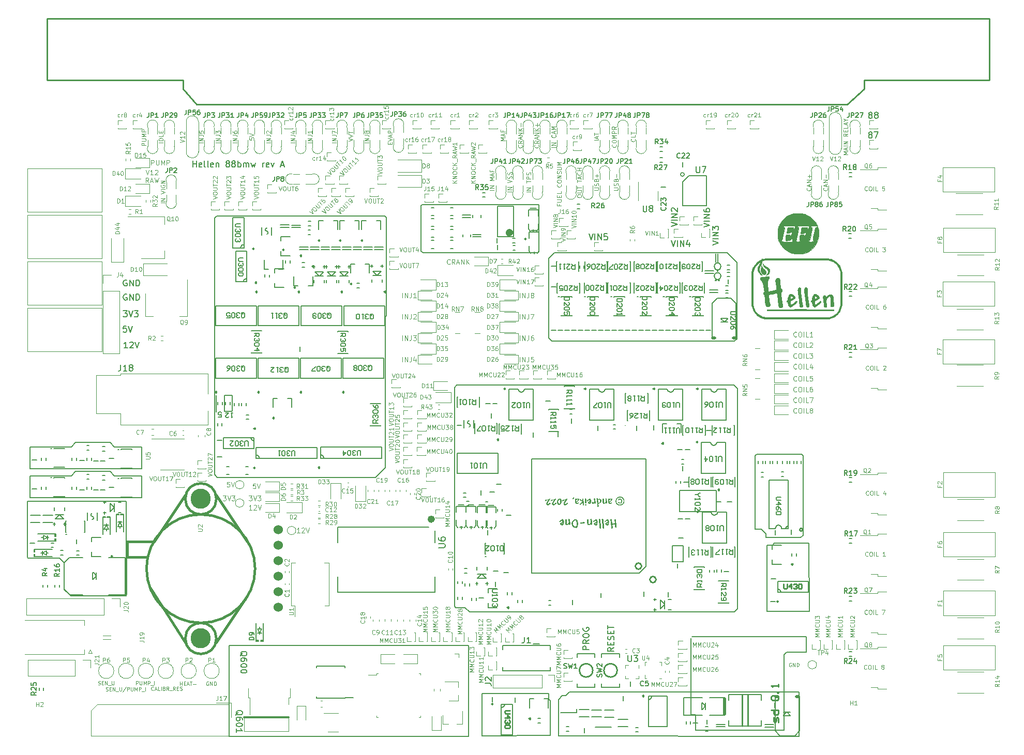
<source format=gto>
G75*
G70*
%OFA0B0*%
%FSLAX25Y25*%
%IPPOS*%
%LPD*%
%AMOC8*
5,1,8,0,0,1.08239X$1,22.5*
%
%ADD10C,0.00787*%
%ADD105C,0.01181*%
%ADD106C,0.00984*%
%ADD107C,0.01575*%
%ADD113C,0.00591*%
%ADD114C,0.00472*%
%ADD115C,0.00394*%
%ADD116C,0.00500*%
%ADD117C,0.00669*%
%ADD118C,0.00390*%
%ADD119C,0.00800*%
%ADD120C,0.02425*%
%ADD121C,0.01000*%
%ADD122C,0.00010*%
%ADD123C,0.01500*%
%ADD156C,0.01968*%
%ADD18C,0.02362*%
%ADD242C,0.00689*%
%ADD30C,0.06000*%
%ADD326C,0.00650*%
%ADD85C,0.13000*%
X0000000Y0000000D02*
%LPD*%
G01*
D113*
X0063463Y0275694D02*
X0065901Y0275694D01*
X0064588Y0274195D01*
X0065151Y0274195D01*
X0065526Y0274007D01*
X0065713Y0273820D01*
X0065901Y0273445D01*
X0065901Y0272507D01*
X0065713Y0272132D01*
X0065526Y0271945D01*
X0065151Y0271757D01*
X0064026Y0271757D01*
X0063651Y0271945D01*
X0063463Y0272132D01*
X0067025Y0275694D02*
X0068338Y0271757D01*
X0069650Y0275694D01*
X0070588Y0275694D02*
X0073025Y0275694D01*
X0071712Y0274195D01*
X0072275Y0274195D01*
X0072650Y0274007D01*
X0072837Y0273820D01*
X0073025Y0273445D01*
X0073025Y0272507D01*
X0072837Y0272132D01*
X0072650Y0271945D01*
X0072275Y0271757D01*
X0071150Y0271757D01*
X0070775Y0271945D01*
X0070588Y0272132D01*
X0065526Y0265852D02*
X0063651Y0265852D01*
X0063463Y0263977D01*
X0063651Y0264165D01*
X0064026Y0264352D01*
X0064963Y0264352D01*
X0065338Y0264165D01*
X0065526Y0263977D01*
X0065713Y0263602D01*
X0065713Y0262665D01*
X0065526Y0262290D01*
X0065338Y0262102D01*
X0064963Y0261915D01*
X0064026Y0261915D01*
X0063651Y0262102D01*
X0063463Y0262290D01*
X0066838Y0265852D02*
X0068150Y0261915D01*
X0069463Y0265852D01*
X0066294Y0251639D02*
X0064045Y0251639D01*
X0065169Y0251639D02*
X0065169Y0255576D01*
X0064794Y0255014D01*
X0064420Y0254639D01*
X0064045Y0254451D01*
X0067794Y0255201D02*
X0067982Y0255389D01*
X0068357Y0255576D01*
X0069294Y0255576D01*
X0069669Y0255389D01*
X0069856Y0255201D01*
X0070044Y0254826D01*
X0070044Y0254451D01*
X0069856Y0253889D01*
X0067607Y0251639D01*
X0070044Y0251639D01*
X0071169Y0255576D02*
X0072481Y0251639D01*
X0073793Y0255576D01*
X0065760Y0295389D02*
X0065385Y0295576D01*
X0064823Y0295576D01*
X0064260Y0295389D01*
X0063885Y0295014D01*
X0063698Y0294639D01*
X0063510Y0293889D01*
X0063510Y0293327D01*
X0063698Y0292577D01*
X0063885Y0292202D01*
X0064260Y0291827D01*
X0064823Y0291639D01*
X0065198Y0291639D01*
X0065760Y0291827D01*
X0065947Y0292014D01*
X0065947Y0293327D01*
X0065198Y0293327D01*
X0067635Y0291639D02*
X0067635Y0295576D01*
X0069884Y0291639D01*
X0069884Y0295576D01*
X0071759Y0291639D02*
X0071759Y0295576D01*
X0072697Y0295576D01*
X0073259Y0295389D01*
X0073634Y0295014D01*
X0073821Y0294639D01*
X0074009Y0293889D01*
X0074009Y0293327D01*
X0073821Y0292577D01*
X0073634Y0292202D01*
X0073259Y0291827D01*
X0072697Y0291639D01*
X0071759Y0291639D01*
X0544704Y0402133D02*
X0544329Y0402321D01*
X0544142Y0402508D01*
X0543954Y0402883D01*
X0543954Y0403070D01*
X0544142Y0403445D01*
X0544329Y0403633D01*
X0544704Y0403820D01*
X0545454Y0403820D01*
X0545829Y0403633D01*
X0546016Y0403445D01*
X0546204Y0403070D01*
X0546204Y0402883D01*
X0546016Y0402508D01*
X0545829Y0402321D01*
X0545454Y0402133D01*
X0544704Y0402133D01*
X0544329Y0401946D01*
X0544142Y0401758D01*
X0543954Y0401383D01*
X0543954Y0400633D01*
X0544142Y0400258D01*
X0544329Y0400071D01*
X0544704Y0399883D01*
X0545454Y0399883D01*
X0545829Y0400071D01*
X0546016Y0400258D01*
X0546204Y0400633D01*
X0546204Y0401383D01*
X0546016Y0401758D01*
X0545829Y0401946D01*
X0545454Y0402133D01*
X0548454Y0402133D02*
X0548079Y0402321D01*
X0547891Y0402508D01*
X0547704Y0402883D01*
X0547704Y0403070D01*
X0547891Y0403445D01*
X0548079Y0403633D01*
X0548454Y0403820D01*
X0549203Y0403820D01*
X0549578Y0403633D01*
X0549766Y0403445D01*
X0549953Y0403070D01*
X0549953Y0402883D01*
X0549766Y0402508D01*
X0549578Y0402321D01*
X0549203Y0402133D01*
X0548454Y0402133D01*
X0548079Y0401946D01*
X0547891Y0401758D01*
X0547704Y0401383D01*
X0547704Y0400633D01*
X0547891Y0400258D01*
X0548079Y0400071D01*
X0548454Y0399883D01*
X0549203Y0399883D01*
X0549578Y0400071D01*
X0549766Y0400258D01*
X0549953Y0400633D01*
X0549953Y0401383D01*
X0549766Y0401758D01*
X0549578Y0401946D01*
X0549203Y0402133D01*
D114*
X0319179Y0242759D02*
X0319179Y0245909D01*
X0320679Y0242759D02*
X0320679Y0245909D01*
X0322479Y0242759D01*
X0322479Y0245909D01*
X0324878Y0245909D02*
X0324878Y0243659D01*
X0324728Y0243209D01*
X0324428Y0242909D01*
X0323979Y0242759D01*
X0323679Y0242759D01*
X0327878Y0245909D02*
X0326378Y0245909D01*
X0326228Y0244409D01*
X0326378Y0244559D01*
X0326678Y0244709D01*
X0327428Y0244709D01*
X0327728Y0244559D01*
X0327878Y0244409D01*
X0328028Y0244109D01*
X0328028Y0243359D01*
X0327878Y0243059D01*
X0327728Y0242909D01*
X0327428Y0242759D01*
X0326678Y0242759D01*
X0326378Y0242909D01*
X0326228Y0243059D01*
X0148716Y0164216D02*
X0147216Y0164216D01*
X0147066Y0162716D01*
X0147216Y0162866D01*
X0147516Y0163016D01*
X0148266Y0163016D01*
X0148566Y0162866D01*
X0148716Y0162716D01*
X0148866Y0162416D01*
X0148866Y0161666D01*
X0148716Y0161366D01*
X0148566Y0161216D01*
X0148266Y0161066D01*
X0147516Y0161066D01*
X0147216Y0161216D01*
X0147066Y0161366D01*
X0149766Y0164216D02*
X0150816Y0161066D01*
X0151866Y0164216D01*
D115*
X0367098Y0353567D02*
X0369329Y0353567D01*
X0369592Y0353698D01*
X0369723Y0353830D01*
X0369854Y0354092D01*
X0369854Y0354617D01*
X0369723Y0354880D01*
X0369592Y0355011D01*
X0369329Y0355142D01*
X0367098Y0355142D01*
X0369723Y0356323D02*
X0369854Y0356717D01*
X0369854Y0357373D01*
X0369723Y0357635D01*
X0369592Y0357767D01*
X0369329Y0357898D01*
X0369067Y0357898D01*
X0368804Y0357767D01*
X0368673Y0357635D01*
X0368542Y0357373D01*
X0368410Y0356848D01*
X0368279Y0356586D01*
X0368148Y0356454D01*
X0367886Y0356323D01*
X0367623Y0356323D01*
X0367361Y0356454D01*
X0367229Y0356586D01*
X0367098Y0356848D01*
X0367098Y0357504D01*
X0367229Y0357898D01*
X0368410Y0359998D02*
X0368542Y0360391D01*
X0368673Y0360523D01*
X0368935Y0360654D01*
X0369329Y0360654D01*
X0369592Y0360523D01*
X0369723Y0360391D01*
X0369854Y0360129D01*
X0369854Y0359079D01*
X0367098Y0359079D01*
X0367098Y0359998D01*
X0367229Y0360260D01*
X0367361Y0360391D01*
X0367623Y0360523D01*
X0367886Y0360523D01*
X0368148Y0360391D01*
X0368279Y0360260D01*
X0368410Y0359998D01*
X0368410Y0359079D01*
X0368804Y0361835D02*
X0368804Y0363935D01*
X0369854Y0362885D02*
X0367754Y0362885D01*
X0393214Y0386572D02*
X0393345Y0386441D01*
X0393476Y0386048D01*
X0393476Y0385785D01*
X0393345Y0385391D01*
X0393082Y0385129D01*
X0392820Y0384998D01*
X0392295Y0384866D01*
X0391901Y0384866D01*
X0391376Y0384998D01*
X0391114Y0385129D01*
X0390851Y0385391D01*
X0390720Y0385785D01*
X0390720Y0386048D01*
X0390851Y0386441D01*
X0390983Y0386572D01*
X0393476Y0389066D02*
X0393476Y0387754D01*
X0390720Y0387754D01*
X0390720Y0389591D02*
X0390720Y0391166D01*
X0393476Y0390378D02*
X0390720Y0390378D01*
X0507584Y0375221D02*
X0508502Y0372465D01*
X0509421Y0375221D01*
X0511783Y0372465D02*
X0510208Y0372465D01*
X0510996Y0372465D02*
X0510996Y0375221D01*
X0510733Y0374827D01*
X0510471Y0374565D01*
X0510208Y0374433D01*
X0512833Y0374958D02*
X0512964Y0375090D01*
X0513227Y0375221D01*
X0513883Y0375221D01*
X0514145Y0375090D01*
X0514277Y0374958D01*
X0514408Y0374696D01*
X0514408Y0374433D01*
X0514277Y0374040D01*
X0512702Y0372465D01*
X0514408Y0372465D01*
X0136783Y0384079D02*
X0134027Y0384079D01*
X0136783Y0385391D02*
X0134027Y0385391D01*
X0136783Y0386966D01*
X0134027Y0386966D01*
X0134027Y0389066D02*
X0135996Y0389066D01*
X0136389Y0388935D01*
X0136652Y0388672D01*
X0136783Y0388279D01*
X0136783Y0388016D01*
X0134027Y0391559D02*
X0134027Y0391034D01*
X0134158Y0390772D01*
X0134290Y0390641D01*
X0134683Y0390378D01*
X0135208Y0390247D01*
X0136258Y0390247D01*
X0136521Y0390378D01*
X0136652Y0390510D01*
X0136783Y0390772D01*
X0136783Y0391297D01*
X0136652Y0391559D01*
X0136521Y0391691D01*
X0136258Y0391822D01*
X0135602Y0391822D01*
X0135340Y0391691D01*
X0135208Y0391559D01*
X0135077Y0391297D01*
X0135077Y0390772D01*
X0135208Y0390510D01*
X0135340Y0390378D01*
X0135602Y0390247D01*
D114*
X0177287Y0132523D02*
X0175488Y0132523D01*
X0176388Y0132523D02*
X0176388Y0135673D01*
X0176088Y0135223D01*
X0175788Y0134923D01*
X0175488Y0134773D01*
X0178487Y0135373D02*
X0178637Y0135523D01*
X0178937Y0135673D01*
X0179687Y0135673D01*
X0179987Y0135523D01*
X0180137Y0135373D01*
X0180287Y0135073D01*
X0180287Y0134773D01*
X0180137Y0134323D01*
X0178337Y0132523D01*
X0180287Y0132523D01*
X0181187Y0135673D02*
X0182237Y0132523D01*
X0183287Y0135673D01*
D115*
X0302531Y0353502D02*
X0299775Y0353502D01*
X0302531Y0354814D02*
X0299775Y0354814D01*
X0302531Y0356389D01*
X0299775Y0356389D01*
X0302531Y0359801D02*
X0299775Y0359801D01*
X0301744Y0360719D01*
X0299775Y0361638D01*
X0302531Y0361638D01*
X0301744Y0362819D02*
X0301744Y0364132D01*
X0302531Y0362557D02*
X0299775Y0363475D01*
X0302531Y0364394D01*
X0301088Y0366231D02*
X0301088Y0365313D01*
X0302531Y0365313D02*
X0299775Y0365313D01*
X0299775Y0366625D01*
D114*
X0497479Y0259201D02*
X0497329Y0259051D01*
X0496879Y0258901D01*
X0496579Y0258901D01*
X0496129Y0259051D01*
X0495829Y0259351D01*
X0495679Y0259651D01*
X0495529Y0260251D01*
X0495529Y0260701D01*
X0495679Y0261301D01*
X0495829Y0261601D01*
X0496129Y0261901D01*
X0496579Y0262051D01*
X0496879Y0262051D01*
X0497329Y0261901D01*
X0497479Y0261751D01*
X0499428Y0262051D02*
X0500028Y0262051D01*
X0500328Y0261901D01*
X0500628Y0261601D01*
X0500778Y0261001D01*
X0500778Y0259951D01*
X0500628Y0259351D01*
X0500328Y0259051D01*
X0500028Y0258901D01*
X0499428Y0258901D01*
X0499128Y0259051D01*
X0498829Y0259351D01*
X0498679Y0259951D01*
X0498679Y0261001D01*
X0498829Y0261601D01*
X0499128Y0261901D01*
X0499428Y0262051D01*
X0502128Y0258901D02*
X0502128Y0262051D01*
X0505128Y0258901D02*
X0503628Y0258901D01*
X0503628Y0262051D01*
X0507827Y0258901D02*
X0506028Y0258901D01*
X0506928Y0258901D02*
X0506928Y0262051D01*
X0506628Y0261601D01*
X0506328Y0261301D01*
X0506028Y0261151D01*
D115*
X0493973Y0048515D02*
X0493748Y0048627D01*
X0493410Y0048627D01*
X0493073Y0048515D01*
X0492848Y0048290D01*
X0492736Y0048065D01*
X0492623Y0047615D01*
X0492623Y0047277D01*
X0492736Y0046827D01*
X0492848Y0046602D01*
X0493073Y0046378D01*
X0493410Y0046265D01*
X0493635Y0046265D01*
X0493973Y0046378D01*
X0494085Y0046490D01*
X0494085Y0047277D01*
X0493635Y0047277D01*
X0495098Y0046265D02*
X0495098Y0048627D01*
X0496448Y0046265D01*
X0496448Y0048627D01*
X0497572Y0046265D02*
X0497572Y0048627D01*
X0498135Y0048627D01*
X0498472Y0048515D01*
X0498697Y0048290D01*
X0498810Y0048065D01*
X0498922Y0047615D01*
X0498922Y0047277D01*
X0498810Y0046827D01*
X0498697Y0046602D01*
X0498472Y0046378D01*
X0498135Y0046265D01*
X0497572Y0046265D01*
D114*
X0243392Y0256539D02*
X0243392Y0259688D01*
X0244892Y0256539D02*
X0244892Y0259688D01*
X0246691Y0256539D01*
X0246691Y0259688D01*
X0249091Y0259688D02*
X0249091Y0257439D01*
X0248941Y0256989D01*
X0248641Y0256689D01*
X0248191Y0256539D01*
X0247891Y0256539D01*
X0250291Y0259688D02*
X0252241Y0259688D01*
X0251191Y0258489D01*
X0251641Y0258489D01*
X0251941Y0258339D01*
X0252091Y0258189D01*
X0252241Y0257889D01*
X0252241Y0257139D01*
X0252091Y0256839D01*
X0251941Y0256689D01*
X0251641Y0256539D01*
X0250741Y0256539D01*
X0250441Y0256689D01*
X0250291Y0256839D01*
D115*
X0543804Y0237688D02*
X0543673Y0237557D01*
X0543279Y0237426D01*
X0543017Y0237426D01*
X0542623Y0237557D01*
X0542361Y0237819D01*
X0542229Y0238082D01*
X0542098Y0238607D01*
X0542098Y0239000D01*
X0542229Y0239525D01*
X0542361Y0239788D01*
X0542623Y0240050D01*
X0543017Y0240181D01*
X0543279Y0240181D01*
X0543673Y0240050D01*
X0543804Y0239919D01*
X0545510Y0240181D02*
X0546035Y0240181D01*
X0546298Y0240050D01*
X0546560Y0239788D01*
X0546691Y0239263D01*
X0546691Y0238344D01*
X0546560Y0237819D01*
X0546298Y0237557D01*
X0546035Y0237426D01*
X0545510Y0237426D01*
X0545248Y0237557D01*
X0544985Y0237819D01*
X0544854Y0238344D01*
X0544854Y0239263D01*
X0544985Y0239788D01*
X0545248Y0240050D01*
X0545510Y0240181D01*
X0547872Y0237426D02*
X0547872Y0240181D01*
X0550497Y0237426D02*
X0549185Y0237426D01*
X0549185Y0240181D01*
X0553384Y0239919D02*
X0553515Y0240050D01*
X0553778Y0240181D01*
X0554434Y0240181D01*
X0554697Y0240050D01*
X0554828Y0239919D01*
X0554959Y0239656D01*
X0554959Y0239394D01*
X0554828Y0239000D01*
X0553253Y0237426D01*
X0554959Y0237426D01*
X0543410Y0314066D02*
X0543279Y0313935D01*
X0542886Y0313803D01*
X0542623Y0313803D01*
X0542229Y0313935D01*
X0541967Y0314197D01*
X0541836Y0314460D01*
X0541704Y0314985D01*
X0541704Y0315378D01*
X0541836Y0315903D01*
X0541967Y0316166D01*
X0542229Y0316428D01*
X0542623Y0316559D01*
X0542886Y0316559D01*
X0543279Y0316428D01*
X0543410Y0316297D01*
X0545116Y0316559D02*
X0545641Y0316559D01*
X0545904Y0316428D01*
X0546166Y0316166D01*
X0546298Y0315641D01*
X0546298Y0314722D01*
X0546166Y0314197D01*
X0545904Y0313935D01*
X0545641Y0313803D01*
X0545116Y0313803D01*
X0544854Y0313935D01*
X0544592Y0314197D01*
X0544460Y0314722D01*
X0544460Y0315641D01*
X0544592Y0316166D01*
X0544854Y0316428D01*
X0545116Y0316559D01*
X0547479Y0313803D02*
X0547479Y0316559D01*
X0550103Y0313803D02*
X0548791Y0313803D01*
X0548791Y0316559D01*
X0552859Y0316559D02*
X0554565Y0316559D01*
X0553647Y0315509D01*
X0554040Y0315509D01*
X0554303Y0315378D01*
X0554434Y0315247D01*
X0554565Y0314985D01*
X0554565Y0314328D01*
X0554434Y0314066D01*
X0554303Y0313935D01*
X0554040Y0313803D01*
X0553253Y0313803D01*
X0552991Y0313935D01*
X0552859Y0314066D01*
X0379697Y0353567D02*
X0381928Y0353567D01*
X0382190Y0353698D01*
X0382321Y0353830D01*
X0382452Y0354092D01*
X0382452Y0354617D01*
X0382321Y0354880D01*
X0382190Y0355011D01*
X0381928Y0355142D01*
X0379697Y0355142D01*
X0382321Y0356323D02*
X0382452Y0356717D01*
X0382452Y0357373D01*
X0382321Y0357635D01*
X0382190Y0357767D01*
X0381928Y0357898D01*
X0381665Y0357898D01*
X0381403Y0357767D01*
X0381271Y0357635D01*
X0381140Y0357373D01*
X0381009Y0356848D01*
X0380878Y0356586D01*
X0380746Y0356454D01*
X0380484Y0356323D01*
X0380221Y0356323D01*
X0379959Y0356454D01*
X0379828Y0356586D01*
X0379697Y0356848D01*
X0379697Y0357504D01*
X0379828Y0357898D01*
X0381009Y0359998D02*
X0381140Y0360391D01*
X0381271Y0360523D01*
X0381534Y0360654D01*
X0381928Y0360654D01*
X0382190Y0360523D01*
X0382321Y0360391D01*
X0382452Y0360129D01*
X0382452Y0359079D01*
X0379697Y0359079D01*
X0379697Y0359998D01*
X0379828Y0360260D01*
X0379959Y0360391D01*
X0380221Y0360523D01*
X0380484Y0360523D01*
X0380746Y0360391D01*
X0380878Y0360260D01*
X0381009Y0359998D01*
X0381009Y0359079D01*
X0381403Y0361835D02*
X0381403Y0363935D01*
X0519001Y0375221D02*
X0519920Y0372465D01*
X0520838Y0375221D01*
X0523200Y0372465D02*
X0521626Y0372465D01*
X0522413Y0372465D02*
X0522413Y0375221D01*
X0522151Y0374827D01*
X0521888Y0374565D01*
X0521626Y0374433D01*
X0524250Y0374958D02*
X0524382Y0375090D01*
X0524644Y0375221D01*
X0525300Y0375221D01*
X0525563Y0375090D01*
X0525694Y0374958D01*
X0525825Y0374696D01*
X0525825Y0374433D01*
X0525694Y0374040D01*
X0524119Y0372465D01*
X0525825Y0372465D01*
X0078122Y0382373D02*
X0075366Y0382373D01*
X0075366Y0383423D01*
X0075497Y0383685D01*
X0075628Y0383817D01*
X0075891Y0383948D01*
X0076284Y0383948D01*
X0076547Y0383817D01*
X0076678Y0383685D01*
X0076809Y0383423D01*
X0076809Y0382373D01*
X0075366Y0385129D02*
X0077597Y0385129D01*
X0077859Y0385260D01*
X0077991Y0385391D01*
X0078122Y0385654D01*
X0078122Y0386179D01*
X0077991Y0386441D01*
X0077859Y0386572D01*
X0077597Y0386704D01*
X0075366Y0386704D01*
X0078122Y0388016D02*
X0075366Y0388016D01*
X0077334Y0388935D01*
X0075366Y0389853D01*
X0078122Y0389853D01*
X0078122Y0391166D02*
X0075366Y0391166D01*
X0075366Y0392216D01*
X0075497Y0392478D01*
X0075628Y0392609D01*
X0075891Y0392740D01*
X0076284Y0392740D01*
X0076547Y0392609D01*
X0076678Y0392478D01*
X0076809Y0392216D01*
X0076809Y0391166D01*
X0071813Y0034454D02*
X0071813Y0036816D01*
X0072713Y0036816D01*
X0072938Y0036704D01*
X0073050Y0036591D01*
X0073163Y0036366D01*
X0073163Y0036029D01*
X0073050Y0035804D01*
X0072938Y0035691D01*
X0072713Y0035579D01*
X0071813Y0035579D01*
X0074175Y0036816D02*
X0074175Y0034904D01*
X0074288Y0034679D01*
X0074400Y0034566D01*
X0074625Y0034454D01*
X0075075Y0034454D01*
X0075300Y0034566D01*
X0075413Y0034679D01*
X0075525Y0034904D01*
X0075525Y0036816D01*
X0076650Y0034454D02*
X0076650Y0036816D01*
X0077437Y0035129D01*
X0078225Y0036816D01*
X0078225Y0034454D01*
X0079350Y0034454D02*
X0079350Y0036816D01*
X0080250Y0036816D01*
X0080475Y0036704D01*
X0080587Y0036591D01*
X0080700Y0036366D01*
X0080700Y0036029D01*
X0080587Y0035804D01*
X0080475Y0035691D01*
X0080250Y0035579D01*
X0079350Y0035579D01*
X0081149Y0034229D02*
X0082949Y0034229D01*
X0083512Y0034454D02*
X0083512Y0036816D01*
D113*
X0379734Y0058455D02*
X0377859Y0057143D01*
X0379734Y0056205D02*
X0375797Y0056205D01*
X0375797Y0057705D01*
X0375984Y0058080D01*
X0376172Y0058268D01*
X0376547Y0058455D01*
X0377109Y0058455D01*
X0377484Y0058268D01*
X0377672Y0058080D01*
X0377859Y0057705D01*
X0377859Y0056205D01*
X0377672Y0060142D02*
X0377672Y0061455D01*
X0379734Y0062017D02*
X0379734Y0060142D01*
X0375797Y0060142D01*
X0375797Y0062017D01*
X0379547Y0063517D02*
X0379734Y0064079D01*
X0379734Y0065017D01*
X0379547Y0065392D01*
X0379359Y0065579D01*
X0378984Y0065767D01*
X0378609Y0065767D01*
X0378234Y0065579D01*
X0378047Y0065392D01*
X0377859Y0065017D01*
X0377672Y0064267D01*
X0377484Y0063892D01*
X0377297Y0063704D01*
X0376922Y0063517D01*
X0376547Y0063517D01*
X0376172Y0063704D01*
X0375984Y0063892D01*
X0375797Y0064267D01*
X0375797Y0065204D01*
X0375984Y0065767D01*
X0377672Y0067454D02*
X0377672Y0068766D01*
X0379734Y0069329D02*
X0379734Y0067454D01*
X0375797Y0067454D01*
X0375797Y0069329D01*
X0375797Y0070453D02*
X0375797Y0072703D01*
X0379734Y0071578D02*
X0375797Y0071578D01*
D114*
X0144432Y0156342D02*
X0146382Y0156342D01*
X0145332Y0155142D01*
X0145782Y0155142D01*
X0146082Y0154992D01*
X0146232Y0154842D01*
X0146382Y0154542D01*
X0146382Y0153792D01*
X0146232Y0153492D01*
X0146082Y0153342D01*
X0145782Y0153192D01*
X0144882Y0153192D01*
X0144582Y0153342D01*
X0144432Y0153492D01*
X0147282Y0156342D02*
X0148332Y0153192D01*
X0149382Y0156342D01*
X0150131Y0156342D02*
X0152081Y0156342D01*
X0151031Y0155142D01*
X0151481Y0155142D01*
X0151781Y0154992D01*
X0151931Y0154842D01*
X0152081Y0154542D01*
X0152081Y0153792D01*
X0151931Y0153492D01*
X0151781Y0153342D01*
X0151481Y0153192D01*
X0150581Y0153192D01*
X0150281Y0153342D01*
X0150131Y0153492D01*
D115*
X0543804Y0277058D02*
X0543673Y0276927D01*
X0543279Y0276796D01*
X0543017Y0276796D01*
X0542623Y0276927D01*
X0542361Y0277189D01*
X0542229Y0277452D01*
X0542098Y0277977D01*
X0542098Y0278370D01*
X0542229Y0278895D01*
X0542361Y0279158D01*
X0542623Y0279420D01*
X0543017Y0279551D01*
X0543279Y0279551D01*
X0543673Y0279420D01*
X0543804Y0279289D01*
X0545510Y0279551D02*
X0546035Y0279551D01*
X0546298Y0279420D01*
X0546560Y0279158D01*
X0546691Y0278633D01*
X0546691Y0277714D01*
X0546560Y0277189D01*
X0546298Y0276927D01*
X0546035Y0276796D01*
X0545510Y0276796D01*
X0545248Y0276927D01*
X0544985Y0277189D01*
X0544854Y0277714D01*
X0544854Y0278633D01*
X0544985Y0279158D01*
X0545248Y0279420D01*
X0545510Y0279551D01*
X0547872Y0276796D02*
X0547872Y0279551D01*
X0550497Y0276796D02*
X0549185Y0276796D01*
X0549185Y0279551D01*
X0554697Y0279551D02*
X0554172Y0279551D01*
X0553909Y0279420D01*
X0553778Y0279289D01*
X0553515Y0278895D01*
X0553384Y0278370D01*
X0553384Y0277321D01*
X0553515Y0277058D01*
X0553647Y0276927D01*
X0553909Y0276796D01*
X0554434Y0276796D01*
X0554697Y0276927D01*
X0554828Y0277058D01*
X0554959Y0277321D01*
X0554959Y0277977D01*
X0554828Y0278239D01*
X0554697Y0278370D01*
X0554434Y0278502D01*
X0553909Y0278502D01*
X0553647Y0278370D01*
X0553515Y0278239D01*
X0553384Y0277977D01*
D114*
X0081459Y0369728D02*
X0081459Y0372877D01*
X0082659Y0372877D01*
X0082959Y0372727D01*
X0083109Y0372577D01*
X0083259Y0372277D01*
X0083259Y0371827D01*
X0083109Y0371527D01*
X0082959Y0371378D01*
X0082659Y0371228D01*
X0081459Y0371228D01*
X0084608Y0372877D02*
X0084608Y0370328D01*
X0084758Y0370028D01*
X0084908Y0369878D01*
X0085208Y0369728D01*
X0085808Y0369728D01*
X0086108Y0369878D01*
X0086258Y0370028D01*
X0086408Y0370328D01*
X0086408Y0372877D01*
X0087908Y0369728D02*
X0087908Y0372877D01*
X0088958Y0370628D01*
X0090008Y0372877D01*
X0090008Y0369728D01*
X0091508Y0369728D02*
X0091508Y0372877D01*
X0092707Y0372877D01*
X0093007Y0372727D01*
X0093157Y0372577D01*
X0093307Y0372277D01*
X0093307Y0371827D01*
X0093157Y0371527D01*
X0093007Y0371378D01*
X0092707Y0371228D01*
X0091508Y0371228D01*
X0243392Y0270318D02*
X0243392Y0273468D01*
X0244892Y0270318D02*
X0244892Y0273468D01*
X0246691Y0270318D01*
X0246691Y0273468D01*
X0249091Y0273468D02*
X0249091Y0271218D01*
X0248941Y0270768D01*
X0248641Y0270468D01*
X0248191Y0270318D01*
X0247891Y0270318D01*
X0250441Y0273168D02*
X0250591Y0273318D01*
X0250891Y0273468D01*
X0251641Y0273468D01*
X0251941Y0273318D01*
X0252091Y0273168D01*
X0252241Y0272868D01*
X0252241Y0272568D01*
X0252091Y0272118D01*
X0250291Y0270318D01*
X0252241Y0270318D01*
D115*
X0369854Y0385654D02*
X0367098Y0385654D01*
X0369067Y0386835D02*
X0369067Y0388147D01*
X0369854Y0386572D02*
X0367098Y0387491D01*
X0369854Y0388410D01*
X0367098Y0388935D02*
X0367098Y0390510D01*
X0369854Y0389722D02*
X0367098Y0389722D01*
D113*
X0363695Y0057143D02*
X0359758Y0057143D01*
X0359758Y0058642D01*
X0359946Y0059017D01*
X0360133Y0059205D01*
X0360508Y0059392D01*
X0361071Y0059392D01*
X0361446Y0059205D01*
X0361633Y0059017D01*
X0361821Y0058642D01*
X0361821Y0057143D01*
X0363695Y0063329D02*
X0361821Y0062017D01*
X0363695Y0061080D02*
X0359758Y0061080D01*
X0359758Y0062579D01*
X0359946Y0062954D01*
X0360133Y0063142D01*
X0360508Y0063329D01*
X0361071Y0063329D01*
X0361446Y0063142D01*
X0361633Y0062954D01*
X0361821Y0062579D01*
X0361821Y0061080D01*
X0359758Y0065767D02*
X0359758Y0066516D01*
X0359946Y0066891D01*
X0360321Y0067266D01*
X0361071Y0067454D01*
X0362383Y0067454D01*
X0363133Y0067266D01*
X0363508Y0066891D01*
X0363695Y0066516D01*
X0363695Y0065767D01*
X0363508Y0065392D01*
X0363133Y0065017D01*
X0362383Y0064829D01*
X0361071Y0064829D01*
X0360321Y0065017D01*
X0359946Y0065392D01*
X0359758Y0065767D01*
X0359946Y0071203D02*
X0359758Y0070828D01*
X0359758Y0070266D01*
X0359946Y0069704D01*
X0360321Y0069329D01*
X0360696Y0069141D01*
X0361446Y0068954D01*
X0362008Y0068954D01*
X0362758Y0069141D01*
X0363133Y0069329D01*
X0363508Y0069704D01*
X0363695Y0070266D01*
X0363695Y0070641D01*
X0363508Y0071203D01*
X0363320Y0071391D01*
X0362008Y0071391D01*
X0362008Y0070641D01*
D115*
X0356074Y0349499D02*
X0356074Y0350024D01*
X0356206Y0350286D01*
X0356468Y0350549D01*
X0356993Y0350680D01*
X0357912Y0350680D01*
X0358437Y0350549D01*
X0358699Y0350286D01*
X0358830Y0350024D01*
X0358830Y0349499D01*
X0358699Y0349237D01*
X0358437Y0348974D01*
X0357912Y0348843D01*
X0356993Y0348843D01*
X0356468Y0348974D01*
X0356206Y0349237D01*
X0356074Y0349499D01*
X0356074Y0351861D02*
X0358305Y0351861D01*
X0358568Y0351992D01*
X0358699Y0352124D01*
X0358830Y0352386D01*
X0358830Y0352911D01*
X0358699Y0353174D01*
X0358568Y0353305D01*
X0358305Y0353436D01*
X0356074Y0353436D01*
X0356074Y0354355D02*
X0356074Y0355929D01*
X0358830Y0355142D02*
X0356074Y0355142D01*
X0356074Y0358554D02*
X0356074Y0360129D01*
X0358830Y0359342D02*
X0356074Y0359342D01*
X0358043Y0360916D02*
X0358043Y0362229D01*
X0358830Y0360654D02*
X0356074Y0361572D01*
X0358830Y0362491D01*
X0358568Y0364985D02*
X0358699Y0364853D01*
X0358830Y0364460D01*
X0358830Y0364197D01*
X0358699Y0363803D01*
X0358437Y0363541D01*
X0358174Y0363410D01*
X0357649Y0363279D01*
X0357256Y0363279D01*
X0356731Y0363410D01*
X0356468Y0363541D01*
X0356206Y0363803D01*
X0356074Y0364197D01*
X0356074Y0364460D01*
X0356206Y0364853D01*
X0356337Y0364985D01*
X0358830Y0366166D02*
X0356074Y0366166D01*
X0357387Y0366166D02*
X0357387Y0367740D01*
X0358830Y0367740D02*
X0356074Y0367740D01*
D113*
X0065760Y0286334D02*
X0065385Y0286521D01*
X0064823Y0286521D01*
X0064260Y0286334D01*
X0063885Y0285959D01*
X0063698Y0285584D01*
X0063510Y0284834D01*
X0063510Y0284271D01*
X0063698Y0283521D01*
X0063885Y0283147D01*
X0064260Y0282772D01*
X0064823Y0282584D01*
X0065198Y0282584D01*
X0065760Y0282772D01*
X0065947Y0282959D01*
X0065947Y0284271D01*
X0065198Y0284271D01*
X0067635Y0282584D02*
X0067635Y0286521D01*
X0069884Y0282584D01*
X0069884Y0286521D01*
X0071759Y0282584D02*
X0071759Y0286521D01*
X0072697Y0286521D01*
X0073259Y0286334D01*
X0073634Y0285959D01*
X0073821Y0285584D01*
X0074009Y0284834D01*
X0074009Y0284271D01*
X0073821Y0283521D01*
X0073634Y0283147D01*
X0073259Y0282772D01*
X0072697Y0282584D01*
X0071759Y0282584D01*
D115*
X0118382Y0036310D02*
X0118157Y0036423D01*
X0117820Y0036423D01*
X0117482Y0036310D01*
X0117257Y0036085D01*
X0117145Y0035860D01*
X0117032Y0035410D01*
X0117032Y0035073D01*
X0117145Y0034623D01*
X0117257Y0034398D01*
X0117482Y0034173D01*
X0117820Y0034060D01*
X0118045Y0034060D01*
X0118382Y0034173D01*
X0118495Y0034285D01*
X0118495Y0035073D01*
X0118045Y0035073D01*
X0119507Y0034060D02*
X0119507Y0036423D01*
X0120857Y0034060D01*
X0120857Y0036423D01*
X0121982Y0034060D02*
X0121982Y0036423D01*
X0122544Y0036423D01*
X0122882Y0036310D01*
X0123107Y0036085D01*
X0123219Y0035860D01*
X0123332Y0035410D01*
X0123332Y0035073D01*
X0123219Y0034623D01*
X0123107Y0034398D01*
X0122882Y0034173D01*
X0122544Y0034060D01*
X0121982Y0034060D01*
X0221823Y0384079D02*
X0219067Y0384079D01*
X0221823Y0385391D02*
X0219067Y0385391D01*
X0221823Y0386966D01*
X0219067Y0386966D01*
X0219067Y0389066D02*
X0221035Y0389066D01*
X0221429Y0388935D01*
X0221691Y0388672D01*
X0221823Y0388279D01*
X0221823Y0388016D01*
X0220248Y0390772D02*
X0220116Y0390510D01*
X0219985Y0390378D01*
X0219723Y0390247D01*
X0219592Y0390247D01*
X0219329Y0390378D01*
X0219198Y0390510D01*
X0219067Y0390772D01*
X0219067Y0391297D01*
X0219198Y0391559D01*
X0219329Y0391691D01*
X0219592Y0391822D01*
X0219723Y0391822D01*
X0219985Y0391691D01*
X0220116Y0391559D01*
X0220248Y0391297D01*
X0220248Y0390772D01*
X0220379Y0390510D01*
X0220510Y0390378D01*
X0220773Y0390247D01*
X0221298Y0390247D01*
X0221560Y0390378D01*
X0221691Y0390510D01*
X0221823Y0390772D01*
X0221823Y0391297D01*
X0221691Y0391559D01*
X0221560Y0391691D01*
X0221298Y0391822D01*
X0220773Y0391822D01*
X0220510Y0391691D01*
X0220379Y0391559D01*
X0220248Y0391297D01*
X0100169Y0384342D02*
X0102925Y0385260D01*
X0100169Y0386179D01*
X0102925Y0388541D02*
X0102925Y0386966D01*
X0102925Y0387754D02*
X0100169Y0387754D01*
X0100563Y0387491D01*
X0100825Y0387229D01*
X0100956Y0386966D01*
X0100431Y0389591D02*
X0100300Y0389722D01*
X0100169Y0389985D01*
X0100169Y0390641D01*
X0100300Y0390903D01*
X0100431Y0391034D01*
X0100694Y0391166D01*
X0100956Y0391166D01*
X0101350Y0391034D01*
X0102925Y0389460D01*
X0102925Y0391166D01*
X0125956Y0384079D02*
X0123200Y0384079D01*
X0125956Y0385391D02*
X0123200Y0385391D01*
X0125956Y0386966D01*
X0123200Y0386966D01*
X0123200Y0389066D02*
X0125169Y0389066D01*
X0125563Y0388935D01*
X0125825Y0388672D01*
X0125956Y0388279D01*
X0125956Y0388016D01*
X0123200Y0390116D02*
X0123200Y0391822D01*
X0124250Y0390903D01*
X0124250Y0391297D01*
X0124382Y0391559D01*
X0124513Y0391691D01*
X0124775Y0391822D01*
X0125431Y0391822D01*
X0125694Y0391691D01*
X0125825Y0391559D01*
X0125956Y0391297D01*
X0125956Y0390510D01*
X0125825Y0390247D01*
X0125694Y0390116D01*
X0309618Y0385588D02*
X0306862Y0385588D01*
X0308830Y0386507D01*
X0306862Y0387426D01*
X0309618Y0387426D01*
X0308830Y0388607D02*
X0308830Y0389919D01*
X0309618Y0388344D02*
X0306862Y0389263D01*
X0309618Y0390181D01*
X0308174Y0392019D02*
X0308174Y0391100D01*
X0309618Y0391100D02*
X0306862Y0391100D01*
X0306862Y0392412D01*
X0208634Y0385129D02*
X0211389Y0386048D01*
X0208634Y0386966D01*
X0208634Y0387491D02*
X0211389Y0388410D01*
X0208634Y0389328D01*
X0208634Y0389853D02*
X0208634Y0391428D01*
X0211389Y0390641D02*
X0208634Y0390641D01*
X0342295Y0381258D02*
X0339539Y0381258D01*
X0342295Y0382570D02*
X0339539Y0382570D01*
X0342295Y0384145D01*
X0339539Y0384145D01*
X0342032Y0389132D02*
X0342164Y0389000D01*
X0342295Y0388607D01*
X0342295Y0388344D01*
X0342164Y0387950D01*
X0341901Y0387688D01*
X0341639Y0387557D01*
X0341114Y0387426D01*
X0340720Y0387426D01*
X0340195Y0387557D01*
X0339933Y0387688D01*
X0339670Y0387950D01*
X0339539Y0388344D01*
X0339539Y0388607D01*
X0339670Y0389000D01*
X0339802Y0389132D01*
X0341508Y0390181D02*
X0341508Y0391494D01*
X0342295Y0389919D02*
X0339539Y0390838D01*
X0342295Y0391756D01*
X0342295Y0392675D02*
X0339539Y0392675D01*
X0341508Y0393593D01*
X0339539Y0394512D01*
X0342295Y0394512D01*
X0313949Y0352452D02*
X0311193Y0352452D01*
X0313949Y0353764D02*
X0311193Y0353764D01*
X0313949Y0355339D01*
X0311193Y0355339D01*
X0311193Y0358357D02*
X0313949Y0359276D01*
X0311193Y0360195D01*
X0313817Y0360982D02*
X0313949Y0361376D01*
X0313949Y0362032D01*
X0313817Y0362294D01*
X0313686Y0362426D01*
X0313424Y0362557D01*
X0313161Y0362557D01*
X0312899Y0362426D01*
X0312767Y0362294D01*
X0312636Y0362032D01*
X0312505Y0361507D01*
X0312374Y0361244D01*
X0312242Y0361113D01*
X0311980Y0360982D01*
X0311718Y0360982D01*
X0311455Y0361113D01*
X0311324Y0361244D01*
X0311193Y0361507D01*
X0311193Y0362163D01*
X0311324Y0362557D01*
X0313817Y0363607D02*
X0313949Y0364000D01*
X0313949Y0364656D01*
X0313817Y0364919D01*
X0313686Y0365050D01*
X0313424Y0365181D01*
X0313161Y0365181D01*
X0312899Y0365050D01*
X0312767Y0364919D01*
X0312636Y0364656D01*
X0312505Y0364132D01*
X0312374Y0363869D01*
X0312242Y0363738D01*
X0311980Y0363607D01*
X0311718Y0363607D01*
X0311455Y0363738D01*
X0311324Y0363869D01*
X0311193Y0364132D01*
X0311193Y0364788D01*
X0311324Y0365181D01*
D113*
X0108352Y0368387D02*
X0108352Y0372324D01*
X0108352Y0370450D02*
X0110602Y0370450D01*
X0110602Y0368387D02*
X0110602Y0372324D01*
X0113977Y0368575D02*
X0113602Y0368387D01*
X0112852Y0368387D01*
X0112477Y0368575D01*
X0112289Y0368950D01*
X0112289Y0370450D01*
X0112477Y0370824D01*
X0112852Y0371012D01*
X0113602Y0371012D01*
X0113977Y0370824D01*
X0114164Y0370450D01*
X0114164Y0370075D01*
X0112289Y0369700D01*
X0116414Y0368387D02*
X0116039Y0368575D01*
X0115851Y0368950D01*
X0115851Y0372324D01*
X0118476Y0368387D02*
X0118101Y0368575D01*
X0117914Y0368950D01*
X0117914Y0372324D01*
X0121476Y0368575D02*
X0121101Y0368387D01*
X0120351Y0368387D01*
X0119976Y0368575D01*
X0119788Y0368950D01*
X0119788Y0370450D01*
X0119976Y0370824D01*
X0120351Y0371012D01*
X0121101Y0371012D01*
X0121476Y0370824D01*
X0121663Y0370450D01*
X0121663Y0370075D01*
X0119788Y0369700D01*
X0123350Y0371012D02*
X0123350Y0368387D01*
X0123350Y0370637D02*
X0123538Y0370824D01*
X0123913Y0371012D01*
X0124475Y0371012D01*
X0124850Y0370824D01*
X0125038Y0370450D01*
X0125038Y0368387D01*
X0130475Y0370637D02*
X0130100Y0370824D01*
X0129912Y0371012D01*
X0129725Y0371387D01*
X0129725Y0371574D01*
X0129912Y0371949D01*
X0130100Y0372137D01*
X0130475Y0372324D01*
X0131224Y0372324D01*
X0131599Y0372137D01*
X0131787Y0371949D01*
X0131974Y0371574D01*
X0131974Y0371387D01*
X0131787Y0371012D01*
X0131599Y0370824D01*
X0131224Y0370637D01*
X0130475Y0370637D01*
X0130100Y0370450D01*
X0129912Y0370262D01*
X0129725Y0369887D01*
X0129725Y0369137D01*
X0129912Y0368762D01*
X0130100Y0368575D01*
X0130475Y0368387D01*
X0131224Y0368387D01*
X0131599Y0368575D01*
X0131787Y0368762D01*
X0131974Y0369137D01*
X0131974Y0369887D01*
X0131787Y0370262D01*
X0131599Y0370450D01*
X0131224Y0370637D01*
X0134224Y0370637D02*
X0133849Y0370824D01*
X0133662Y0371012D01*
X0133474Y0371387D01*
X0133474Y0371574D01*
X0133662Y0371949D01*
X0133849Y0372137D01*
X0134224Y0372324D01*
X0134974Y0372324D01*
X0135349Y0372137D01*
X0135536Y0371949D01*
X0135724Y0371574D01*
X0135724Y0371387D01*
X0135536Y0371012D01*
X0135349Y0370824D01*
X0134974Y0370637D01*
X0134224Y0370637D01*
X0133849Y0370450D01*
X0133662Y0370262D01*
X0133474Y0369887D01*
X0133474Y0369137D01*
X0133662Y0368762D01*
X0133849Y0368575D01*
X0134224Y0368387D01*
X0134974Y0368387D01*
X0135349Y0368575D01*
X0135536Y0368762D01*
X0135724Y0369137D01*
X0135724Y0369887D01*
X0135536Y0370262D01*
X0135349Y0370450D01*
X0134974Y0370637D01*
X0137411Y0368387D02*
X0137411Y0372324D01*
X0137411Y0370824D02*
X0137786Y0371012D01*
X0138536Y0371012D01*
X0138911Y0370824D01*
X0139098Y0370637D01*
X0139286Y0370262D01*
X0139286Y0369137D01*
X0139098Y0368762D01*
X0138911Y0368575D01*
X0138536Y0368387D01*
X0137786Y0368387D01*
X0137411Y0368575D01*
X0140973Y0368387D02*
X0140973Y0371012D01*
X0140973Y0370637D02*
X0141161Y0370824D01*
X0141536Y0371012D01*
X0142098Y0371012D01*
X0142473Y0370824D01*
X0142661Y0370450D01*
X0142661Y0368387D01*
X0142661Y0370450D02*
X0142848Y0370824D01*
X0143223Y0371012D01*
X0143785Y0371012D01*
X0144160Y0370824D01*
X0144348Y0370450D01*
X0144348Y0368387D01*
X0145848Y0371012D02*
X0146598Y0368387D01*
X0147347Y0370262D01*
X0148097Y0368387D01*
X0148847Y0371012D01*
X0153347Y0368387D02*
X0153347Y0371012D01*
X0153347Y0370262D02*
X0153534Y0370637D01*
X0153722Y0370824D01*
X0154097Y0371012D01*
X0154472Y0371012D01*
X0157284Y0368575D02*
X0156909Y0368387D01*
X0156159Y0368387D01*
X0155784Y0368575D01*
X0155596Y0368950D01*
X0155596Y0370450D01*
X0155784Y0370824D01*
X0156159Y0371012D01*
X0156909Y0371012D01*
X0157284Y0370824D01*
X0157471Y0370450D01*
X0157471Y0370075D01*
X0155596Y0369700D01*
X0158784Y0371012D02*
X0159721Y0368387D01*
X0160658Y0371012D01*
X0164970Y0369512D02*
X0166845Y0369512D01*
X0164595Y0368387D02*
X0165908Y0372324D01*
X0167220Y0368387D01*
D114*
X0497479Y0238532D02*
X0497329Y0238382D01*
X0496879Y0238232D01*
X0496579Y0238232D01*
X0496129Y0238382D01*
X0495829Y0238682D01*
X0495679Y0238982D01*
X0495529Y0239581D01*
X0495529Y0240031D01*
X0495679Y0240631D01*
X0495829Y0240931D01*
X0496129Y0241231D01*
X0496579Y0241381D01*
X0496879Y0241381D01*
X0497329Y0241231D01*
X0497479Y0241081D01*
X0499428Y0241381D02*
X0500028Y0241381D01*
X0500328Y0241231D01*
X0500628Y0240931D01*
X0500778Y0240331D01*
X0500778Y0239282D01*
X0500628Y0238682D01*
X0500328Y0238382D01*
X0500028Y0238232D01*
X0499428Y0238232D01*
X0499128Y0238382D01*
X0498829Y0238682D01*
X0498679Y0239282D01*
X0498679Y0240331D01*
X0498829Y0240931D01*
X0499128Y0241231D01*
X0499428Y0241381D01*
X0502128Y0238232D02*
X0502128Y0241381D01*
X0505128Y0238232D02*
X0503628Y0238232D01*
X0503628Y0241381D01*
X0507527Y0240331D02*
X0507527Y0238232D01*
X0506778Y0241531D02*
X0506028Y0239282D01*
X0507977Y0239282D01*
D115*
X0083005Y0031136D02*
X0082893Y0031023D01*
X0082556Y0030911D01*
X0082331Y0030911D01*
X0081993Y0031023D01*
X0081768Y0031248D01*
X0081656Y0031473D01*
X0081543Y0031923D01*
X0081543Y0032261D01*
X0081656Y0032710D01*
X0081768Y0032935D01*
X0081993Y0033160D01*
X0082331Y0033273D01*
X0082556Y0033273D01*
X0082893Y0033160D01*
X0083005Y0033048D01*
X0083905Y0031586D02*
X0085030Y0031586D01*
X0083680Y0030911D02*
X0084468Y0033273D01*
X0085255Y0030911D01*
X0087167Y0030911D02*
X0086043Y0030911D01*
X0086043Y0033273D01*
X0087955Y0030911D02*
X0087955Y0033273D01*
X0089867Y0032148D02*
X0090205Y0032036D01*
X0090317Y0031923D01*
X0090430Y0031698D01*
X0090430Y0031361D01*
X0090317Y0031136D01*
X0090205Y0031023D01*
X0089980Y0030911D01*
X0089080Y0030911D01*
X0089080Y0033273D01*
X0089867Y0033273D01*
X0090092Y0033160D01*
X0090205Y0033048D01*
X0090317Y0032823D01*
X0090317Y0032598D01*
X0090205Y0032373D01*
X0090092Y0032261D01*
X0089867Y0032148D01*
X0089080Y0032148D01*
X0092792Y0030911D02*
X0092004Y0032036D01*
X0091442Y0030911D02*
X0091442Y0033273D01*
X0092342Y0033273D01*
X0092567Y0033160D01*
X0092679Y0033048D01*
X0092792Y0032823D01*
X0092792Y0032486D01*
X0092679Y0032261D01*
X0092567Y0032148D01*
X0092342Y0032036D01*
X0091442Y0032036D01*
X0093242Y0030686D02*
X0095041Y0030686D01*
X0096954Y0030911D02*
X0096166Y0032036D01*
X0095604Y0030911D02*
X0095604Y0033273D01*
X0096504Y0033273D01*
X0096729Y0033160D01*
X0096841Y0033048D01*
X0096954Y0032823D01*
X0096954Y0032486D01*
X0096841Y0032261D01*
X0096729Y0032148D01*
X0096504Y0032036D01*
X0095604Y0032036D01*
X0097966Y0032148D02*
X0098754Y0032148D01*
X0099091Y0030911D02*
X0097966Y0030911D01*
X0097966Y0033273D01*
X0099091Y0033273D01*
X0099991Y0031023D02*
X0100328Y0030911D01*
X0100891Y0030911D01*
X0101116Y0031023D01*
X0101228Y0031136D01*
X0101341Y0031361D01*
X0101341Y0031586D01*
X0101228Y0031811D01*
X0101116Y0031923D01*
X0100891Y0032036D01*
X0100441Y0032148D01*
X0100216Y0032261D01*
X0100103Y0032373D01*
X0099991Y0032598D01*
X0099991Y0032823D01*
X0100103Y0033048D01*
X0100216Y0033160D01*
X0100441Y0033273D01*
X0101003Y0033273D01*
X0101341Y0033160D01*
X0543410Y0117609D02*
X0543279Y0117478D01*
X0542886Y0117347D01*
X0542623Y0117347D01*
X0542229Y0117478D01*
X0541967Y0117740D01*
X0541836Y0118003D01*
X0541704Y0118528D01*
X0541704Y0118922D01*
X0541836Y0119447D01*
X0541967Y0119709D01*
X0542229Y0119971D01*
X0542623Y0120103D01*
X0542886Y0120103D01*
X0543279Y0119971D01*
X0543410Y0119840D01*
X0545116Y0120103D02*
X0545641Y0120103D01*
X0545904Y0119971D01*
X0546166Y0119709D01*
X0546298Y0119184D01*
X0546298Y0118265D01*
X0546166Y0117740D01*
X0545904Y0117478D01*
X0545641Y0117347D01*
X0545116Y0117347D01*
X0544854Y0117478D01*
X0544592Y0117740D01*
X0544460Y0118265D01*
X0544460Y0119184D01*
X0544592Y0119709D01*
X0544854Y0119971D01*
X0545116Y0120103D01*
X0547479Y0117347D02*
X0547479Y0120103D01*
X0550103Y0117347D02*
X0548791Y0117347D01*
X0548791Y0120103D01*
X0554565Y0117347D02*
X0552991Y0117347D01*
X0553778Y0117347D02*
X0553778Y0120103D01*
X0553515Y0119709D01*
X0553253Y0119447D01*
X0552991Y0119315D01*
X0144854Y0387360D02*
X0144854Y0386048D01*
X0146166Y0385916D01*
X0146035Y0386048D01*
X0145904Y0386310D01*
X0145904Y0386966D01*
X0146035Y0387229D01*
X0146166Y0387360D01*
X0146429Y0387491D01*
X0147085Y0387491D01*
X0147347Y0387360D01*
X0147479Y0387229D01*
X0147610Y0386966D01*
X0147610Y0386310D01*
X0147479Y0386048D01*
X0147347Y0385916D01*
X0144854Y0388279D02*
X0147610Y0389197D01*
X0144854Y0390116D01*
D114*
X0497479Y0252311D02*
X0497329Y0252161D01*
X0496879Y0252011D01*
X0496579Y0252011D01*
X0496129Y0252161D01*
X0495829Y0252461D01*
X0495679Y0252761D01*
X0495529Y0253361D01*
X0495529Y0253811D01*
X0495679Y0254411D01*
X0495829Y0254711D01*
X0496129Y0255011D01*
X0496579Y0255161D01*
X0496879Y0255161D01*
X0497329Y0255011D01*
X0497479Y0254861D01*
X0499428Y0255161D02*
X0500028Y0255161D01*
X0500328Y0255011D01*
X0500628Y0254711D01*
X0500778Y0254111D01*
X0500778Y0253061D01*
X0500628Y0252461D01*
X0500328Y0252161D01*
X0500028Y0252011D01*
X0499428Y0252011D01*
X0499128Y0252161D01*
X0498829Y0252461D01*
X0498679Y0253061D01*
X0498679Y0254111D01*
X0498829Y0254711D01*
X0499128Y0255011D01*
X0499428Y0255161D01*
X0502128Y0252011D02*
X0502128Y0255161D01*
X0505128Y0252011D02*
X0503628Y0252011D01*
X0503628Y0255161D01*
X0506028Y0254861D02*
X0506178Y0255011D01*
X0506478Y0255161D01*
X0507227Y0255161D01*
X0507527Y0255011D01*
X0507677Y0254861D01*
X0507827Y0254561D01*
X0507827Y0254261D01*
X0507677Y0253811D01*
X0505878Y0252011D01*
X0507827Y0252011D01*
D115*
X0052297Y0030629D02*
X0052634Y0030517D01*
X0053197Y0030517D01*
X0053422Y0030629D01*
X0053534Y0030742D01*
X0053647Y0030967D01*
X0053647Y0031192D01*
X0053534Y0031417D01*
X0053422Y0031529D01*
X0053197Y0031642D01*
X0052747Y0031754D01*
X0052522Y0031867D01*
X0052409Y0031979D01*
X0052297Y0032204D01*
X0052297Y0032429D01*
X0052409Y0032654D01*
X0052522Y0032767D01*
X0052747Y0032879D01*
X0053309Y0032879D01*
X0053647Y0032767D01*
X0054659Y0031754D02*
X0055446Y0031754D01*
X0055784Y0030517D02*
X0054659Y0030517D01*
X0054659Y0032879D01*
X0055784Y0032879D01*
X0056796Y0030517D02*
X0056796Y0032879D01*
X0058146Y0030517D01*
X0058146Y0032879D01*
X0058709Y0030292D02*
X0060508Y0030292D01*
X0061071Y0032879D02*
X0061071Y0030967D01*
X0061183Y0030742D01*
X0061296Y0030629D01*
X0061521Y0030517D01*
X0061971Y0030517D01*
X0062196Y0030629D01*
X0062308Y0030742D01*
X0062421Y0030967D01*
X0062421Y0032879D01*
X0065233Y0032992D02*
X0063208Y0029955D01*
X0066020Y0030517D02*
X0066020Y0032879D01*
X0066920Y0032879D01*
X0067145Y0032767D01*
X0067257Y0032654D01*
X0067370Y0032429D01*
X0067370Y0032092D01*
X0067257Y0031867D01*
X0067145Y0031754D01*
X0066920Y0031642D01*
X0066020Y0031642D01*
X0068382Y0032879D02*
X0068382Y0030967D01*
X0068495Y0030742D01*
X0068607Y0030629D01*
X0068832Y0030517D01*
X0069282Y0030517D01*
X0069507Y0030629D01*
X0069620Y0030742D01*
X0069732Y0030967D01*
X0069732Y0032879D01*
X0070857Y0030517D02*
X0070857Y0032879D01*
X0071644Y0031192D01*
X0072432Y0032879D01*
X0072432Y0030517D01*
X0073557Y0030517D02*
X0073557Y0032879D01*
X0074457Y0032879D01*
X0074682Y0032767D01*
X0074794Y0032654D01*
X0074907Y0032429D01*
X0074907Y0032092D01*
X0074794Y0031867D01*
X0074682Y0031754D01*
X0074457Y0031642D01*
X0073557Y0031642D01*
X0075356Y0030292D02*
X0077156Y0030292D01*
X0077719Y0030517D02*
X0077719Y0032879D01*
D114*
X0077944Y0366554D02*
X0078993Y0363405D01*
X0080043Y0366554D01*
X0082743Y0363405D02*
X0080943Y0363405D01*
X0081843Y0363405D02*
X0081843Y0366554D01*
X0081543Y0366105D01*
X0081243Y0365805D01*
X0080943Y0365655D01*
X0083943Y0366255D02*
X0084093Y0366405D01*
X0084393Y0366554D01*
X0085143Y0366554D01*
X0085443Y0366405D01*
X0085593Y0366255D01*
X0085743Y0365955D01*
X0085743Y0365655D01*
X0085593Y0365205D01*
X0083793Y0363405D01*
X0085743Y0363405D01*
X0079818Y0358334D02*
X0078769Y0359834D01*
X0078019Y0358334D02*
X0078019Y0361484D01*
X0079218Y0361484D01*
X0079518Y0361334D01*
X0079668Y0361184D01*
X0079818Y0360884D01*
X0079818Y0360434D01*
X0079668Y0360134D01*
X0079518Y0359984D01*
X0079218Y0359834D01*
X0078019Y0359834D01*
X0081018Y0359234D02*
X0082518Y0359234D01*
X0080718Y0358334D02*
X0081768Y0361484D01*
X0082818Y0358334D01*
X0083568Y0361484D02*
X0084318Y0358334D01*
X0084918Y0360584D01*
X0085518Y0358334D01*
X0086268Y0361484D01*
X0243392Y0284098D02*
X0243392Y0287247D01*
X0244892Y0284098D02*
X0244892Y0287247D01*
X0246691Y0284098D01*
X0246691Y0287247D01*
X0249091Y0287247D02*
X0249091Y0284998D01*
X0248941Y0284548D01*
X0248641Y0284248D01*
X0248191Y0284098D01*
X0247891Y0284098D01*
X0252241Y0284098D02*
X0250441Y0284098D01*
X0251341Y0284098D02*
X0251341Y0287247D01*
X0251041Y0286797D01*
X0250741Y0286498D01*
X0250441Y0286348D01*
X0127700Y0156342D02*
X0129650Y0156342D01*
X0128600Y0155142D01*
X0129050Y0155142D01*
X0129350Y0154992D01*
X0129500Y0154842D01*
X0129650Y0154542D01*
X0129650Y0153792D01*
X0129500Y0153492D01*
X0129350Y0153342D01*
X0129050Y0153192D01*
X0128150Y0153192D01*
X0127850Y0153342D01*
X0127700Y0153492D01*
X0130550Y0156342D02*
X0131599Y0153192D01*
X0132649Y0156342D01*
X0133399Y0156342D02*
X0135349Y0156342D01*
X0134299Y0155142D01*
X0134749Y0155142D01*
X0135049Y0154992D01*
X0135199Y0154842D01*
X0135349Y0154542D01*
X0135349Y0153792D01*
X0135199Y0153492D01*
X0135049Y0153342D01*
X0134749Y0153192D01*
X0133849Y0153192D01*
X0133549Y0153342D01*
X0133399Y0153492D01*
X0497479Y0223768D02*
X0497329Y0223618D01*
X0496879Y0223468D01*
X0496579Y0223468D01*
X0496129Y0223618D01*
X0495829Y0223918D01*
X0495679Y0224218D01*
X0495529Y0224818D01*
X0495529Y0225268D01*
X0495679Y0225868D01*
X0495829Y0226168D01*
X0496129Y0226468D01*
X0496579Y0226617D01*
X0496879Y0226617D01*
X0497329Y0226468D01*
X0497479Y0226318D01*
X0499428Y0226617D02*
X0500028Y0226617D01*
X0500328Y0226468D01*
X0500628Y0226168D01*
X0500778Y0225568D01*
X0500778Y0224518D01*
X0500628Y0223918D01*
X0500328Y0223618D01*
X0500028Y0223468D01*
X0499428Y0223468D01*
X0499128Y0223618D01*
X0498829Y0223918D01*
X0498679Y0224518D01*
X0498679Y0225568D01*
X0498829Y0226168D01*
X0499128Y0226468D01*
X0499428Y0226617D01*
X0502128Y0223468D02*
X0502128Y0226617D01*
X0505128Y0223468D02*
X0503628Y0223468D01*
X0503628Y0226617D01*
X0507527Y0226617D02*
X0506928Y0226617D01*
X0506628Y0226468D01*
X0506478Y0226318D01*
X0506178Y0225868D01*
X0506028Y0225268D01*
X0506028Y0224068D01*
X0506178Y0223768D01*
X0506328Y0223618D01*
X0506628Y0223468D01*
X0507227Y0223468D01*
X0507527Y0223618D01*
X0507677Y0223768D01*
X0507827Y0224068D01*
X0507827Y0224818D01*
X0507677Y0225118D01*
X0507527Y0225268D01*
X0507227Y0225418D01*
X0506628Y0225418D01*
X0506328Y0225268D01*
X0506178Y0225118D01*
X0506028Y0224818D01*
D115*
X0542623Y0044775D02*
X0542492Y0044643D01*
X0542098Y0044512D01*
X0541836Y0044512D01*
X0541442Y0044643D01*
X0541179Y0044906D01*
X0541048Y0045168D01*
X0540917Y0045693D01*
X0540917Y0046087D01*
X0541048Y0046612D01*
X0541179Y0046874D01*
X0541442Y0047137D01*
X0541836Y0047268D01*
X0542098Y0047268D01*
X0542492Y0047137D01*
X0542623Y0047006D01*
X0544329Y0047268D02*
X0544854Y0047268D01*
X0545116Y0047137D01*
X0545379Y0046874D01*
X0545510Y0046349D01*
X0545510Y0045431D01*
X0545379Y0044906D01*
X0545116Y0044643D01*
X0544854Y0044512D01*
X0544329Y0044512D01*
X0544067Y0044643D01*
X0543804Y0044906D01*
X0543673Y0045431D01*
X0543673Y0046349D01*
X0543804Y0046874D01*
X0544067Y0047137D01*
X0544329Y0047268D01*
X0546691Y0044512D02*
X0546691Y0047268D01*
X0549316Y0044512D02*
X0548004Y0044512D01*
X0548004Y0047268D01*
X0552728Y0046087D02*
X0552466Y0046218D01*
X0552334Y0046349D01*
X0552203Y0046612D01*
X0552203Y0046743D01*
X0552334Y0047006D01*
X0552466Y0047137D01*
X0552728Y0047268D01*
X0553253Y0047268D01*
X0553515Y0047137D01*
X0553647Y0047006D01*
X0553778Y0046743D01*
X0553778Y0046612D01*
X0553647Y0046349D01*
X0553515Y0046218D01*
X0553253Y0046087D01*
X0552728Y0046087D01*
X0552466Y0045956D01*
X0552334Y0045824D01*
X0552203Y0045562D01*
X0552203Y0045037D01*
X0552334Y0044775D01*
X0552466Y0044643D01*
X0552728Y0044512D01*
X0553253Y0044512D01*
X0553515Y0044643D01*
X0553647Y0044775D01*
X0553778Y0045037D01*
X0553778Y0045562D01*
X0553647Y0045824D01*
X0553515Y0045956D01*
X0553253Y0046087D01*
X0158437Y0384079D02*
X0155681Y0384079D01*
X0158437Y0385391D02*
X0155681Y0385391D01*
X0158437Y0386966D01*
X0155681Y0386966D01*
X0155681Y0389066D02*
X0157649Y0389066D01*
X0158043Y0388935D01*
X0158305Y0388672D01*
X0158437Y0388279D01*
X0158437Y0388016D01*
X0155943Y0390247D02*
X0155812Y0390378D01*
X0155681Y0390641D01*
X0155681Y0391297D01*
X0155812Y0391559D01*
X0155943Y0391691D01*
X0156206Y0391822D01*
X0156468Y0391822D01*
X0156862Y0391691D01*
X0158437Y0390116D01*
X0158437Y0391822D01*
X0115130Y0384079D02*
X0112374Y0384079D01*
X0115130Y0385391D02*
X0112374Y0385391D01*
X0115130Y0386966D01*
X0112374Y0386966D01*
X0112374Y0389066D02*
X0114342Y0389066D01*
X0114736Y0388935D01*
X0114998Y0388672D01*
X0115130Y0388279D01*
X0115130Y0388016D01*
X0112374Y0391691D02*
X0112374Y0390378D01*
X0113686Y0390247D01*
X0113555Y0390378D01*
X0113424Y0390641D01*
X0113424Y0391297D01*
X0113555Y0391559D01*
X0113686Y0391691D01*
X0113949Y0391822D01*
X0114605Y0391822D01*
X0114867Y0391691D01*
X0114998Y0391559D01*
X0115130Y0391297D01*
X0115130Y0390641D01*
X0114998Y0390378D01*
X0114867Y0390247D01*
X0331009Y0382635D02*
X0331140Y0382504D01*
X0331271Y0382111D01*
X0331271Y0381848D01*
X0331140Y0381454D01*
X0330878Y0381192D01*
X0330615Y0381061D01*
X0330090Y0380929D01*
X0329697Y0380929D01*
X0329172Y0381061D01*
X0328909Y0381192D01*
X0328647Y0381454D01*
X0328515Y0381848D01*
X0328515Y0382111D01*
X0328647Y0382504D01*
X0328778Y0382635D01*
X0331271Y0385391D02*
X0329959Y0384473D01*
X0331271Y0383817D02*
X0328515Y0383817D01*
X0328515Y0384866D01*
X0328647Y0385129D01*
X0328778Y0385260D01*
X0329040Y0385391D01*
X0329434Y0385391D01*
X0329697Y0385260D01*
X0329828Y0385129D01*
X0329959Y0384866D01*
X0329959Y0383817D01*
X0330484Y0386441D02*
X0330484Y0387754D01*
X0331271Y0386179D02*
X0328515Y0387097D01*
X0331271Y0388016D01*
X0331271Y0388935D02*
X0328515Y0388935D01*
X0331271Y0390510D01*
X0328515Y0390510D01*
X0331271Y0391822D02*
X0328515Y0391822D01*
X0331271Y0393397D02*
X0329697Y0392216D01*
X0328515Y0393397D02*
X0330090Y0391822D01*
X0330221Y0394578D02*
X0330221Y0396677D01*
X0331271Y0395628D02*
X0329172Y0395628D01*
X0543017Y0080208D02*
X0542886Y0080076D01*
X0542492Y0079945D01*
X0542229Y0079945D01*
X0541836Y0080076D01*
X0541573Y0080339D01*
X0541442Y0080601D01*
X0541311Y0081126D01*
X0541311Y0081520D01*
X0541442Y0082045D01*
X0541573Y0082307D01*
X0541836Y0082570D01*
X0542229Y0082701D01*
X0542492Y0082701D01*
X0542886Y0082570D01*
X0543017Y0082439D01*
X0544723Y0082701D02*
X0545248Y0082701D01*
X0545510Y0082570D01*
X0545773Y0082307D01*
X0545904Y0081782D01*
X0545904Y0080864D01*
X0545773Y0080339D01*
X0545510Y0080076D01*
X0545248Y0079945D01*
X0544723Y0079945D01*
X0544460Y0080076D01*
X0544198Y0080339D01*
X0544067Y0080864D01*
X0544067Y0081782D01*
X0544198Y0082307D01*
X0544460Y0082570D01*
X0544723Y0082701D01*
X0547085Y0079945D02*
X0547085Y0082701D01*
X0549710Y0079945D02*
X0548397Y0079945D01*
X0548397Y0082701D01*
X0552466Y0082701D02*
X0554303Y0082701D01*
X0553122Y0079945D01*
X0506403Y0354880D02*
X0506534Y0354748D01*
X0506665Y0354355D01*
X0506665Y0354092D01*
X0506534Y0353698D01*
X0506271Y0353436D01*
X0506009Y0353305D01*
X0505484Y0353174D01*
X0505090Y0353174D01*
X0504565Y0353305D01*
X0504303Y0353436D01*
X0504040Y0353698D01*
X0503909Y0354092D01*
X0503909Y0354355D01*
X0504040Y0354748D01*
X0504172Y0354880D01*
X0505878Y0355929D02*
X0505878Y0357242D01*
X0506665Y0355667D02*
X0503909Y0356586D01*
X0506665Y0357504D01*
X0506665Y0358423D02*
X0503909Y0358423D01*
X0506665Y0359998D01*
X0503909Y0359998D01*
X0505615Y0361310D02*
X0505615Y0363410D01*
X0506665Y0362360D02*
X0504565Y0362360D01*
X0543804Y0156979D02*
X0543673Y0156848D01*
X0543279Y0156717D01*
X0543017Y0156717D01*
X0542623Y0156848D01*
X0542361Y0157111D01*
X0542229Y0157373D01*
X0542098Y0157898D01*
X0542098Y0158292D01*
X0542229Y0158817D01*
X0542361Y0159079D01*
X0542623Y0159342D01*
X0543017Y0159473D01*
X0543279Y0159473D01*
X0543673Y0159342D01*
X0543804Y0159210D01*
X0545510Y0159473D02*
X0546035Y0159473D01*
X0546298Y0159342D01*
X0546560Y0159079D01*
X0546691Y0158554D01*
X0546691Y0157635D01*
X0546560Y0157111D01*
X0546298Y0156848D01*
X0546035Y0156717D01*
X0545510Y0156717D01*
X0545248Y0156848D01*
X0544985Y0157111D01*
X0544854Y0157635D01*
X0544854Y0158554D01*
X0544985Y0159079D01*
X0545248Y0159342D01*
X0545510Y0159473D01*
X0547872Y0156717D02*
X0547872Y0159473D01*
X0550497Y0156717D02*
X0549185Y0156717D01*
X0549185Y0159473D01*
X0554697Y0158554D02*
X0554697Y0156717D01*
X0554040Y0159604D02*
X0553384Y0157635D01*
X0555090Y0157635D01*
X0381009Y0382964D02*
X0381140Y0382832D01*
X0381271Y0382439D01*
X0381271Y0382176D01*
X0381140Y0381782D01*
X0380878Y0381520D01*
X0380615Y0381389D01*
X0380090Y0381258D01*
X0379697Y0381258D01*
X0379172Y0381389D01*
X0378909Y0381520D01*
X0378647Y0381782D01*
X0378515Y0382176D01*
X0378515Y0382439D01*
X0378647Y0382832D01*
X0378778Y0382964D01*
X0378515Y0384670D02*
X0378515Y0385195D01*
X0378647Y0385457D01*
X0378909Y0385719D01*
X0379434Y0385851D01*
X0380353Y0385851D01*
X0380878Y0385719D01*
X0381140Y0385457D01*
X0381271Y0385195D01*
X0381271Y0384670D01*
X0381140Y0384407D01*
X0380878Y0384145D01*
X0380353Y0384013D01*
X0379434Y0384013D01*
X0378909Y0384145D01*
X0378647Y0384407D01*
X0378515Y0384670D01*
X0381271Y0387032D02*
X0378515Y0387032D01*
X0380484Y0387950D01*
X0378515Y0388869D01*
X0381271Y0388869D01*
X0381271Y0390181D02*
X0378515Y0390181D01*
X0378515Y0391231D01*
X0378647Y0391494D01*
X0378778Y0391625D01*
X0379040Y0391756D01*
X0379434Y0391756D01*
X0379697Y0391625D01*
X0379828Y0391494D01*
X0379959Y0391231D01*
X0379959Y0390181D01*
X0381271Y0394512D02*
X0379959Y0393593D01*
X0381271Y0392937D02*
X0378515Y0392937D01*
X0378515Y0393987D01*
X0378647Y0394250D01*
X0378778Y0394381D01*
X0379040Y0394512D01*
X0379434Y0394512D01*
X0379697Y0394381D01*
X0379828Y0394250D01*
X0379959Y0393987D01*
X0379959Y0392937D01*
D114*
X0274063Y0306051D02*
X0273913Y0305901D01*
X0273463Y0305751D01*
X0273163Y0305751D01*
X0272713Y0305901D01*
X0272413Y0306201D01*
X0272263Y0306501D01*
X0272113Y0307101D01*
X0272113Y0307551D01*
X0272263Y0308151D01*
X0272413Y0308451D01*
X0272713Y0308751D01*
X0273163Y0308901D01*
X0273463Y0308901D01*
X0273913Y0308751D01*
X0274063Y0308601D01*
X0277212Y0305751D02*
X0276163Y0307251D01*
X0275413Y0305751D02*
X0275413Y0308901D01*
X0276613Y0308901D01*
X0276913Y0308751D01*
X0277062Y0308601D01*
X0277212Y0308301D01*
X0277212Y0307851D01*
X0277062Y0307551D01*
X0276913Y0307401D01*
X0276613Y0307251D01*
X0275413Y0307251D01*
X0278412Y0306651D02*
X0279912Y0306651D01*
X0278112Y0305751D02*
X0279162Y0308901D01*
X0280212Y0305751D01*
X0281262Y0305751D02*
X0281262Y0308901D01*
X0283062Y0305751D01*
X0283062Y0308901D01*
X0284562Y0305751D02*
X0284562Y0308901D01*
X0286361Y0305751D02*
X0285011Y0307551D01*
X0286361Y0308901D02*
X0284562Y0307101D01*
X0319179Y0270318D02*
X0319179Y0273468D01*
X0320679Y0270318D02*
X0320679Y0273468D01*
X0322479Y0270318D01*
X0322479Y0273468D01*
X0324878Y0273468D02*
X0324878Y0271218D01*
X0324728Y0270768D01*
X0324428Y0270468D01*
X0323979Y0270318D01*
X0323679Y0270318D01*
X0326078Y0273468D02*
X0328178Y0273468D01*
X0326828Y0270318D01*
D115*
X0543017Y0353436D02*
X0542886Y0353305D01*
X0542492Y0353174D01*
X0542229Y0353174D01*
X0541836Y0353305D01*
X0541573Y0353567D01*
X0541442Y0353830D01*
X0541311Y0354355D01*
X0541311Y0354748D01*
X0541442Y0355273D01*
X0541573Y0355536D01*
X0541836Y0355798D01*
X0542229Y0355929D01*
X0542492Y0355929D01*
X0542886Y0355798D01*
X0543017Y0355667D01*
X0544723Y0355929D02*
X0545248Y0355929D01*
X0545510Y0355798D01*
X0545773Y0355536D01*
X0545904Y0355011D01*
X0545904Y0354092D01*
X0545773Y0353567D01*
X0545510Y0353305D01*
X0545248Y0353174D01*
X0544723Y0353174D01*
X0544460Y0353305D01*
X0544198Y0353567D01*
X0544067Y0354092D01*
X0544067Y0355011D01*
X0544198Y0355536D01*
X0544460Y0355798D01*
X0544723Y0355929D01*
X0547085Y0353174D02*
X0547085Y0355929D01*
X0549710Y0353174D02*
X0548397Y0353174D01*
X0548397Y0355929D01*
X0554040Y0355929D02*
X0552728Y0355929D01*
X0552597Y0354617D01*
X0552728Y0354748D01*
X0552991Y0354880D01*
X0553647Y0354880D01*
X0553909Y0354748D01*
X0554040Y0354617D01*
X0554172Y0354355D01*
X0554172Y0353698D01*
X0554040Y0353436D01*
X0553909Y0353305D01*
X0553647Y0353174D01*
X0552991Y0353174D01*
X0552728Y0353305D01*
X0552597Y0353436D01*
D114*
X0319179Y0284098D02*
X0319179Y0287247D01*
X0320679Y0284098D02*
X0320679Y0287247D01*
X0322479Y0284098D01*
X0322479Y0287247D01*
X0324878Y0287247D02*
X0324878Y0284998D01*
X0324728Y0284548D01*
X0324428Y0284248D01*
X0323979Y0284098D01*
X0323679Y0284098D01*
X0326828Y0285898D02*
X0326528Y0286048D01*
X0326378Y0286198D01*
X0326228Y0286498D01*
X0326228Y0286647D01*
X0326378Y0286947D01*
X0326528Y0287097D01*
X0326828Y0287247D01*
X0327428Y0287247D01*
X0327728Y0287097D01*
X0327878Y0286947D01*
X0328028Y0286647D01*
X0328028Y0286498D01*
X0327878Y0286198D01*
X0327728Y0286048D01*
X0327428Y0285898D01*
X0326828Y0285898D01*
X0326528Y0285748D01*
X0326378Y0285598D01*
X0326228Y0285298D01*
X0326228Y0284698D01*
X0326378Y0284398D01*
X0326528Y0284248D01*
X0326828Y0284098D01*
X0327428Y0284098D01*
X0327728Y0284248D01*
X0327878Y0284398D01*
X0328028Y0284698D01*
X0328028Y0285298D01*
X0327878Y0285598D01*
X0327728Y0285748D01*
X0327428Y0285898D01*
X0497479Y0230658D02*
X0497329Y0230508D01*
X0496879Y0230358D01*
X0496579Y0230358D01*
X0496129Y0230508D01*
X0495829Y0230808D01*
X0495679Y0231108D01*
X0495529Y0231707D01*
X0495529Y0232157D01*
X0495679Y0232757D01*
X0495829Y0233057D01*
X0496129Y0233357D01*
X0496579Y0233507D01*
X0496879Y0233507D01*
X0497329Y0233357D01*
X0497479Y0233207D01*
X0499428Y0233507D02*
X0500028Y0233507D01*
X0500328Y0233357D01*
X0500628Y0233057D01*
X0500778Y0232457D01*
X0500778Y0231408D01*
X0500628Y0230808D01*
X0500328Y0230508D01*
X0500028Y0230358D01*
X0499428Y0230358D01*
X0499128Y0230508D01*
X0498829Y0230808D01*
X0498679Y0231408D01*
X0498679Y0232457D01*
X0498829Y0233057D01*
X0499128Y0233357D01*
X0499428Y0233507D01*
X0502128Y0230358D02*
X0502128Y0233507D01*
X0505128Y0230358D02*
X0503628Y0230358D01*
X0503628Y0233507D01*
X0507677Y0233507D02*
X0506178Y0233507D01*
X0506028Y0232007D01*
X0506178Y0232157D01*
X0506478Y0232307D01*
X0507227Y0232307D01*
X0507527Y0232157D01*
X0507677Y0232007D01*
X0507827Y0231707D01*
X0507827Y0230958D01*
X0507677Y0230658D01*
X0507527Y0230508D01*
X0507227Y0230358D01*
X0506478Y0230358D01*
X0506178Y0230508D01*
X0506028Y0230658D01*
D115*
X0530484Y0376533D02*
X0527728Y0376533D01*
X0529697Y0377452D01*
X0527728Y0378370D01*
X0530484Y0378370D01*
X0529697Y0379551D02*
X0529697Y0380864D01*
X0530484Y0379289D02*
X0527728Y0380208D01*
X0530484Y0381126D01*
X0530484Y0382045D02*
X0527728Y0382045D01*
X0530484Y0383357D02*
X0527728Y0383357D01*
X0530484Y0384932D01*
X0527728Y0384932D01*
X0530484Y0389919D02*
X0529172Y0389000D01*
X0530484Y0388344D02*
X0527728Y0388344D01*
X0527728Y0389394D01*
X0527859Y0389656D01*
X0527991Y0389788D01*
X0528253Y0389919D01*
X0528647Y0389919D01*
X0528909Y0389788D01*
X0529040Y0389656D01*
X0529172Y0389394D01*
X0529172Y0388344D01*
X0529040Y0391100D02*
X0529040Y0392019D01*
X0530484Y0392412D02*
X0530484Y0391100D01*
X0527728Y0391100D01*
X0527728Y0392412D01*
X0530484Y0394906D02*
X0530484Y0393593D01*
X0527728Y0393593D01*
X0529697Y0395693D02*
X0529697Y0397006D01*
X0530484Y0395431D02*
X0527728Y0396349D01*
X0530484Y0397268D01*
X0529172Y0398712D02*
X0530484Y0398712D01*
X0527728Y0397793D02*
X0529172Y0398712D01*
X0527728Y0399630D01*
X0100103Y0034060D02*
X0100103Y0036423D01*
X0100103Y0035298D02*
X0101453Y0035298D01*
X0101453Y0034060D02*
X0101453Y0036423D01*
X0102578Y0035298D02*
X0103365Y0035298D01*
X0103703Y0034060D02*
X0102578Y0034060D01*
X0102578Y0036423D01*
X0103703Y0036423D01*
X0104603Y0034735D02*
X0105728Y0034735D01*
X0104378Y0034060D02*
X0105165Y0036423D01*
X0105953Y0034060D01*
X0106403Y0036423D02*
X0107752Y0036423D01*
X0107077Y0034060D02*
X0107077Y0036423D01*
X0108540Y0034960D02*
X0110340Y0034960D01*
D114*
X0497479Y0209988D02*
X0497329Y0209838D01*
X0496879Y0209688D01*
X0496579Y0209688D01*
X0496129Y0209838D01*
X0495829Y0210138D01*
X0495679Y0210438D01*
X0495529Y0211038D01*
X0495529Y0211488D01*
X0495679Y0212088D01*
X0495829Y0212388D01*
X0496129Y0212688D01*
X0496579Y0212838D01*
X0496879Y0212838D01*
X0497329Y0212688D01*
X0497479Y0212538D01*
X0499428Y0212838D02*
X0500028Y0212838D01*
X0500328Y0212688D01*
X0500628Y0212388D01*
X0500778Y0211788D01*
X0500778Y0210738D01*
X0500628Y0210138D01*
X0500328Y0209838D01*
X0500028Y0209688D01*
X0499428Y0209688D01*
X0499128Y0209838D01*
X0498829Y0210138D01*
X0498679Y0210738D01*
X0498679Y0211788D01*
X0498829Y0212388D01*
X0499128Y0212688D01*
X0499428Y0212838D01*
X0502128Y0209688D02*
X0502128Y0212838D01*
X0505128Y0209688D02*
X0503628Y0209688D01*
X0503628Y0212838D01*
X0506628Y0211488D02*
X0506328Y0211638D01*
X0506178Y0211788D01*
X0506028Y0212088D01*
X0506028Y0212238D01*
X0506178Y0212538D01*
X0506328Y0212688D01*
X0506628Y0212838D01*
X0507227Y0212838D01*
X0507527Y0212688D01*
X0507677Y0212538D01*
X0507827Y0212238D01*
X0507827Y0212088D01*
X0507677Y0211788D01*
X0507527Y0211638D01*
X0507227Y0211488D01*
X0506628Y0211488D01*
X0506328Y0211338D01*
X0506178Y0211188D01*
X0506028Y0210888D01*
X0506028Y0210288D01*
X0506178Y0209988D01*
X0506328Y0209838D01*
X0506628Y0209688D01*
X0507227Y0209688D01*
X0507527Y0209838D01*
X0507677Y0209988D01*
X0507827Y0210288D01*
X0507827Y0210888D01*
X0507677Y0211188D01*
X0507527Y0211338D01*
X0507227Y0211488D01*
D115*
X0344395Y0344512D02*
X0344395Y0343593D01*
X0345838Y0343593D02*
X0343082Y0343593D01*
X0343082Y0344906D01*
X0343082Y0345956D02*
X0345313Y0345956D01*
X0345576Y0346087D01*
X0345707Y0346218D01*
X0345838Y0346481D01*
X0345838Y0347006D01*
X0345707Y0347268D01*
X0345576Y0347399D01*
X0345313Y0347530D01*
X0343082Y0347530D01*
X0344395Y0348843D02*
X0344395Y0349761D01*
X0345838Y0350155D02*
X0345838Y0348843D01*
X0343082Y0348843D01*
X0343082Y0350155D01*
X0345838Y0352649D02*
X0345838Y0351336D01*
X0343082Y0351336D01*
X0345576Y0357242D02*
X0345707Y0357111D01*
X0345838Y0356717D01*
X0345838Y0356454D01*
X0345707Y0356061D01*
X0345445Y0355798D01*
X0345182Y0355667D01*
X0344657Y0355536D01*
X0344263Y0355536D01*
X0343739Y0355667D01*
X0343476Y0355798D01*
X0343214Y0356061D01*
X0343082Y0356454D01*
X0343082Y0356717D01*
X0343214Y0357111D01*
X0343345Y0357242D01*
X0343082Y0358948D02*
X0343082Y0359473D01*
X0343214Y0359735D01*
X0343476Y0359998D01*
X0344001Y0360129D01*
X0344920Y0360129D01*
X0345445Y0359998D01*
X0345707Y0359735D01*
X0345838Y0359473D01*
X0345838Y0358948D01*
X0345707Y0358685D01*
X0345445Y0358423D01*
X0344920Y0358292D01*
X0344001Y0358292D01*
X0343476Y0358423D01*
X0343214Y0358685D01*
X0343082Y0358948D01*
X0345838Y0361310D02*
X0343082Y0361310D01*
X0345838Y0362885D01*
X0343082Y0362885D01*
X0345707Y0364066D02*
X0345838Y0364460D01*
X0345838Y0365116D01*
X0345707Y0365378D01*
X0345576Y0365510D01*
X0345313Y0365641D01*
X0345051Y0365641D01*
X0344788Y0365510D01*
X0344657Y0365378D01*
X0344526Y0365116D01*
X0344395Y0364591D01*
X0344263Y0364328D01*
X0344132Y0364197D01*
X0343870Y0364066D01*
X0343607Y0364066D01*
X0343345Y0364197D01*
X0343214Y0364328D01*
X0343082Y0364591D01*
X0343082Y0365247D01*
X0343214Y0365641D01*
X0343082Y0366822D02*
X0345313Y0366822D01*
X0345576Y0366953D01*
X0345707Y0367084D01*
X0345838Y0367347D01*
X0345838Y0367872D01*
X0345707Y0368134D01*
X0345576Y0368265D01*
X0345313Y0368397D01*
X0343082Y0368397D01*
X0345838Y0369709D02*
X0343082Y0369709D01*
X0345051Y0370628D01*
X0343082Y0371546D01*
X0345838Y0371546D01*
X0320379Y0382635D02*
X0320510Y0382504D01*
X0320641Y0382111D01*
X0320641Y0381848D01*
X0320510Y0381454D01*
X0320248Y0381192D01*
X0319985Y0381061D01*
X0319460Y0380929D01*
X0319067Y0380929D01*
X0318542Y0381061D01*
X0318279Y0381192D01*
X0318017Y0381454D01*
X0317886Y0381848D01*
X0317886Y0382111D01*
X0318017Y0382504D01*
X0318148Y0382635D01*
X0320641Y0385391D02*
X0319329Y0384473D01*
X0320641Y0383817D02*
X0317886Y0383817D01*
X0317886Y0384866D01*
X0318017Y0385129D01*
X0318148Y0385260D01*
X0318410Y0385391D01*
X0318804Y0385391D01*
X0319067Y0385260D01*
X0319198Y0385129D01*
X0319329Y0384866D01*
X0319329Y0383817D01*
X0319854Y0386441D02*
X0319854Y0387754D01*
X0320641Y0386179D02*
X0317886Y0387097D01*
X0320641Y0388016D01*
X0320641Y0388935D02*
X0317886Y0388935D01*
X0320641Y0390510D01*
X0317886Y0390510D01*
X0320641Y0391822D02*
X0317886Y0391822D01*
X0320641Y0393397D02*
X0319067Y0392216D01*
X0317886Y0393397D02*
X0319460Y0391822D01*
X0319592Y0394578D02*
X0319592Y0396677D01*
D114*
X0243392Y0242759D02*
X0243392Y0245909D01*
X0244892Y0242759D02*
X0244892Y0245909D01*
X0246691Y0242759D01*
X0246691Y0245909D01*
X0249091Y0245909D02*
X0249091Y0243659D01*
X0248941Y0243209D01*
X0248641Y0242909D01*
X0248191Y0242759D01*
X0247891Y0242759D01*
X0251941Y0244859D02*
X0251941Y0242759D01*
X0251191Y0246059D02*
X0250441Y0243809D01*
X0252391Y0243809D01*
D115*
X0047347Y0034566D02*
X0047685Y0034454D01*
X0048247Y0034454D01*
X0048472Y0034566D01*
X0048585Y0034679D01*
X0048697Y0034904D01*
X0048697Y0035129D01*
X0048585Y0035354D01*
X0048472Y0035466D01*
X0048247Y0035579D01*
X0047797Y0035691D01*
X0047572Y0035804D01*
X0047460Y0035916D01*
X0047347Y0036141D01*
X0047347Y0036366D01*
X0047460Y0036591D01*
X0047572Y0036704D01*
X0047797Y0036816D01*
X0048360Y0036816D01*
X0048697Y0036704D01*
X0049710Y0035691D02*
X0050497Y0035691D01*
X0050835Y0034454D02*
X0049710Y0034454D01*
X0049710Y0036816D01*
X0050835Y0036816D01*
X0051847Y0034454D02*
X0051847Y0036816D01*
X0053197Y0034454D01*
X0053197Y0036816D01*
X0053759Y0034229D02*
X0055559Y0034229D01*
X0056121Y0036816D02*
X0056121Y0034904D01*
X0056234Y0034679D01*
X0056346Y0034566D01*
X0056571Y0034454D01*
X0057021Y0034454D01*
X0057246Y0034566D01*
X0057359Y0034679D01*
X0057471Y0034904D01*
X0057471Y0036816D01*
X0089145Y0384145D02*
X0086389Y0384145D01*
X0089145Y0385457D02*
X0086389Y0385457D01*
X0086389Y0386113D01*
X0086521Y0386507D01*
X0086783Y0386769D01*
X0087046Y0386901D01*
X0087571Y0387032D01*
X0087964Y0387032D01*
X0088489Y0386901D01*
X0088752Y0386769D01*
X0089014Y0386507D01*
X0089145Y0386113D01*
X0089145Y0385457D01*
X0089145Y0389525D02*
X0089145Y0388213D01*
X0086389Y0388213D01*
X0087702Y0390444D02*
X0087702Y0391363D01*
X0089145Y0391756D02*
X0089145Y0390444D01*
X0086389Y0390444D01*
X0086389Y0391756D01*
X0200760Y0384079D02*
X0198004Y0384079D01*
X0200760Y0385391D02*
X0198004Y0385391D01*
X0200760Y0386966D01*
X0198004Y0386966D01*
X0198004Y0389066D02*
X0199972Y0389066D01*
X0200366Y0388935D01*
X0200628Y0388672D01*
X0200760Y0388279D01*
X0200760Y0388016D01*
X0198004Y0390116D02*
X0198004Y0391953D01*
X0200760Y0390772D01*
D113*
X0544704Y0389338D02*
X0544329Y0389525D01*
X0544142Y0389713D01*
X0543954Y0390088D01*
X0543954Y0390275D01*
X0544142Y0390650D01*
X0544329Y0390838D01*
X0544704Y0391025D01*
X0545454Y0391025D01*
X0545829Y0390838D01*
X0546016Y0390650D01*
X0546204Y0390275D01*
X0546204Y0390088D01*
X0546016Y0389713D01*
X0545829Y0389525D01*
X0545454Y0389338D01*
X0544704Y0389338D01*
X0544329Y0389150D01*
X0544142Y0388963D01*
X0543954Y0388588D01*
X0543954Y0387838D01*
X0544142Y0387463D01*
X0544329Y0387276D01*
X0544704Y0387088D01*
X0545454Y0387088D01*
X0545829Y0387276D01*
X0546016Y0387463D01*
X0546204Y0387838D01*
X0546204Y0388588D01*
X0546016Y0388963D01*
X0545829Y0389150D01*
X0545454Y0389338D01*
X0547516Y0391025D02*
X0550141Y0391025D01*
X0548454Y0387088D01*
D114*
X0319179Y0256539D02*
X0319179Y0259688D01*
X0320679Y0256539D02*
X0320679Y0259688D01*
X0322479Y0256539D01*
X0322479Y0259688D01*
X0324878Y0259688D02*
X0324878Y0257439D01*
X0324728Y0256989D01*
X0324428Y0256689D01*
X0323979Y0256539D01*
X0323679Y0256539D01*
X0327728Y0259688D02*
X0327128Y0259688D01*
X0326828Y0259538D01*
X0326678Y0259388D01*
X0326378Y0258938D01*
X0326228Y0258339D01*
X0326228Y0257139D01*
X0326378Y0256839D01*
X0326528Y0256689D01*
X0326828Y0256539D01*
X0327428Y0256539D01*
X0327728Y0256689D01*
X0327878Y0256839D01*
X0328028Y0257139D01*
X0328028Y0257889D01*
X0327878Y0258189D01*
X0327728Y0258339D01*
X0327428Y0258489D01*
X0326828Y0258489D01*
X0326528Y0258339D01*
X0326378Y0258189D01*
X0326228Y0257889D01*
D115*
X0174185Y0384079D02*
X0171429Y0384079D01*
X0174185Y0385391D02*
X0171429Y0385391D01*
X0174185Y0386966D01*
X0171429Y0386966D01*
X0171429Y0389066D02*
X0173397Y0389066D01*
X0173791Y0388935D01*
X0174053Y0388672D01*
X0174185Y0388279D01*
X0174185Y0388016D01*
X0172347Y0391559D02*
X0174185Y0391559D01*
X0171298Y0390903D02*
X0173266Y0390247D01*
X0173266Y0391953D01*
X0326153Y0352321D02*
X0323397Y0352321D01*
X0326153Y0353633D02*
X0323397Y0353633D01*
X0326153Y0355208D01*
X0323397Y0355208D01*
X0323397Y0358226D02*
X0323397Y0359801D01*
X0326153Y0359013D02*
X0323397Y0359013D01*
X0326153Y0360719D02*
X0323397Y0360719D01*
X0323397Y0361769D01*
X0323529Y0362032D01*
X0323660Y0362163D01*
X0323922Y0362294D01*
X0324316Y0362294D01*
X0324578Y0362163D01*
X0324710Y0362032D01*
X0324841Y0361769D01*
X0324841Y0360719D01*
X0326022Y0363344D02*
X0326153Y0363738D01*
X0326153Y0364394D01*
X0326022Y0364656D01*
X0325891Y0364788D01*
X0325628Y0364919D01*
X0325366Y0364919D01*
X0325103Y0364788D01*
X0324972Y0364656D01*
X0324841Y0364394D01*
X0324710Y0363869D01*
X0324578Y0363607D01*
X0324447Y0363475D01*
X0324185Y0363344D01*
X0323922Y0363344D01*
X0323660Y0363475D01*
X0323529Y0363607D01*
X0323397Y0363869D01*
X0323397Y0364525D01*
X0323529Y0364919D01*
X0185011Y0384079D02*
X0182256Y0384079D01*
X0185011Y0385391D02*
X0182256Y0385391D01*
X0185011Y0386966D01*
X0182256Y0386966D01*
X0182256Y0389066D02*
X0184224Y0389066D01*
X0184618Y0388935D01*
X0184880Y0388672D01*
X0185011Y0388279D01*
X0185011Y0388016D01*
X0185011Y0391822D02*
X0185011Y0390247D01*
X0185011Y0391034D02*
X0182256Y0391034D01*
X0182649Y0390772D01*
X0182912Y0390510D01*
X0183043Y0390247D01*
X0235340Y0383160D02*
X0235340Y0384079D01*
X0236783Y0384473D02*
X0236783Y0383160D01*
X0234027Y0383160D01*
X0234027Y0384473D01*
X0234027Y0385260D02*
X0236783Y0386179D01*
X0234027Y0387097D01*
X0235996Y0387885D02*
X0235996Y0389197D01*
X0236783Y0387622D02*
X0234027Y0388541D01*
X0236783Y0389460D01*
X0236783Y0390378D02*
X0234027Y0390378D01*
X0234027Y0391428D01*
X0234158Y0391691D01*
X0234290Y0391822D01*
X0234552Y0391953D01*
X0234946Y0391953D01*
X0235208Y0391822D01*
X0235340Y0391691D01*
X0235471Y0391428D01*
X0235471Y0390378D01*
X0517229Y0354880D02*
X0517361Y0354748D01*
X0517492Y0354355D01*
X0517492Y0354092D01*
X0517361Y0353698D01*
X0517098Y0353436D01*
X0516836Y0353305D01*
X0516311Y0353174D01*
X0515917Y0353174D01*
X0515392Y0353305D01*
X0515130Y0353436D01*
X0514867Y0353698D01*
X0514736Y0354092D01*
X0514736Y0354355D01*
X0514867Y0354748D01*
X0514998Y0354880D01*
X0516704Y0355929D02*
X0516704Y0357242D01*
X0517492Y0355667D02*
X0514736Y0356586D01*
X0517492Y0357504D01*
X0517492Y0358423D02*
X0514736Y0358423D01*
X0517492Y0359998D01*
X0514736Y0359998D01*
X0516442Y0361310D02*
X0516442Y0363410D01*
D114*
X0497479Y0245421D02*
X0497329Y0245271D01*
X0496879Y0245121D01*
X0496579Y0245121D01*
X0496129Y0245271D01*
X0495829Y0245571D01*
X0495679Y0245871D01*
X0495529Y0246471D01*
X0495529Y0246921D01*
X0495679Y0247521D01*
X0495829Y0247821D01*
X0496129Y0248121D01*
X0496579Y0248271D01*
X0496879Y0248271D01*
X0497329Y0248121D01*
X0497479Y0247971D01*
X0499428Y0248271D02*
X0500028Y0248271D01*
X0500328Y0248121D01*
X0500628Y0247821D01*
X0500778Y0247221D01*
X0500778Y0246171D01*
X0500628Y0245571D01*
X0500328Y0245271D01*
X0500028Y0245121D01*
X0499428Y0245121D01*
X0499128Y0245271D01*
X0498829Y0245571D01*
X0498679Y0246171D01*
X0498679Y0247221D01*
X0498829Y0247821D01*
X0499128Y0248121D01*
X0499428Y0248271D01*
X0502128Y0245121D02*
X0502128Y0248271D01*
X0505128Y0245121D02*
X0503628Y0245121D01*
X0503628Y0248271D01*
X0505878Y0248271D02*
X0507827Y0248271D01*
X0506778Y0247071D01*
X0507227Y0247071D01*
X0507527Y0246921D01*
X0507677Y0246771D01*
X0507827Y0246471D01*
X0507827Y0245721D01*
X0507677Y0245421D01*
X0507527Y0245271D01*
X0507227Y0245121D01*
X0506328Y0245121D01*
X0506028Y0245271D01*
X0505878Y0245421D01*
D115*
X0090326Y0345319D02*
X0087571Y0345319D01*
X0090326Y0346632D02*
X0087571Y0346632D01*
X0090326Y0348206D01*
X0087571Y0348206D01*
X0087571Y0351225D02*
X0090326Y0352143D01*
X0087571Y0353062D01*
X0090326Y0353981D02*
X0087571Y0353981D01*
X0087702Y0356737D02*
X0087571Y0356474D01*
X0087571Y0356080D01*
X0087702Y0355687D01*
X0087964Y0355424D01*
X0088227Y0355293D01*
X0088752Y0355162D01*
X0089145Y0355162D01*
X0089670Y0355293D01*
X0089933Y0355424D01*
X0090195Y0355687D01*
X0090326Y0356080D01*
X0090326Y0356343D01*
X0090195Y0356737D01*
X0090064Y0356868D01*
X0089145Y0356868D01*
X0089145Y0356343D01*
X0090326Y0358049D02*
X0087571Y0358049D01*
X0090326Y0359624D01*
X0087571Y0359624D01*
D114*
X0497479Y0216878D02*
X0497329Y0216728D01*
X0496879Y0216578D01*
X0496579Y0216578D01*
X0496129Y0216728D01*
X0495829Y0217028D01*
X0495679Y0217328D01*
X0495529Y0217928D01*
X0495529Y0218378D01*
X0495679Y0218978D01*
X0495829Y0219278D01*
X0496129Y0219578D01*
X0496579Y0219728D01*
X0496879Y0219728D01*
X0497329Y0219578D01*
X0497479Y0219428D01*
X0499428Y0219728D02*
X0500028Y0219728D01*
X0500328Y0219578D01*
X0500628Y0219278D01*
X0500778Y0218678D01*
X0500778Y0217628D01*
X0500628Y0217028D01*
X0500328Y0216728D01*
X0500028Y0216578D01*
X0499428Y0216578D01*
X0499128Y0216728D01*
X0498829Y0217028D01*
X0498679Y0217628D01*
X0498679Y0218678D01*
X0498829Y0219278D01*
X0499128Y0219578D01*
X0499428Y0219728D01*
X0502128Y0216578D02*
X0502128Y0219728D01*
X0505128Y0216578D02*
X0503628Y0216578D01*
X0503628Y0219728D01*
X0505878Y0219728D02*
X0507977Y0219728D01*
X0506628Y0216578D01*
X0131984Y0165200D02*
X0130484Y0165200D01*
X0130334Y0163700D01*
X0130484Y0163850D01*
X0130784Y0164000D01*
X0131534Y0164000D01*
X0131834Y0163850D01*
X0131984Y0163700D01*
X0132134Y0163400D01*
X0132134Y0162650D01*
X0131984Y0162351D01*
X0131834Y0162201D01*
X0131534Y0162051D01*
X0130784Y0162051D01*
X0130484Y0162201D01*
X0130334Y0162351D01*
X0133034Y0165200D02*
X0134083Y0162051D01*
X0135133Y0165200D01*
X0146382Y0147287D02*
X0144582Y0147287D01*
X0145482Y0147287D02*
X0145482Y0150436D01*
X0145182Y0149986D01*
X0144882Y0149686D01*
X0144582Y0149536D01*
X0147582Y0150136D02*
X0147732Y0150286D01*
X0148032Y0150436D01*
X0148782Y0150436D01*
X0149082Y0150286D01*
X0149232Y0150136D01*
X0149382Y0149836D01*
X0149382Y0149536D01*
X0149232Y0149087D01*
X0147432Y0147287D01*
X0149382Y0147287D01*
X0150281Y0150436D02*
X0151331Y0147287D01*
X0152381Y0150436D01*
D113*
X0398575Y0343494D02*
X0398575Y0340307D01*
X0398763Y0339932D01*
X0398950Y0339745D01*
X0399325Y0339557D01*
X0400075Y0339557D01*
X0400450Y0339745D01*
X0400638Y0339932D01*
X0400825Y0340307D01*
X0400825Y0343494D01*
X0403262Y0341807D02*
X0402887Y0341995D01*
X0402700Y0342182D01*
X0402512Y0342557D01*
X0402512Y0342744D01*
X0402700Y0343119D01*
X0402887Y0343307D01*
X0403262Y0343494D01*
X0404012Y0343494D01*
X0404387Y0343307D01*
X0404575Y0343119D01*
X0404762Y0342744D01*
X0404762Y0342557D01*
X0404575Y0342182D01*
X0404387Y0341995D01*
X0404012Y0341807D01*
X0403262Y0341807D01*
X0402887Y0341620D01*
X0402700Y0341432D01*
X0402512Y0341057D01*
X0402512Y0340307D01*
X0402700Y0339932D01*
X0402887Y0339745D01*
X0403262Y0339557D01*
X0404012Y0339557D01*
X0404387Y0339745D01*
X0404575Y0339932D01*
X0404762Y0340307D01*
X0404762Y0341057D01*
X0404575Y0341432D01*
X0404387Y0341620D01*
X0404012Y0341807D01*
X0432827Y0368691D02*
X0432827Y0365504D01*
X0433015Y0365129D01*
X0433202Y0364942D01*
X0433577Y0364754D01*
X0434327Y0364754D01*
X0434702Y0364942D01*
X0434890Y0365129D01*
X0435077Y0365504D01*
X0435077Y0368691D01*
X0436577Y0368691D02*
X0439202Y0368691D01*
X0437514Y0364754D01*
D116*
X0160886Y0362273D02*
X0160886Y0360130D01*
X0160743Y0359701D01*
X0160457Y0359415D01*
X0160029Y0359273D01*
X0159743Y0359273D01*
X0162315Y0359273D02*
X0162315Y0362273D01*
X0163457Y0362273D01*
X0163743Y0362130D01*
X0163886Y0361987D01*
X0164029Y0361701D01*
X0164029Y0361273D01*
X0163886Y0360987D01*
X0163743Y0360844D01*
X0163457Y0360701D01*
X0162315Y0360701D01*
X0165743Y0360987D02*
X0165457Y0361130D01*
X0165315Y0361273D01*
X0165172Y0361558D01*
X0165172Y0361701D01*
X0165315Y0361987D01*
X0165457Y0362130D01*
X0165743Y0362273D01*
X0166315Y0362273D01*
X0166600Y0362130D01*
X0166743Y0361987D01*
X0166886Y0361701D01*
X0166886Y0361558D01*
X0166743Y0361273D01*
X0166600Y0361130D01*
X0166315Y0360987D01*
X0165743Y0360987D01*
X0165457Y0360844D01*
X0165315Y0360701D01*
X0165172Y0360415D01*
X0165172Y0359844D01*
X0165315Y0359558D01*
X0165457Y0359415D01*
X0165743Y0359273D01*
X0166315Y0359273D01*
X0166600Y0359415D01*
X0166743Y0359558D01*
X0166886Y0359844D01*
X0166886Y0360415D01*
X0166743Y0360701D01*
X0166600Y0360844D01*
X0166315Y0360987D01*
D117*
X0412925Y0342418D02*
X0413079Y0342265D01*
X0413232Y0341803D01*
X0413232Y0341496D01*
X0413079Y0341035D01*
X0412771Y0340727D01*
X0412464Y0340574D01*
X0411849Y0340420D01*
X0411388Y0340420D01*
X0410773Y0340574D01*
X0410465Y0340727D01*
X0410158Y0341035D01*
X0410004Y0341496D01*
X0410004Y0341803D01*
X0410158Y0342265D01*
X0410311Y0342418D01*
X0410311Y0343648D02*
X0410158Y0343802D01*
X0410004Y0344109D01*
X0410004Y0344878D01*
X0410158Y0345185D01*
X0410311Y0345339D01*
X0410619Y0345493D01*
X0410926Y0345493D01*
X0411388Y0345339D01*
X0413232Y0343494D01*
X0413232Y0345493D01*
X0410004Y0346569D02*
X0410004Y0348568D01*
X0411234Y0347491D01*
X0411234Y0347953D01*
X0411388Y0348260D01*
X0411541Y0348414D01*
X0411849Y0348568D01*
X0412617Y0348568D01*
X0412925Y0348414D01*
X0413079Y0348260D01*
X0413232Y0347953D01*
X0413232Y0347030D01*
X0413079Y0346723D01*
X0412925Y0346569D01*
X0422340Y0374477D02*
X0422186Y0374323D01*
X0421725Y0374169D01*
X0421418Y0374169D01*
X0420956Y0374323D01*
X0420649Y0374630D01*
X0420495Y0374938D01*
X0420342Y0375553D01*
X0420342Y0376014D01*
X0420495Y0376629D01*
X0420649Y0376936D01*
X0420956Y0377244D01*
X0421418Y0377398D01*
X0421725Y0377398D01*
X0422186Y0377244D01*
X0422340Y0377090D01*
X0423570Y0377090D02*
X0423724Y0377244D01*
X0424031Y0377398D01*
X0424800Y0377398D01*
X0425107Y0377244D01*
X0425261Y0377090D01*
X0425415Y0376783D01*
X0425415Y0376475D01*
X0425261Y0376014D01*
X0423416Y0374169D01*
X0425415Y0374169D01*
X0426644Y0377090D02*
X0426798Y0377244D01*
X0427106Y0377398D01*
X0427874Y0377398D01*
X0428182Y0377244D01*
X0428336Y0377090D01*
X0428489Y0376783D01*
X0428489Y0376475D01*
X0428336Y0376014D01*
X0426491Y0374169D01*
X0428489Y0374169D01*
D116*
X0079887Y0403307D02*
X0079887Y0401164D01*
X0079744Y0400736D01*
X0079458Y0400450D01*
X0079030Y0400307D01*
X0078744Y0400307D01*
X0081315Y0400307D02*
X0081315Y0403307D01*
X0082458Y0403307D01*
X0082744Y0403164D01*
X0082887Y0403021D01*
X0083030Y0402736D01*
X0083030Y0402307D01*
X0082887Y0402021D01*
X0082744Y0401879D01*
X0082458Y0401736D01*
X0081315Y0401736D01*
X0085887Y0400307D02*
X0084173Y0400307D01*
X0085030Y0400307D02*
X0085030Y0403307D01*
X0084744Y0402879D01*
X0084458Y0402593D01*
X0084173Y0402450D01*
X0116304Y0403307D02*
X0116304Y0401164D01*
X0116161Y0400736D01*
X0115876Y0400450D01*
X0115447Y0400307D01*
X0115161Y0400307D01*
X0117733Y0400307D02*
X0117733Y0403307D01*
X0118876Y0403307D01*
X0119161Y0403164D01*
X0119304Y0403021D01*
X0119447Y0402736D01*
X0119447Y0402307D01*
X0119304Y0402021D01*
X0119161Y0401879D01*
X0118876Y0401736D01*
X0117733Y0401736D01*
X0120447Y0403307D02*
X0122304Y0403307D01*
X0121304Y0402164D01*
X0121733Y0402164D01*
X0122018Y0402021D01*
X0122161Y0401879D01*
X0122304Y0401593D01*
X0122304Y0400879D01*
X0122161Y0400593D01*
X0122018Y0400450D01*
X0121733Y0400307D01*
X0120876Y0400307D01*
X0120590Y0400450D01*
X0120447Y0400593D01*
X0137958Y0403307D02*
X0137958Y0401164D01*
X0137815Y0400736D01*
X0137529Y0400450D01*
X0137101Y0400307D01*
X0136815Y0400307D01*
X0139386Y0400307D02*
X0139386Y0403307D01*
X0140529Y0403307D01*
X0140815Y0403164D01*
X0140958Y0403021D01*
X0141101Y0402736D01*
X0141101Y0402307D01*
X0140958Y0402021D01*
X0140815Y0401879D01*
X0140529Y0401736D01*
X0139386Y0401736D01*
X0143672Y0402307D02*
X0143672Y0400307D01*
X0142958Y0403450D02*
X0142243Y0401307D01*
X0144101Y0401307D01*
X0175359Y0403307D02*
X0175359Y0401164D01*
X0175216Y0400736D01*
X0174931Y0400450D01*
X0174502Y0400307D01*
X0174216Y0400307D01*
X0176788Y0400307D02*
X0176788Y0403307D01*
X0177931Y0403307D01*
X0178216Y0403164D01*
X0178359Y0403021D01*
X0178502Y0402736D01*
X0178502Y0402307D01*
X0178359Y0402021D01*
X0178216Y0401879D01*
X0177931Y0401736D01*
X0176788Y0401736D01*
X0181216Y0403307D02*
X0179788Y0403307D01*
X0179645Y0401879D01*
X0179788Y0402021D01*
X0180074Y0402164D01*
X0180788Y0402164D01*
X0181074Y0402021D01*
X0181216Y0401879D01*
X0181359Y0401593D01*
X0181359Y0400879D01*
X0181216Y0400593D01*
X0181074Y0400450D01*
X0180788Y0400307D01*
X0180074Y0400307D01*
X0179788Y0400450D01*
X0179645Y0400593D01*
X0201934Y0403307D02*
X0201934Y0401164D01*
X0201791Y0400736D01*
X0201505Y0400450D01*
X0201077Y0400307D01*
X0200791Y0400307D01*
X0203363Y0400307D02*
X0203363Y0403307D01*
X0204505Y0403307D01*
X0204791Y0403164D01*
X0204934Y0403021D01*
X0205077Y0402736D01*
X0205077Y0402307D01*
X0204934Y0402021D01*
X0204791Y0401879D01*
X0204505Y0401736D01*
X0203363Y0401736D01*
X0206077Y0403307D02*
X0208077Y0403307D01*
X0206791Y0400307D01*
X0331411Y0403307D02*
X0331411Y0401164D01*
X0331268Y0400736D01*
X0330982Y0400450D01*
X0330554Y0400307D01*
X0330268Y0400307D01*
X0332840Y0400307D02*
X0332840Y0403307D01*
X0333982Y0403307D01*
X0334268Y0403164D01*
X0334411Y0403021D01*
X0334554Y0402736D01*
X0334554Y0402307D01*
X0334411Y0402021D01*
X0334268Y0401879D01*
X0333982Y0401736D01*
X0332840Y0401736D01*
X0337411Y0400307D02*
X0335697Y0400307D01*
X0336554Y0400307D02*
X0336554Y0403307D01*
X0336268Y0402879D01*
X0335982Y0402593D01*
X0335697Y0402450D01*
X0339982Y0403307D02*
X0339411Y0403307D01*
X0339125Y0403164D01*
X0338982Y0403021D01*
X0338697Y0402593D01*
X0338554Y0402021D01*
X0338554Y0400879D01*
X0338697Y0400593D01*
X0338840Y0400450D01*
X0339125Y0400307D01*
X0339697Y0400307D01*
X0339982Y0400450D01*
X0340125Y0400593D01*
X0340268Y0400879D01*
X0340268Y0401593D01*
X0340125Y0401879D01*
X0339982Y0402021D01*
X0339697Y0402164D01*
X0339125Y0402164D01*
X0338840Y0402021D01*
X0338697Y0401879D01*
X0338554Y0401593D01*
X0342238Y0403307D02*
X0342238Y0401164D01*
X0342095Y0400736D01*
X0341809Y0400450D01*
X0341381Y0400307D01*
X0341095Y0400307D01*
X0343666Y0400307D02*
X0343666Y0403307D01*
X0344809Y0403307D01*
X0345095Y0403164D01*
X0345238Y0403021D01*
X0345381Y0402736D01*
X0345381Y0402307D01*
X0345238Y0402021D01*
X0345095Y0401879D01*
X0344809Y0401736D01*
X0343666Y0401736D01*
X0348238Y0400307D02*
X0346523Y0400307D01*
X0347381Y0400307D02*
X0347381Y0403307D01*
X0347095Y0402879D01*
X0346809Y0402593D01*
X0346523Y0402450D01*
X0349238Y0403307D02*
X0351238Y0403307D01*
X0349952Y0400307D01*
X0369797Y0373780D02*
X0369797Y0371637D01*
X0369654Y0371208D01*
X0369368Y0370923D01*
X0368940Y0370780D01*
X0368654Y0370780D01*
X0371225Y0370780D02*
X0371225Y0373780D01*
X0372368Y0373780D01*
X0372654Y0373637D01*
X0372797Y0373494D01*
X0372940Y0373208D01*
X0372940Y0372780D01*
X0372797Y0372494D01*
X0372654Y0372351D01*
X0372368Y0372208D01*
X0371225Y0372208D01*
X0374083Y0373494D02*
X0374225Y0373637D01*
X0374511Y0373780D01*
X0375225Y0373780D01*
X0375511Y0373637D01*
X0375654Y0373494D01*
X0375797Y0373208D01*
X0375797Y0372923D01*
X0375654Y0372494D01*
X0373940Y0370780D01*
X0375797Y0370780D01*
X0377654Y0373780D02*
X0377940Y0373780D01*
X0378225Y0373637D01*
X0378368Y0373494D01*
X0378511Y0373208D01*
X0378654Y0372637D01*
X0378654Y0371923D01*
X0378511Y0371351D01*
X0378368Y0371065D01*
X0378225Y0370923D01*
X0377940Y0370780D01*
X0377654Y0370780D01*
X0377368Y0370923D01*
X0377225Y0371065D01*
X0377083Y0371351D01*
X0376940Y0371923D01*
X0376940Y0372637D01*
X0377083Y0373208D01*
X0377225Y0373494D01*
X0377368Y0373637D01*
X0377654Y0373780D01*
X0382592Y0373780D02*
X0382592Y0371637D01*
X0382449Y0371208D01*
X0382164Y0370923D01*
X0381735Y0370780D01*
X0381449Y0370780D01*
X0384021Y0370780D02*
X0384021Y0373780D01*
X0385164Y0373780D01*
X0385449Y0373637D01*
X0385592Y0373494D01*
X0385735Y0373208D01*
X0385735Y0372780D01*
X0385592Y0372494D01*
X0385449Y0372351D01*
X0385164Y0372208D01*
X0384021Y0372208D01*
X0386878Y0373494D02*
X0387021Y0373637D01*
X0387306Y0373780D01*
X0388021Y0373780D01*
X0388306Y0373637D01*
X0388449Y0373494D01*
X0388592Y0373208D01*
X0388592Y0372923D01*
X0388449Y0372494D01*
X0386735Y0370780D01*
X0388592Y0370780D01*
X0391449Y0370780D02*
X0389735Y0370780D01*
X0390592Y0370780D02*
X0390592Y0373780D01*
X0390306Y0373351D01*
X0390021Y0373065D01*
X0389735Y0372923D01*
X0507592Y0403307D02*
X0507592Y0401164D01*
X0507449Y0400736D01*
X0507164Y0400450D01*
X0506735Y0400307D01*
X0506449Y0400307D01*
X0509021Y0400307D02*
X0509021Y0403307D01*
X0510164Y0403307D01*
X0510449Y0403164D01*
X0510592Y0403021D01*
X0510735Y0402736D01*
X0510735Y0402307D01*
X0510592Y0402021D01*
X0510449Y0401879D01*
X0510164Y0401736D01*
X0509021Y0401736D01*
X0511878Y0403021D02*
X0512021Y0403164D01*
X0512306Y0403307D01*
X0513021Y0403307D01*
X0513306Y0403164D01*
X0513449Y0403021D01*
X0513592Y0402736D01*
X0513592Y0402450D01*
X0513449Y0402021D01*
X0511735Y0400307D01*
X0513592Y0400307D01*
X0516164Y0403307D02*
X0515592Y0403307D01*
X0515306Y0403164D01*
X0515164Y0403021D01*
X0514878Y0402593D01*
X0514735Y0402021D01*
X0514735Y0400879D01*
X0514878Y0400593D01*
X0515021Y0400450D01*
X0515306Y0400307D01*
X0515878Y0400307D01*
X0516164Y0400450D01*
X0516306Y0400593D01*
X0516449Y0400879D01*
X0516449Y0401593D01*
X0516306Y0401879D01*
X0516164Y0402021D01*
X0515878Y0402164D01*
X0515306Y0402164D01*
X0515021Y0402021D01*
X0514878Y0401879D01*
X0514735Y0401593D01*
X0531214Y0403307D02*
X0531214Y0401164D01*
X0531071Y0400736D01*
X0530786Y0400450D01*
X0530357Y0400307D01*
X0530071Y0400307D01*
X0532643Y0400307D02*
X0532643Y0403307D01*
X0533786Y0403307D01*
X0534071Y0403164D01*
X0534214Y0403021D01*
X0534357Y0402736D01*
X0534357Y0402307D01*
X0534214Y0402021D01*
X0534071Y0401879D01*
X0533786Y0401736D01*
X0532643Y0401736D01*
X0535500Y0403021D02*
X0535643Y0403164D01*
X0535928Y0403307D01*
X0536643Y0403307D01*
X0536928Y0403164D01*
X0537071Y0403021D01*
X0537214Y0402736D01*
X0537214Y0402450D01*
X0537071Y0402021D01*
X0535357Y0400307D01*
X0537214Y0400307D01*
X0538214Y0403307D02*
X0540214Y0403307D01*
X0538928Y0400307D01*
X0089285Y0403307D02*
X0089285Y0401164D01*
X0089142Y0400736D01*
X0088856Y0400450D01*
X0088428Y0400307D01*
X0088142Y0400307D01*
X0090714Y0400307D02*
X0090714Y0403307D01*
X0091856Y0403307D01*
X0092142Y0403164D01*
X0092285Y0403021D01*
X0092428Y0402736D01*
X0092428Y0402307D01*
X0092285Y0402021D01*
X0092142Y0401879D01*
X0091856Y0401736D01*
X0090714Y0401736D01*
X0093571Y0403021D02*
X0093714Y0403164D01*
X0093999Y0403307D01*
X0094714Y0403307D01*
X0094999Y0403164D01*
X0095142Y0403021D01*
X0095285Y0402736D01*
X0095285Y0402450D01*
X0095142Y0402021D01*
X0093428Y0400307D01*
X0095285Y0400307D01*
X0096714Y0400307D02*
X0097285Y0400307D01*
X0097571Y0400450D01*
X0097714Y0400593D01*
X0097999Y0401021D01*
X0098142Y0401593D01*
X0098142Y0402736D01*
X0097999Y0403021D01*
X0097856Y0403164D01*
X0097571Y0403307D01*
X0096999Y0403307D01*
X0096714Y0403164D01*
X0096571Y0403021D01*
X0096428Y0402736D01*
X0096428Y0402021D01*
X0096571Y0401736D01*
X0096714Y0401593D01*
X0096999Y0401450D01*
X0097571Y0401450D01*
X0097856Y0401593D01*
X0097999Y0401736D01*
X0098142Y0402021D01*
X0125702Y0403307D02*
X0125702Y0401164D01*
X0125559Y0400736D01*
X0125274Y0400450D01*
X0124845Y0400307D01*
X0124559Y0400307D01*
X0127131Y0400307D02*
X0127131Y0403307D01*
X0128274Y0403307D01*
X0128559Y0403164D01*
X0128702Y0403021D01*
X0128845Y0402736D01*
X0128845Y0402307D01*
X0128702Y0402021D01*
X0128559Y0401879D01*
X0128274Y0401736D01*
X0127131Y0401736D01*
X0129845Y0403307D02*
X0131702Y0403307D01*
X0130702Y0402164D01*
X0131131Y0402164D01*
X0131417Y0402021D01*
X0131559Y0401879D01*
X0131702Y0401593D01*
X0131702Y0400879D01*
X0131559Y0400593D01*
X0131417Y0400450D01*
X0131131Y0400307D01*
X0130274Y0400307D01*
X0129988Y0400450D01*
X0129845Y0400593D01*
X0134559Y0400307D02*
X0132845Y0400307D01*
X0133702Y0400307D02*
X0133702Y0403307D01*
X0133417Y0402879D01*
X0133131Y0402593D01*
X0132845Y0402450D01*
X0158183Y0403307D02*
X0158183Y0401164D01*
X0158040Y0400736D01*
X0157754Y0400450D01*
X0157326Y0400307D01*
X0157040Y0400307D01*
X0159611Y0400307D02*
X0159611Y0403307D01*
X0160754Y0403307D01*
X0161040Y0403164D01*
X0161183Y0403021D01*
X0161326Y0402736D01*
X0161326Y0402307D01*
X0161183Y0402021D01*
X0161040Y0401879D01*
X0160754Y0401736D01*
X0159611Y0401736D01*
X0162326Y0403307D02*
X0164183Y0403307D01*
X0163183Y0402164D01*
X0163611Y0402164D01*
X0163897Y0402021D01*
X0164040Y0401879D01*
X0164183Y0401593D01*
X0164183Y0400879D01*
X0164040Y0400593D01*
X0163897Y0400450D01*
X0163611Y0400307D01*
X0162754Y0400307D01*
X0162468Y0400450D01*
X0162326Y0400593D01*
X0165326Y0403021D02*
X0165468Y0403164D01*
X0165754Y0403307D01*
X0166468Y0403307D01*
X0166754Y0403164D01*
X0166897Y0403021D01*
X0167040Y0402736D01*
X0167040Y0402450D01*
X0166897Y0402021D01*
X0165183Y0400307D01*
X0167040Y0400307D01*
X0184757Y0403307D02*
X0184757Y0401164D01*
X0184615Y0400736D01*
X0184329Y0400450D01*
X0183900Y0400307D01*
X0183615Y0400307D01*
X0186186Y0400307D02*
X0186186Y0403307D01*
X0187329Y0403307D01*
X0187615Y0403164D01*
X0187757Y0403021D01*
X0187900Y0402736D01*
X0187900Y0402307D01*
X0187757Y0402021D01*
X0187615Y0401879D01*
X0187329Y0401736D01*
X0186186Y0401736D01*
X0188900Y0403307D02*
X0190757Y0403307D01*
X0189757Y0402164D01*
X0190186Y0402164D01*
X0190472Y0402021D01*
X0190615Y0401879D01*
X0190757Y0401593D01*
X0190757Y0400879D01*
X0190615Y0400593D01*
X0190472Y0400450D01*
X0190186Y0400307D01*
X0189329Y0400307D01*
X0189043Y0400450D01*
X0188900Y0400593D01*
X0191757Y0403307D02*
X0193615Y0403307D01*
X0192615Y0402164D01*
X0193043Y0402164D01*
X0193329Y0402021D01*
X0193472Y0401879D01*
X0193615Y0401593D01*
X0193615Y0400879D01*
X0193472Y0400593D01*
X0193329Y0400450D01*
X0193043Y0400307D01*
X0192186Y0400307D01*
X0191900Y0400450D01*
X0191757Y0400593D01*
X0221765Y0403307D02*
X0221765Y0401164D01*
X0221622Y0400736D01*
X0221337Y0400450D01*
X0220908Y0400307D01*
X0220622Y0400307D01*
X0223194Y0400307D02*
X0223194Y0403307D01*
X0224337Y0403307D01*
X0224622Y0403164D01*
X0224765Y0403021D01*
X0224908Y0402736D01*
X0224908Y0402307D01*
X0224765Y0402021D01*
X0224622Y0401879D01*
X0224337Y0401736D01*
X0223194Y0401736D01*
X0225908Y0403307D02*
X0227765Y0403307D01*
X0226765Y0402164D01*
X0227194Y0402164D01*
X0227480Y0402021D01*
X0227622Y0401879D01*
X0227765Y0401593D01*
X0227765Y0400879D01*
X0227622Y0400593D01*
X0227480Y0400450D01*
X0227194Y0400307D01*
X0226337Y0400307D01*
X0226051Y0400450D01*
X0225908Y0400593D01*
X0230480Y0403307D02*
X0229051Y0403307D01*
X0228908Y0401879D01*
X0229051Y0402021D01*
X0229337Y0402164D01*
X0230051Y0402164D01*
X0230337Y0402021D01*
X0230480Y0401879D01*
X0230622Y0401593D01*
X0230622Y0400879D01*
X0230480Y0400593D01*
X0230337Y0400450D01*
X0230051Y0400307D01*
X0229337Y0400307D01*
X0229051Y0400450D01*
X0228908Y0400593D01*
X0301687Y0373780D02*
X0301687Y0371637D01*
X0301544Y0371208D01*
X0301258Y0370923D01*
X0300829Y0370780D01*
X0300544Y0370780D01*
X0303115Y0370780D02*
X0303115Y0373780D01*
X0304258Y0373780D01*
X0304544Y0373637D01*
X0304687Y0373494D01*
X0304829Y0373208D01*
X0304829Y0372780D01*
X0304687Y0372494D01*
X0304544Y0372351D01*
X0304258Y0372208D01*
X0303115Y0372208D01*
X0307401Y0372780D02*
X0307401Y0370780D01*
X0306687Y0373923D02*
X0305972Y0371780D01*
X0307829Y0371780D01*
X0310544Y0370780D02*
X0308829Y0370780D01*
X0309687Y0370780D02*
X0309687Y0373780D01*
X0309401Y0373351D01*
X0309115Y0373065D01*
X0308829Y0372923D01*
X0313104Y0373780D02*
X0313104Y0371637D01*
X0312961Y0371208D01*
X0312675Y0370923D01*
X0312247Y0370780D01*
X0311961Y0370780D01*
X0314532Y0370780D02*
X0314532Y0373780D01*
X0315675Y0373780D01*
X0315961Y0373637D01*
X0316104Y0373494D01*
X0316247Y0373208D01*
X0316247Y0372780D01*
X0316104Y0372494D01*
X0315961Y0372351D01*
X0315675Y0372208D01*
X0314532Y0372208D01*
X0318818Y0372780D02*
X0318818Y0370780D01*
X0318104Y0373923D02*
X0317390Y0371780D01*
X0319247Y0371780D01*
X0320247Y0373494D02*
X0320390Y0373637D01*
X0320675Y0373780D01*
X0321390Y0373780D01*
X0321675Y0373637D01*
X0321818Y0373494D01*
X0321961Y0373208D01*
X0321961Y0372923D01*
X0321818Y0372494D01*
X0320104Y0370780D01*
X0321961Y0370780D01*
X0320584Y0403307D02*
X0320584Y0401164D01*
X0320441Y0400736D01*
X0320156Y0400450D01*
X0319727Y0400307D01*
X0319441Y0400307D01*
X0322013Y0400307D02*
X0322013Y0403307D01*
X0323156Y0403307D01*
X0323441Y0403164D01*
X0323584Y0403021D01*
X0323727Y0402736D01*
X0323727Y0402307D01*
X0323584Y0402021D01*
X0323441Y0401879D01*
X0323156Y0401736D01*
X0322013Y0401736D01*
X0326299Y0402307D02*
X0326299Y0400307D01*
X0325584Y0403450D02*
X0324870Y0401307D01*
X0326727Y0401307D01*
X0327584Y0403307D02*
X0329441Y0403307D01*
X0328441Y0402164D01*
X0328870Y0402164D01*
X0329156Y0402021D01*
X0329299Y0401879D01*
X0329441Y0401593D01*
X0329441Y0400879D01*
X0329299Y0400593D01*
X0329156Y0400450D01*
X0328870Y0400307D01*
X0328013Y0400307D01*
X0327727Y0400450D01*
X0327584Y0400593D01*
X0348143Y0373780D02*
X0348143Y0371637D01*
X0348000Y0371208D01*
X0347715Y0370923D01*
X0347286Y0370780D01*
X0347000Y0370780D01*
X0349572Y0370780D02*
X0349572Y0373780D01*
X0350715Y0373780D01*
X0351000Y0373637D01*
X0351143Y0373494D01*
X0351286Y0373208D01*
X0351286Y0372780D01*
X0351143Y0372494D01*
X0351000Y0372351D01*
X0350715Y0372208D01*
X0349572Y0372208D01*
X0353858Y0372780D02*
X0353858Y0370780D01*
X0353143Y0373923D02*
X0352429Y0371780D01*
X0354286Y0371780D01*
X0356715Y0373780D02*
X0356143Y0373780D01*
X0355858Y0373637D01*
X0355715Y0373494D01*
X0355429Y0373065D01*
X0355286Y0372494D01*
X0355286Y0371351D01*
X0355429Y0371065D01*
X0355572Y0370923D01*
X0355858Y0370780D01*
X0356429Y0370780D01*
X0356715Y0370923D01*
X0356858Y0371065D01*
X0357000Y0371351D01*
X0357000Y0372065D01*
X0356858Y0372351D01*
X0356715Y0372494D01*
X0356429Y0372637D01*
X0355858Y0372637D01*
X0355572Y0372494D01*
X0355429Y0372351D01*
X0355286Y0372065D01*
X0358970Y0373780D02*
X0358970Y0371637D01*
X0358827Y0371208D01*
X0358541Y0370923D01*
X0358113Y0370780D01*
X0357827Y0370780D01*
X0360399Y0370780D02*
X0360399Y0373780D01*
X0361541Y0373780D01*
X0361827Y0373637D01*
X0361970Y0373494D01*
X0362113Y0373208D01*
X0362113Y0372780D01*
X0361970Y0372494D01*
X0361827Y0372351D01*
X0361541Y0372208D01*
X0360399Y0372208D01*
X0364684Y0372780D02*
X0364684Y0370780D01*
X0363970Y0373923D02*
X0363256Y0371780D01*
X0365113Y0371780D01*
X0365970Y0373780D02*
X0367970Y0373780D01*
X0366684Y0370780D01*
X0518419Y0407441D02*
X0518419Y0405298D01*
X0518276Y0404870D01*
X0517990Y0404584D01*
X0517562Y0404441D01*
X0517276Y0404441D01*
X0519847Y0404441D02*
X0519847Y0407441D01*
X0520990Y0407441D01*
X0521276Y0407298D01*
X0521419Y0407155D01*
X0521562Y0406870D01*
X0521562Y0406441D01*
X0521419Y0406155D01*
X0521276Y0406013D01*
X0520990Y0405870D01*
X0519847Y0405870D01*
X0524276Y0407441D02*
X0522847Y0407441D01*
X0522705Y0406013D01*
X0522847Y0406155D01*
X0523133Y0406298D01*
X0523847Y0406298D01*
X0524133Y0406155D01*
X0524276Y0406013D01*
X0524419Y0405727D01*
X0524419Y0405013D01*
X0524276Y0404727D01*
X0524133Y0404584D01*
X0523847Y0404441D01*
X0523133Y0404441D01*
X0522847Y0404584D01*
X0522705Y0404727D01*
X0526990Y0406441D02*
X0526990Y0404441D01*
X0526276Y0407584D02*
X0525562Y0405441D01*
X0527419Y0405441D01*
X0104049Y0405276D02*
X0104049Y0403133D01*
X0103906Y0402704D01*
X0103620Y0402419D01*
X0103192Y0402276D01*
X0102906Y0402276D01*
X0105477Y0402276D02*
X0105477Y0405276D01*
X0106620Y0405276D01*
X0106906Y0405133D01*
X0107049Y0404990D01*
X0107192Y0404704D01*
X0107192Y0404276D01*
X0107049Y0403990D01*
X0106906Y0403847D01*
X0106620Y0403704D01*
X0105477Y0403704D01*
X0109906Y0405276D02*
X0108477Y0405276D01*
X0108335Y0403847D01*
X0108477Y0403990D01*
X0108763Y0404133D01*
X0109477Y0404133D01*
X0109763Y0403990D01*
X0109906Y0403847D01*
X0110049Y0403561D01*
X0110049Y0402847D01*
X0109906Y0402561D01*
X0109763Y0402419D01*
X0109477Y0402276D01*
X0108763Y0402276D01*
X0108477Y0402419D01*
X0108335Y0402561D01*
X0112620Y0405276D02*
X0112049Y0405276D01*
X0111763Y0405133D01*
X0111620Y0404990D01*
X0111335Y0404561D01*
X0111192Y0403990D01*
X0111192Y0402847D01*
X0111335Y0402561D01*
X0111477Y0402419D01*
X0111763Y0402276D01*
X0112335Y0402276D01*
X0112620Y0402419D01*
X0112763Y0402561D01*
X0112906Y0402847D01*
X0112906Y0403561D01*
X0112763Y0403847D01*
X0112620Y0403990D01*
X0112335Y0404133D01*
X0111763Y0404133D01*
X0111477Y0403990D01*
X0111335Y0403847D01*
X0111192Y0403561D01*
X0324128Y0373780D02*
X0324128Y0371637D01*
X0323985Y0371208D01*
X0323699Y0370923D01*
X0323270Y0370780D01*
X0322985Y0370780D01*
X0325556Y0370780D02*
X0325556Y0373780D01*
X0326699Y0373780D01*
X0326985Y0373637D01*
X0327128Y0373494D01*
X0327270Y0373208D01*
X0327270Y0372780D01*
X0327128Y0372494D01*
X0326985Y0372351D01*
X0326699Y0372208D01*
X0325556Y0372208D01*
X0328270Y0373780D02*
X0330270Y0373780D01*
X0328985Y0370780D01*
X0331128Y0373780D02*
X0332985Y0373780D01*
X0331985Y0372637D01*
X0332413Y0372637D01*
X0332699Y0372494D01*
X0332842Y0372351D01*
X0332985Y0372065D01*
X0332985Y0371351D01*
X0332842Y0371065D01*
X0332699Y0370923D01*
X0332413Y0370780D01*
X0331556Y0370780D01*
X0331270Y0370923D01*
X0331128Y0371065D01*
X0369797Y0403307D02*
X0369797Y0401164D01*
X0369654Y0400736D01*
X0369368Y0400450D01*
X0368940Y0400307D01*
X0368654Y0400307D01*
X0371225Y0400307D02*
X0371225Y0403307D01*
X0372368Y0403307D01*
X0372654Y0403164D01*
X0372797Y0403021D01*
X0372940Y0402736D01*
X0372940Y0402307D01*
X0372797Y0402021D01*
X0372654Y0401879D01*
X0372368Y0401736D01*
X0371225Y0401736D01*
X0373940Y0403307D02*
X0375940Y0403307D01*
X0374654Y0400307D01*
X0376797Y0403307D02*
X0378797Y0403307D01*
X0377511Y0400307D01*
X0393419Y0403307D02*
X0393419Y0401164D01*
X0393276Y0400736D01*
X0392990Y0400450D01*
X0392562Y0400307D01*
X0392276Y0400307D01*
X0394847Y0400307D02*
X0394847Y0403307D01*
X0395990Y0403307D01*
X0396276Y0403164D01*
X0396419Y0403021D01*
X0396562Y0402736D01*
X0396562Y0402307D01*
X0396419Y0402021D01*
X0396276Y0401879D01*
X0395990Y0401736D01*
X0394847Y0401736D01*
X0397562Y0403307D02*
X0399562Y0403307D01*
X0398276Y0400307D01*
X0401133Y0402021D02*
X0400847Y0402164D01*
X0400705Y0402307D01*
X0400562Y0402593D01*
X0400562Y0402736D01*
X0400705Y0403021D01*
X0400847Y0403164D01*
X0401133Y0403307D01*
X0401705Y0403307D01*
X0401990Y0403164D01*
X0402133Y0403021D01*
X0402276Y0402736D01*
X0402276Y0402593D01*
X0402133Y0402307D01*
X0401990Y0402164D01*
X0401705Y0402021D01*
X0401133Y0402021D01*
X0400847Y0401879D01*
X0400705Y0401736D01*
X0400562Y0401450D01*
X0400562Y0400879D01*
X0400705Y0400593D01*
X0400847Y0400450D01*
X0401133Y0400307D01*
X0401705Y0400307D01*
X0401990Y0400450D01*
X0402133Y0400593D01*
X0402276Y0400879D01*
X0402276Y0401450D01*
X0402133Y0401736D01*
X0401990Y0401879D01*
X0401705Y0402021D01*
X0517828Y0345827D02*
X0517828Y0343684D01*
X0517685Y0343255D01*
X0517400Y0342970D01*
X0516971Y0342827D01*
X0516685Y0342827D01*
X0519257Y0342827D02*
X0519257Y0345827D01*
X0520400Y0345827D01*
X0520685Y0345684D01*
X0520828Y0345541D01*
X0520971Y0345255D01*
X0520971Y0344827D01*
X0520828Y0344541D01*
X0520685Y0344398D01*
X0520400Y0344255D01*
X0519257Y0344255D01*
X0522685Y0344541D02*
X0522400Y0344684D01*
X0522257Y0344827D01*
X0522114Y0345113D01*
X0522114Y0345255D01*
X0522257Y0345541D01*
X0522400Y0345684D01*
X0522685Y0345827D01*
X0523257Y0345827D01*
X0523543Y0345684D01*
X0523685Y0345541D01*
X0523828Y0345255D01*
X0523828Y0345113D01*
X0523685Y0344827D01*
X0523543Y0344684D01*
X0523257Y0344541D01*
X0522685Y0344541D01*
X0522400Y0344398D01*
X0522257Y0344255D01*
X0522114Y0343970D01*
X0522114Y0343398D01*
X0522257Y0343113D01*
X0522400Y0342970D01*
X0522685Y0342827D01*
X0523257Y0342827D01*
X0523543Y0342970D01*
X0523685Y0343113D01*
X0523828Y0343398D01*
X0523828Y0343970D01*
X0523685Y0344255D01*
X0523543Y0344398D01*
X0523257Y0344541D01*
X0526543Y0345827D02*
X0525114Y0345827D01*
X0524971Y0344398D01*
X0525114Y0344541D01*
X0525400Y0344684D01*
X0526114Y0344684D01*
X0526400Y0344541D01*
X0526543Y0344398D01*
X0526685Y0344113D01*
X0526685Y0343398D01*
X0526543Y0343113D01*
X0526400Y0342970D01*
X0526114Y0342827D01*
X0525400Y0342827D01*
X0525114Y0342970D01*
X0524971Y0343113D01*
X0505230Y0345827D02*
X0505230Y0343684D01*
X0505087Y0343255D01*
X0504801Y0342970D01*
X0504373Y0342827D01*
X0504087Y0342827D01*
X0506658Y0342827D02*
X0506658Y0345827D01*
X0507801Y0345827D01*
X0508087Y0345684D01*
X0508230Y0345541D01*
X0508373Y0345255D01*
X0508373Y0344827D01*
X0508230Y0344541D01*
X0508087Y0344398D01*
X0507801Y0344255D01*
X0506658Y0344255D01*
X0510087Y0344541D02*
X0509801Y0344684D01*
X0509658Y0344827D01*
X0509516Y0345113D01*
X0509516Y0345255D01*
X0509658Y0345541D01*
X0509801Y0345684D01*
X0510087Y0345827D01*
X0510658Y0345827D01*
X0510944Y0345684D01*
X0511087Y0345541D01*
X0511230Y0345255D01*
X0511230Y0345113D01*
X0511087Y0344827D01*
X0510944Y0344684D01*
X0510658Y0344541D01*
X0510087Y0344541D01*
X0509801Y0344398D01*
X0509658Y0344255D01*
X0509516Y0343970D01*
X0509516Y0343398D01*
X0509658Y0343113D01*
X0509801Y0342970D01*
X0510087Y0342827D01*
X0510658Y0342827D01*
X0510944Y0342970D01*
X0511087Y0343113D01*
X0511230Y0343398D01*
X0511230Y0343970D01*
X0511087Y0344255D01*
X0510944Y0344398D01*
X0510658Y0344541D01*
X0513801Y0345827D02*
X0513230Y0345827D01*
X0512944Y0345684D01*
X0512801Y0345541D01*
X0512516Y0345113D01*
X0512373Y0344541D01*
X0512373Y0343398D01*
X0512516Y0343113D01*
X0512658Y0342970D01*
X0512944Y0342827D01*
X0513516Y0342827D01*
X0513801Y0342970D01*
X0513944Y0343113D01*
X0514087Y0343398D01*
X0514087Y0344113D01*
X0513944Y0344398D01*
X0513801Y0344541D01*
X0513516Y0344684D01*
X0512944Y0344684D01*
X0512658Y0344541D01*
X0512516Y0344398D01*
X0512373Y0344113D01*
X0147356Y0403307D02*
X0147356Y0401164D01*
X0147213Y0400736D01*
X0146927Y0400450D01*
X0146499Y0400307D01*
X0146213Y0400307D01*
X0148784Y0400307D02*
X0148784Y0403307D01*
X0149927Y0403307D01*
X0150213Y0403164D01*
X0150356Y0403021D01*
X0150499Y0402736D01*
X0150499Y0402307D01*
X0150356Y0402021D01*
X0150213Y0401879D01*
X0149927Y0401736D01*
X0148784Y0401736D01*
X0153213Y0403307D02*
X0151784Y0403307D01*
X0151642Y0401879D01*
X0151784Y0402021D01*
X0152070Y0402164D01*
X0152784Y0402164D01*
X0153070Y0402021D01*
X0153213Y0401879D01*
X0153356Y0401593D01*
X0153356Y0400879D01*
X0153213Y0400593D01*
X0153070Y0400450D01*
X0152784Y0400307D01*
X0152070Y0400307D01*
X0151784Y0400450D01*
X0151642Y0400593D01*
X0154784Y0400307D02*
X0155356Y0400307D01*
X0155642Y0400450D01*
X0155784Y0400593D01*
X0156070Y0401021D01*
X0156213Y0401593D01*
X0156213Y0402736D01*
X0156070Y0403021D01*
X0155927Y0403164D01*
X0155642Y0403307D01*
X0155070Y0403307D01*
X0154784Y0403164D01*
X0154642Y0403021D01*
X0154499Y0402736D01*
X0154499Y0402021D01*
X0154642Y0401736D01*
X0154784Y0401593D01*
X0155070Y0401450D01*
X0155642Y0401450D01*
X0155927Y0401593D01*
X0156070Y0401736D01*
X0156213Y0402021D01*
D114*
X0542651Y0131454D02*
X0542389Y0131586D01*
X0542126Y0131848D01*
X0541732Y0132242D01*
X0541470Y0132373D01*
X0541208Y0132373D01*
X0541339Y0131717D02*
X0541076Y0131848D01*
X0540814Y0132111D01*
X0540683Y0132635D01*
X0540683Y0133554D01*
X0540814Y0134079D01*
X0541076Y0134342D01*
X0541339Y0134473D01*
X0541864Y0134473D01*
X0542126Y0134342D01*
X0542389Y0134079D01*
X0542520Y0133554D01*
X0542520Y0132635D01*
X0542389Y0132111D01*
X0542126Y0131848D01*
X0541864Y0131717D01*
X0541339Y0131717D01*
X0545145Y0131717D02*
X0543570Y0131717D01*
X0544357Y0131717D02*
X0544357Y0134473D01*
X0544095Y0134079D01*
X0543832Y0133817D01*
X0543570Y0133685D01*
X0543340Y0367675D02*
X0543078Y0367806D01*
X0542815Y0368069D01*
X0542421Y0368462D01*
X0542159Y0368593D01*
X0541897Y0368593D01*
X0542028Y0367937D02*
X0541765Y0368069D01*
X0541503Y0368331D01*
X0541372Y0368856D01*
X0541372Y0369775D01*
X0541503Y0370300D01*
X0541765Y0370562D01*
X0542028Y0370693D01*
X0542553Y0370693D01*
X0542815Y0370562D01*
X0543078Y0370300D01*
X0543209Y0369775D01*
X0543209Y0368856D01*
X0543078Y0368331D01*
X0542815Y0368069D01*
X0542553Y0367937D01*
X0542028Y0367937D01*
X0545571Y0370693D02*
X0545046Y0370693D01*
X0544784Y0370562D01*
X0544652Y0370431D01*
X0544390Y0370037D01*
X0544259Y0369512D01*
X0544259Y0368462D01*
X0544390Y0368200D01*
X0544521Y0368069D01*
X0544784Y0367937D01*
X0545309Y0367937D01*
X0545571Y0368069D01*
X0545702Y0368200D01*
X0545834Y0368462D01*
X0545834Y0369118D01*
X0545702Y0369381D01*
X0545571Y0369512D01*
X0545309Y0369643D01*
X0544784Y0369643D01*
X0544521Y0369512D01*
X0544390Y0369381D01*
X0544259Y0369118D01*
X0542651Y0171061D02*
X0542389Y0171192D01*
X0542126Y0171454D01*
X0541732Y0171848D01*
X0541470Y0171979D01*
X0541208Y0171979D01*
X0541339Y0171323D02*
X0541076Y0171454D01*
X0540814Y0171717D01*
X0540683Y0172242D01*
X0540683Y0173160D01*
X0540814Y0173685D01*
X0541076Y0173948D01*
X0541339Y0174079D01*
X0541864Y0174079D01*
X0542126Y0173948D01*
X0542389Y0173685D01*
X0542520Y0173160D01*
X0542520Y0172242D01*
X0542389Y0171717D01*
X0542126Y0171454D01*
X0541864Y0171323D01*
X0541339Y0171323D01*
X0543570Y0173817D02*
X0543701Y0173948D01*
X0543963Y0174079D01*
X0544620Y0174079D01*
X0544882Y0173948D01*
X0545013Y0173817D01*
X0545145Y0173554D01*
X0545145Y0173292D01*
X0545013Y0172898D01*
X0543439Y0171323D01*
X0545145Y0171323D01*
X0543340Y0328305D02*
X0543078Y0328436D01*
X0542815Y0328698D01*
X0542421Y0329092D01*
X0542159Y0329223D01*
X0541897Y0329223D01*
X0542028Y0328567D02*
X0541765Y0328698D01*
X0541503Y0328961D01*
X0541372Y0329486D01*
X0541372Y0330405D01*
X0541503Y0330929D01*
X0541765Y0331192D01*
X0542028Y0331323D01*
X0542553Y0331323D01*
X0542815Y0331192D01*
X0543078Y0330929D01*
X0543209Y0330405D01*
X0543209Y0329486D01*
X0543078Y0328961D01*
X0542815Y0328698D01*
X0542553Y0328567D01*
X0542028Y0328567D01*
X0545702Y0331323D02*
X0544390Y0331323D01*
X0544259Y0330011D01*
X0544390Y0330142D01*
X0544652Y0330273D01*
X0545309Y0330273D01*
X0545571Y0330142D01*
X0545702Y0330011D01*
X0545834Y0329748D01*
X0545834Y0329092D01*
X0545702Y0328830D01*
X0545571Y0328698D01*
X0545309Y0328567D01*
X0544652Y0328567D01*
X0544390Y0328698D01*
X0544259Y0328830D01*
X0543793Y0251533D02*
X0543530Y0251664D01*
X0543268Y0251927D01*
X0542874Y0252321D01*
X0542612Y0252452D01*
X0542349Y0252452D01*
X0542481Y0251796D02*
X0542218Y0251927D01*
X0541956Y0252189D01*
X0541824Y0252714D01*
X0541824Y0253633D01*
X0541956Y0254158D01*
X0542218Y0254420D01*
X0542481Y0254551D01*
X0543005Y0254551D01*
X0543268Y0254420D01*
X0543530Y0254158D01*
X0543662Y0253633D01*
X0543662Y0252714D01*
X0543530Y0252189D01*
X0543268Y0251927D01*
X0543005Y0251796D01*
X0542481Y0251796D01*
X0544580Y0254551D02*
X0546286Y0254551D01*
X0545368Y0253502D01*
X0545761Y0253502D01*
X0546024Y0253370D01*
X0546155Y0253239D01*
X0546286Y0252977D01*
X0546286Y0252321D01*
X0546155Y0252058D01*
X0546024Y0251927D01*
X0545761Y0251796D01*
X0544974Y0251796D01*
X0544711Y0251927D01*
X0544580Y0252058D01*
X0543340Y0290903D02*
X0543078Y0291034D01*
X0542815Y0291297D01*
X0542421Y0291691D01*
X0542159Y0291822D01*
X0541897Y0291822D01*
X0542028Y0291166D02*
X0541765Y0291297D01*
X0541503Y0291559D01*
X0541372Y0292084D01*
X0541372Y0293003D01*
X0541503Y0293528D01*
X0541765Y0293790D01*
X0542028Y0293922D01*
X0542553Y0293922D01*
X0542815Y0293790D01*
X0543078Y0293528D01*
X0543209Y0293003D01*
X0543209Y0292084D01*
X0543078Y0291559D01*
X0542815Y0291297D01*
X0542553Y0291166D01*
X0542028Y0291166D01*
X0545571Y0293003D02*
X0545571Y0291166D01*
X0544915Y0294053D02*
X0544259Y0292084D01*
X0545965Y0292084D01*
X0169985Y0093134D02*
X0170116Y0093003D01*
X0170248Y0092609D01*
X0170248Y0092347D01*
X0170116Y0091953D01*
X0169854Y0091691D01*
X0169592Y0091559D01*
X0169067Y0091428D01*
X0168673Y0091428D01*
X0168148Y0091559D01*
X0167886Y0091691D01*
X0167623Y0091953D01*
X0167492Y0092347D01*
X0167492Y0092609D01*
X0167623Y0093003D01*
X0167754Y0093134D01*
X0170248Y0095759D02*
X0170248Y0094184D01*
X0170248Y0094971D02*
X0167492Y0094971D01*
X0167886Y0094709D01*
X0168148Y0094447D01*
X0168279Y0094184D01*
X0169985Y0112898D02*
X0170116Y0112767D01*
X0170248Y0112373D01*
X0170248Y0112111D01*
X0170116Y0111717D01*
X0169854Y0111454D01*
X0169592Y0111323D01*
X0169067Y0111192D01*
X0168673Y0111192D01*
X0168148Y0111323D01*
X0167886Y0111454D01*
X0167623Y0111717D01*
X0167492Y0112111D01*
X0167492Y0112373D01*
X0167623Y0112767D01*
X0167754Y0112898D01*
X0167754Y0113948D02*
X0167623Y0114079D01*
X0167492Y0114342D01*
X0167492Y0114998D01*
X0167623Y0115260D01*
X0167754Y0115391D01*
X0168017Y0115523D01*
X0168279Y0115523D01*
X0168673Y0115391D01*
X0170248Y0113817D01*
X0170248Y0115523D01*
X0060334Y0300343D02*
X0060334Y0298374D01*
X0060203Y0297981D01*
X0059941Y0297718D01*
X0059547Y0297587D01*
X0059284Y0297587D01*
X0062828Y0299424D02*
X0062828Y0297587D01*
X0062172Y0300474D02*
X0061515Y0298506D01*
X0063221Y0298506D01*
X0170445Y0079683D02*
X0172676Y0079683D01*
X0172938Y0079814D01*
X0173069Y0079945D01*
X0173200Y0080208D01*
X0173200Y0080733D01*
X0173069Y0080995D01*
X0172938Y0081126D01*
X0172676Y0081258D01*
X0170445Y0081258D01*
X0173200Y0084013D02*
X0173200Y0082439D01*
X0173200Y0083226D02*
X0170445Y0083226D01*
X0170838Y0082964D01*
X0171101Y0082701D01*
X0171232Y0082439D01*
X0532059Y0021481D02*
X0532059Y0024237D01*
X0532059Y0022924D02*
X0533634Y0022924D01*
X0533634Y0021481D02*
X0533634Y0024237D01*
X0536389Y0021481D02*
X0534815Y0021481D01*
X0535602Y0021481D02*
X0535602Y0024237D01*
X0535340Y0023843D01*
X0535077Y0023580D01*
X0534815Y0023449D01*
X0007452Y0020496D02*
X0007452Y0023252D01*
X0007452Y0021940D02*
X0009027Y0021940D01*
X0009027Y0020496D02*
X0009027Y0023252D01*
X0010208Y0022990D02*
X0010340Y0023121D01*
X0010602Y0023252D01*
X0011258Y0023252D01*
X0011521Y0023121D01*
X0011652Y0022990D01*
X0011783Y0022727D01*
X0011783Y0022465D01*
X0011652Y0022071D01*
X0010077Y0020496D01*
X0011783Y0020496D01*
X0073069Y0338410D02*
X0072151Y0339722D01*
X0071494Y0338410D02*
X0071494Y0341166D01*
X0072544Y0341166D01*
X0072807Y0341034D01*
X0072938Y0340903D01*
X0073069Y0340641D01*
X0073069Y0340247D01*
X0072938Y0339985D01*
X0072807Y0339853D01*
X0072544Y0339722D01*
X0071494Y0339722D01*
X0075694Y0338410D02*
X0074119Y0338410D01*
X0074907Y0338410D02*
X0074907Y0341166D01*
X0074644Y0340772D01*
X0074382Y0340510D01*
X0074119Y0340378D01*
X0589277Y0285785D02*
X0589277Y0284866D01*
X0590720Y0284866D02*
X0587964Y0284866D01*
X0587964Y0286179D01*
X0587964Y0286966D02*
X0587964Y0288672D01*
X0589014Y0287754D01*
X0589014Y0288147D01*
X0589145Y0288410D01*
X0589277Y0288541D01*
X0589539Y0288672D01*
X0590195Y0288672D01*
X0590458Y0288541D01*
X0590589Y0288410D01*
X0590720Y0288147D01*
X0590720Y0287360D01*
X0590589Y0287097D01*
X0590458Y0286966D01*
X0265655Y0277583D02*
X0265655Y0280339D01*
X0266311Y0280339D01*
X0266704Y0280208D01*
X0266967Y0279945D01*
X0267098Y0279683D01*
X0267229Y0279158D01*
X0267229Y0278764D01*
X0267098Y0278239D01*
X0266967Y0277977D01*
X0266704Y0277714D01*
X0266311Y0277583D01*
X0265655Y0277583D01*
X0269854Y0277583D02*
X0268279Y0277583D01*
X0269067Y0277583D02*
X0269067Y0280339D01*
X0268804Y0279945D01*
X0268542Y0279683D01*
X0268279Y0279551D01*
X0272216Y0279420D02*
X0272216Y0277583D01*
X0271560Y0280470D02*
X0270904Y0278502D01*
X0272610Y0278502D01*
X0628122Y0069971D02*
X0626809Y0069053D01*
X0628122Y0068397D02*
X0625366Y0068397D01*
X0625366Y0069447D01*
X0625497Y0069709D01*
X0625628Y0069840D01*
X0625891Y0069971D01*
X0626284Y0069971D01*
X0626547Y0069840D01*
X0626678Y0069709D01*
X0626809Y0069447D01*
X0626809Y0068397D01*
X0628122Y0072596D02*
X0628122Y0071021D01*
X0628122Y0071809D02*
X0625366Y0071809D01*
X0625760Y0071546D01*
X0626022Y0071284D01*
X0626153Y0071021D01*
X0625366Y0074302D02*
X0625366Y0074565D01*
X0625497Y0074827D01*
X0625628Y0074958D01*
X0625891Y0075090D01*
X0626416Y0075221D01*
X0627072Y0075221D01*
X0627597Y0075090D01*
X0627859Y0074958D01*
X0627991Y0074827D01*
X0628122Y0074565D01*
X0628122Y0074302D01*
X0627991Y0074040D01*
X0627859Y0073908D01*
X0627597Y0073777D01*
X0627072Y0073646D01*
X0626416Y0073646D01*
X0625891Y0073777D01*
X0625628Y0073908D01*
X0625497Y0074040D01*
X0625366Y0074302D01*
X0316901Y0303764D02*
X0317820Y0301008D01*
X0318739Y0303764D01*
X0319657Y0301008D02*
X0319657Y0303764D01*
X0320970Y0301008D02*
X0320970Y0303764D01*
X0322544Y0301008D01*
X0322544Y0303764D01*
X0325300Y0301008D02*
X0323725Y0301008D01*
X0324513Y0301008D02*
X0324513Y0303764D01*
X0324250Y0303370D01*
X0323988Y0303108D01*
X0323725Y0302977D01*
X0327662Y0303764D02*
X0327137Y0303764D01*
X0326875Y0303633D01*
X0326744Y0303502D01*
X0326481Y0303108D01*
X0326350Y0302583D01*
X0326350Y0301533D01*
X0326481Y0301271D01*
X0326613Y0301139D01*
X0326875Y0301008D01*
X0327400Y0301008D01*
X0327662Y0301139D01*
X0327794Y0301271D01*
X0327925Y0301533D01*
X0327925Y0302189D01*
X0327794Y0302452D01*
X0327662Y0302583D01*
X0327400Y0302714D01*
X0326875Y0302714D01*
X0326613Y0302583D01*
X0326481Y0302452D01*
X0326350Y0302189D01*
X0265655Y0256914D02*
X0265655Y0259670D01*
X0266311Y0259670D01*
X0266704Y0259538D01*
X0266967Y0259276D01*
X0267098Y0259013D01*
X0267229Y0258489D01*
X0267229Y0258095D01*
X0267098Y0257570D01*
X0266967Y0257307D01*
X0266704Y0257045D01*
X0266311Y0256914D01*
X0265655Y0256914D01*
X0268279Y0259407D02*
X0268410Y0259538D01*
X0268673Y0259670D01*
X0269329Y0259670D01*
X0269592Y0259538D01*
X0269723Y0259407D01*
X0269854Y0259145D01*
X0269854Y0258882D01*
X0269723Y0258489D01*
X0268148Y0256914D01*
X0269854Y0256914D01*
X0272347Y0259670D02*
X0271035Y0259670D01*
X0270904Y0258357D01*
X0271035Y0258489D01*
X0271298Y0258620D01*
X0271954Y0258620D01*
X0272216Y0258489D01*
X0272347Y0258357D01*
X0272479Y0258095D01*
X0272479Y0257439D01*
X0272347Y0257176D01*
X0272216Y0257045D01*
X0271954Y0256914D01*
X0271298Y0256914D01*
X0271035Y0257045D01*
X0270904Y0257176D01*
X0068410Y0301205D02*
X0068410Y0303961D01*
X0069067Y0303961D01*
X0069460Y0303830D01*
X0069723Y0303567D01*
X0069854Y0303305D01*
X0069985Y0302780D01*
X0069985Y0302386D01*
X0069854Y0301861D01*
X0069723Y0301599D01*
X0069460Y0301336D01*
X0069067Y0301205D01*
X0068410Y0301205D01*
X0072610Y0301205D02*
X0071035Y0301205D01*
X0071823Y0301205D02*
X0071823Y0303961D01*
X0071560Y0303567D01*
X0071298Y0303305D01*
X0071035Y0303174D01*
X0074316Y0303961D02*
X0074578Y0303961D01*
X0074841Y0303830D01*
X0074972Y0303698D01*
X0075103Y0303436D01*
X0075235Y0302911D01*
X0075235Y0302255D01*
X0075103Y0301730D01*
X0074972Y0301468D01*
X0074841Y0301336D01*
X0074578Y0301205D01*
X0074316Y0301205D01*
X0074053Y0301336D01*
X0073922Y0301468D01*
X0073791Y0301730D01*
X0073660Y0302255D01*
X0073660Y0302911D01*
X0073791Y0303436D01*
X0073922Y0303698D01*
X0074053Y0303830D01*
X0074316Y0303961D01*
D113*
X0296766Y0035391D02*
X0299578Y0035391D01*
X0300141Y0035204D01*
X0300516Y0034829D01*
X0300703Y0034267D01*
X0300703Y0033892D01*
X0297141Y0037079D02*
X0296954Y0037266D01*
X0296766Y0037641D01*
X0296766Y0038578D01*
X0296954Y0038953D01*
X0297141Y0039141D01*
X0297516Y0039328D01*
X0297891Y0039328D01*
X0298454Y0039141D01*
X0300703Y0036891D01*
X0300703Y0039328D01*
D114*
X0510996Y0056717D02*
X0512571Y0056717D01*
X0511783Y0053961D02*
X0511783Y0056717D01*
X0513489Y0053961D02*
X0513489Y0056717D01*
X0514539Y0056717D01*
X0514802Y0056586D01*
X0514933Y0056454D01*
X0515064Y0056192D01*
X0515064Y0055798D01*
X0514933Y0055536D01*
X0514802Y0055405D01*
X0514539Y0055273D01*
X0513489Y0055273D01*
X0517426Y0055798D02*
X0517426Y0053961D01*
X0516770Y0056848D02*
X0516114Y0054880D01*
X0517820Y0054880D01*
X0298135Y0270693D02*
X0298135Y0273449D01*
X0298791Y0273449D01*
X0299185Y0273318D01*
X0299447Y0273055D01*
X0299578Y0272793D01*
X0299710Y0272268D01*
X0299710Y0271874D01*
X0299578Y0271349D01*
X0299447Y0271087D01*
X0299185Y0270824D01*
X0298791Y0270693D01*
X0298135Y0270693D01*
X0300760Y0273187D02*
X0300891Y0273318D01*
X0301153Y0273449D01*
X0301809Y0273449D01*
X0302072Y0273318D01*
X0302203Y0273187D01*
X0302334Y0272924D01*
X0302334Y0272662D01*
X0302203Y0272268D01*
X0300628Y0270693D01*
X0302334Y0270693D01*
X0303253Y0273449D02*
X0305090Y0273449D01*
X0303909Y0270693D01*
D113*
X0363602Y0325316D02*
X0364914Y0321379D01*
X0366226Y0325316D01*
X0367539Y0321379D02*
X0367539Y0325316D01*
X0369413Y0321379D02*
X0369413Y0325316D01*
X0371663Y0321379D01*
X0371663Y0325316D01*
X0375413Y0325316D02*
X0373538Y0325316D01*
X0373350Y0323442D01*
X0373538Y0323629D01*
X0373913Y0323817D01*
X0374850Y0323817D01*
X0375225Y0323629D01*
X0375413Y0323442D01*
X0375600Y0323067D01*
X0375600Y0322129D01*
X0375413Y0321754D01*
X0375225Y0321567D01*
X0374850Y0321379D01*
X0373913Y0321379D01*
X0373538Y0321567D01*
X0373350Y0321754D01*
D114*
X0117886Y0168987D02*
X0120641Y0169906D01*
X0117886Y0170824D01*
X0117886Y0172268D02*
X0117886Y0172793D01*
X0118017Y0173055D01*
X0118279Y0173318D01*
X0118804Y0173449D01*
X0119723Y0173449D01*
X0120248Y0173318D01*
X0120510Y0173055D01*
X0120641Y0172793D01*
X0120641Y0172268D01*
X0120510Y0172006D01*
X0120248Y0171743D01*
X0119723Y0171612D01*
X0118804Y0171612D01*
X0118279Y0171743D01*
X0118017Y0172006D01*
X0117886Y0172268D01*
X0117886Y0174630D02*
X0120116Y0174630D01*
X0120379Y0174761D01*
X0120510Y0174893D01*
X0120641Y0175155D01*
X0120641Y0175680D01*
X0120510Y0175943D01*
X0120379Y0176074D01*
X0120116Y0176205D01*
X0117886Y0176205D01*
X0117886Y0177124D02*
X0117886Y0178698D01*
X0120641Y0177911D02*
X0117886Y0177911D01*
X0118148Y0179486D02*
X0118017Y0179617D01*
X0117886Y0179880D01*
X0117886Y0180536D01*
X0118017Y0180798D01*
X0118148Y0180929D01*
X0118410Y0181061D01*
X0118673Y0181061D01*
X0119067Y0180929D01*
X0120641Y0179355D01*
X0120641Y0181061D01*
X0117886Y0181979D02*
X0117886Y0183817D01*
X0120641Y0182635D01*
X0273791Y0136835D02*
X0271035Y0136835D01*
X0273004Y0137754D01*
X0271035Y0138672D01*
X0273791Y0138672D01*
X0273791Y0139985D02*
X0271035Y0139985D01*
X0273004Y0140903D01*
X0271035Y0141822D01*
X0273791Y0141822D01*
X0273529Y0144709D02*
X0273660Y0144578D01*
X0273791Y0144184D01*
X0273791Y0143922D01*
X0273660Y0143528D01*
X0273397Y0143265D01*
X0273135Y0143134D01*
X0272610Y0143003D01*
X0272216Y0143003D01*
X0271691Y0143134D01*
X0271429Y0143265D01*
X0271166Y0143528D01*
X0271035Y0143922D01*
X0271035Y0144184D01*
X0271166Y0144578D01*
X0271298Y0144709D01*
X0271035Y0145890D02*
X0273266Y0145890D01*
X0273529Y0146021D01*
X0273660Y0146153D01*
X0273791Y0146415D01*
X0273791Y0146940D01*
X0273660Y0147202D01*
X0273529Y0147334D01*
X0273266Y0147465D01*
X0271035Y0147465D01*
X0273791Y0150221D02*
X0273791Y0148646D01*
X0273791Y0149433D02*
X0271035Y0149433D01*
X0271429Y0149171D01*
X0271691Y0148908D01*
X0271823Y0148646D01*
X0271954Y0152583D02*
X0273791Y0152583D01*
X0270904Y0151927D02*
X0272872Y0151271D01*
X0272872Y0152977D01*
X0392886Y0327780D02*
X0391573Y0326861D01*
X0392886Y0326205D02*
X0390130Y0326205D01*
X0390130Y0327255D01*
X0390261Y0327517D01*
X0390392Y0327649D01*
X0390655Y0327780D01*
X0391048Y0327780D01*
X0391311Y0327649D01*
X0391442Y0327517D01*
X0391573Y0327255D01*
X0391573Y0326205D01*
X0390130Y0330142D02*
X0390130Y0329617D01*
X0390261Y0329355D01*
X0390392Y0329223D01*
X0390786Y0328961D01*
X0391311Y0328830D01*
X0392361Y0328830D01*
X0392623Y0328961D01*
X0392754Y0329092D01*
X0392886Y0329355D01*
X0392886Y0329880D01*
X0392754Y0330142D01*
X0392623Y0330273D01*
X0392361Y0330405D01*
X0391704Y0330405D01*
X0391442Y0330273D01*
X0391311Y0330142D01*
X0391179Y0329880D01*
X0391179Y0329355D01*
X0391311Y0329092D01*
X0391442Y0328961D01*
X0391704Y0328830D01*
X0519067Y0065510D02*
X0516311Y0065510D01*
X0518279Y0066428D01*
X0516311Y0067347D01*
X0519067Y0067347D01*
X0519067Y0068659D02*
X0516311Y0068659D01*
X0518279Y0069578D01*
X0516311Y0070496D01*
X0519067Y0070496D01*
X0518804Y0073384D02*
X0518935Y0073252D01*
X0519067Y0072859D01*
X0519067Y0072596D01*
X0518935Y0072202D01*
X0518673Y0071940D01*
X0518410Y0071809D01*
X0517886Y0071677D01*
X0517492Y0071677D01*
X0516967Y0071809D01*
X0516704Y0071940D01*
X0516442Y0072202D01*
X0516311Y0072596D01*
X0516311Y0072859D01*
X0516442Y0073252D01*
X0516573Y0073384D01*
X0516311Y0074565D02*
X0518542Y0074565D01*
X0518804Y0074696D01*
X0518935Y0074827D01*
X0519067Y0075090D01*
X0519067Y0075614D01*
X0518935Y0075877D01*
X0518804Y0076008D01*
X0518542Y0076139D01*
X0516311Y0076139D01*
X0517229Y0078633D02*
X0519067Y0078633D01*
X0516179Y0077977D02*
X0518148Y0077321D01*
X0518148Y0079027D01*
X0228975Y0061638D02*
X0228975Y0064394D01*
X0229893Y0062426D01*
X0230812Y0064394D01*
X0230812Y0061638D01*
X0232124Y0061638D02*
X0232124Y0064394D01*
X0233043Y0062426D01*
X0233962Y0064394D01*
X0233962Y0061638D01*
X0236849Y0061901D02*
X0236718Y0061769D01*
X0236324Y0061638D01*
X0236061Y0061638D01*
X0235668Y0061769D01*
X0235405Y0062032D01*
X0235274Y0062294D01*
X0235143Y0062819D01*
X0235143Y0063213D01*
X0235274Y0063738D01*
X0235405Y0064000D01*
X0235668Y0064263D01*
X0236061Y0064394D01*
X0236324Y0064394D01*
X0236718Y0064263D01*
X0236849Y0064132D01*
X0238030Y0064394D02*
X0238030Y0062163D01*
X0238161Y0061901D01*
X0238292Y0061769D01*
X0238555Y0061638D01*
X0239080Y0061638D01*
X0239342Y0061769D01*
X0239473Y0061901D01*
X0239605Y0062163D01*
X0239605Y0064394D01*
X0240655Y0064394D02*
X0242361Y0064394D01*
X0241442Y0063344D01*
X0241836Y0063344D01*
X0242098Y0063213D01*
X0242229Y0063082D01*
X0242361Y0062819D01*
X0242361Y0062163D01*
X0242229Y0061901D01*
X0242098Y0061769D01*
X0241836Y0061638D01*
X0241048Y0061638D01*
X0240786Y0061769D01*
X0240655Y0061901D01*
X0244985Y0061638D02*
X0243410Y0061638D01*
X0244198Y0061638D02*
X0244198Y0064394D01*
X0243935Y0064000D01*
X0243673Y0063738D01*
X0243410Y0063607D01*
X0240064Y0067216D02*
X0239933Y0067084D01*
X0239539Y0066953D01*
X0239277Y0066953D01*
X0238883Y0067084D01*
X0238620Y0067347D01*
X0238489Y0067609D01*
X0238358Y0068134D01*
X0238358Y0068528D01*
X0238489Y0069053D01*
X0238620Y0069315D01*
X0238883Y0069578D01*
X0239277Y0069709D01*
X0239539Y0069709D01*
X0239933Y0069578D01*
X0240064Y0069447D01*
X0242689Y0066953D02*
X0241114Y0066953D01*
X0241901Y0066953D02*
X0241901Y0069709D01*
X0241639Y0069315D01*
X0241376Y0069053D01*
X0241114Y0068922D01*
X0243607Y0069709D02*
X0245313Y0069709D01*
X0244395Y0068659D01*
X0244788Y0068659D01*
X0245051Y0068528D01*
X0245182Y0068397D01*
X0245313Y0068134D01*
X0245313Y0067478D01*
X0245182Y0067216D01*
X0245051Y0067084D01*
X0244788Y0066953D01*
X0244001Y0066953D01*
X0243739Y0067084D01*
X0243607Y0067216D01*
X0061193Y0400785D02*
X0060930Y0400654D01*
X0060405Y0400654D01*
X0060143Y0400785D01*
X0060011Y0400916D01*
X0059880Y0401179D01*
X0059880Y0401966D01*
X0060011Y0402229D01*
X0060143Y0402360D01*
X0060405Y0402491D01*
X0060930Y0402491D01*
X0061193Y0402360D01*
X0062374Y0400654D02*
X0062374Y0402491D01*
X0062374Y0401966D02*
X0062505Y0402229D01*
X0062636Y0402360D01*
X0062899Y0402491D01*
X0063161Y0402491D01*
X0064473Y0402229D02*
X0064211Y0402360D01*
X0064080Y0402491D01*
X0063949Y0402754D01*
X0063949Y0402885D01*
X0064080Y0403147D01*
X0064211Y0403279D01*
X0064473Y0403410D01*
X0064998Y0403410D01*
X0065261Y0403279D01*
X0065392Y0403147D01*
X0065523Y0402885D01*
X0065523Y0402754D01*
X0065392Y0402491D01*
X0065261Y0402360D01*
X0064998Y0402229D01*
X0064473Y0402229D01*
X0064211Y0402097D01*
X0064080Y0401966D01*
X0063949Y0401704D01*
X0063949Y0401179D01*
X0064080Y0400916D01*
X0064211Y0400785D01*
X0064473Y0400654D01*
X0064998Y0400654D01*
X0065261Y0400785D01*
X0065392Y0400916D01*
X0065523Y0401179D01*
X0065523Y0401704D01*
X0065392Y0401966D01*
X0065261Y0402097D01*
X0064998Y0402229D01*
X0265655Y0243134D02*
X0265655Y0245890D01*
X0266311Y0245890D01*
X0266704Y0245759D01*
X0266967Y0245496D01*
X0267098Y0245234D01*
X0267229Y0244709D01*
X0267229Y0244315D01*
X0267098Y0243790D01*
X0266967Y0243528D01*
X0266704Y0243265D01*
X0266311Y0243134D01*
X0265655Y0243134D01*
X0268279Y0245628D02*
X0268410Y0245759D01*
X0268673Y0245890D01*
X0269329Y0245890D01*
X0269592Y0245759D01*
X0269723Y0245628D01*
X0269854Y0245365D01*
X0269854Y0245103D01*
X0269723Y0244709D01*
X0268148Y0243134D01*
X0269854Y0243134D01*
X0271166Y0243134D02*
X0271691Y0243134D01*
X0271954Y0243265D01*
X0272085Y0243397D01*
X0272347Y0243790D01*
X0272479Y0244315D01*
X0272479Y0245365D01*
X0272347Y0245628D01*
X0272216Y0245759D01*
X0271954Y0245890D01*
X0271429Y0245890D01*
X0271166Y0245759D01*
X0271035Y0245628D01*
X0270904Y0245365D01*
X0270904Y0244709D01*
X0271035Y0244447D01*
X0271166Y0244315D01*
X0271429Y0244184D01*
X0271954Y0244184D01*
X0272216Y0244315D01*
X0272347Y0244447D01*
X0272479Y0244709D01*
X0059683Y0345300D02*
X0059683Y0348055D01*
X0060340Y0348055D01*
X0060733Y0347924D01*
X0060996Y0347662D01*
X0061127Y0347399D01*
X0061258Y0346874D01*
X0061258Y0346481D01*
X0061127Y0345956D01*
X0060996Y0345693D01*
X0060733Y0345431D01*
X0060340Y0345300D01*
X0059683Y0345300D01*
X0063883Y0345300D02*
X0062308Y0345300D01*
X0063095Y0345300D02*
X0063095Y0348055D01*
X0062833Y0347662D01*
X0062571Y0347399D01*
X0062308Y0347268D01*
X0236718Y0235063D02*
X0237636Y0232307D01*
X0238555Y0235063D01*
X0239998Y0235063D02*
X0240523Y0235063D01*
X0240786Y0234932D01*
X0241048Y0234670D01*
X0241179Y0234145D01*
X0241179Y0233226D01*
X0241048Y0232701D01*
X0240786Y0232439D01*
X0240523Y0232307D01*
X0239998Y0232307D01*
X0239736Y0232439D01*
X0239473Y0232701D01*
X0239342Y0233226D01*
X0239342Y0234145D01*
X0239473Y0234670D01*
X0239736Y0234932D01*
X0239998Y0235063D01*
X0242361Y0235063D02*
X0242361Y0232832D01*
X0242492Y0232570D01*
X0242623Y0232439D01*
X0242886Y0232307D01*
X0243410Y0232307D01*
X0243673Y0232439D01*
X0243804Y0232570D01*
X0243935Y0232832D01*
X0243935Y0235063D01*
X0244854Y0235063D02*
X0246429Y0235063D01*
X0245641Y0232307D02*
X0245641Y0235063D01*
X0247216Y0234801D02*
X0247347Y0234932D01*
X0247610Y0235063D01*
X0248266Y0235063D01*
X0248529Y0234932D01*
X0248660Y0234801D01*
X0248791Y0234538D01*
X0248791Y0234276D01*
X0248660Y0233882D01*
X0247085Y0232307D01*
X0248791Y0232307D01*
X0251153Y0234145D02*
X0251153Y0232307D01*
X0250497Y0235195D02*
X0249841Y0233226D01*
X0251547Y0233226D01*
X0281862Y0067347D02*
X0279106Y0067347D01*
X0281074Y0068265D01*
X0279106Y0069184D01*
X0281862Y0069184D01*
X0281862Y0070496D02*
X0279106Y0070496D01*
X0281074Y0071415D01*
X0279106Y0072334D01*
X0281862Y0072334D01*
X0281599Y0075221D02*
X0281731Y0075090D01*
X0281862Y0074696D01*
X0281862Y0074433D01*
X0281731Y0074040D01*
X0281468Y0073777D01*
X0281206Y0073646D01*
X0280681Y0073515D01*
X0280287Y0073515D01*
X0279762Y0073646D01*
X0279500Y0073777D01*
X0279237Y0074040D01*
X0279106Y0074433D01*
X0279106Y0074696D01*
X0279237Y0075090D01*
X0279368Y0075221D01*
X0279106Y0076402D02*
X0281337Y0076402D01*
X0281599Y0076533D01*
X0281731Y0076664D01*
X0281862Y0076927D01*
X0281862Y0077452D01*
X0281731Y0077714D01*
X0281599Y0077845D01*
X0281337Y0077977D01*
X0279106Y0077977D01*
X0279368Y0079158D02*
X0279237Y0079289D01*
X0279106Y0079551D01*
X0279106Y0080208D01*
X0279237Y0080470D01*
X0279368Y0080601D01*
X0279631Y0080733D01*
X0279893Y0080733D01*
X0280287Y0080601D01*
X0281862Y0079027D01*
X0281862Y0080733D01*
X0280287Y0082307D02*
X0280156Y0082045D01*
X0280025Y0081914D01*
X0279762Y0081782D01*
X0279631Y0081782D01*
X0279368Y0081914D01*
X0279237Y0082045D01*
X0279106Y0082307D01*
X0279106Y0082832D01*
X0279237Y0083095D01*
X0279368Y0083226D01*
X0279631Y0083357D01*
X0279762Y0083357D01*
X0280025Y0083226D01*
X0280156Y0083095D01*
X0280287Y0082832D01*
X0280287Y0082307D01*
X0280418Y0082045D01*
X0280550Y0081914D01*
X0280812Y0081782D01*
X0281337Y0081782D01*
X0281599Y0081914D01*
X0281731Y0082045D01*
X0281862Y0082307D01*
X0281862Y0082832D01*
X0281731Y0083095D01*
X0281599Y0083226D01*
X0281337Y0083357D01*
X0280812Y0083357D01*
X0280550Y0083226D01*
X0280418Y0083095D01*
X0280287Y0082832D01*
X0194928Y0365159D02*
X0197526Y0363860D01*
X0196227Y0366458D01*
X0197248Y0367479D02*
X0197619Y0367850D01*
X0197897Y0367943D01*
X0198269Y0367943D01*
X0198733Y0367664D01*
X0199382Y0367015D01*
X0199661Y0366551D01*
X0199661Y0366179D01*
X0199568Y0365901D01*
X0199197Y0365530D01*
X0198918Y0365437D01*
X0198547Y0365437D01*
X0198083Y0365715D01*
X0197433Y0366365D01*
X0197155Y0366829D01*
X0197155Y0367200D01*
X0197248Y0367479D01*
X0198918Y0369149D02*
X0200496Y0367571D01*
X0200774Y0367479D01*
X0200960Y0367479D01*
X0201238Y0367571D01*
X0201609Y0367943D01*
X0201702Y0368221D01*
X0201702Y0368407D01*
X0201609Y0368685D01*
X0200032Y0370262D01*
X0200681Y0370912D02*
X0201795Y0372026D01*
X0203187Y0369520D02*
X0201238Y0371469D01*
X0205414Y0371747D02*
X0204300Y0370634D01*
X0204857Y0371190D02*
X0202908Y0373139D01*
X0203001Y0372675D01*
X0203001Y0372304D01*
X0202908Y0372026D01*
X0204672Y0374902D02*
X0204857Y0375088D01*
X0205136Y0375181D01*
X0205321Y0375181D01*
X0205599Y0375088D01*
X0206063Y0374809D01*
X0206527Y0374345D01*
X0206806Y0373882D01*
X0206899Y0373603D01*
X0206899Y0373418D01*
X0206806Y0373139D01*
X0206620Y0372954D01*
X0206342Y0372861D01*
X0206156Y0372861D01*
X0205878Y0372954D01*
X0205414Y0373232D01*
X0204950Y0373696D01*
X0204672Y0374160D01*
X0204579Y0374438D01*
X0204579Y0374624D01*
X0204672Y0374902D01*
X0275760Y0400785D02*
X0275497Y0400654D01*
X0274972Y0400654D01*
X0274710Y0400785D01*
X0274578Y0400916D01*
X0274447Y0401179D01*
X0274447Y0401966D01*
X0274578Y0402229D01*
X0274710Y0402360D01*
X0274972Y0402491D01*
X0275497Y0402491D01*
X0275760Y0402360D01*
X0276941Y0400654D02*
X0276941Y0402491D01*
X0276941Y0401966D02*
X0277072Y0402229D01*
X0277203Y0402360D01*
X0277466Y0402491D01*
X0277728Y0402491D01*
X0280090Y0400654D02*
X0278515Y0400654D01*
X0279303Y0400654D02*
X0279303Y0403410D01*
X0279040Y0403016D01*
X0278778Y0402754D01*
X0278515Y0402622D01*
X0177072Y0153370D02*
X0176153Y0154683D01*
X0175497Y0153370D02*
X0175497Y0156126D01*
X0176547Y0156126D01*
X0176809Y0155995D01*
X0176941Y0155864D01*
X0177072Y0155601D01*
X0177072Y0155208D01*
X0176941Y0154945D01*
X0176809Y0154814D01*
X0176547Y0154683D01*
X0175497Y0154683D01*
X0177991Y0156126D02*
X0179697Y0156126D01*
X0178778Y0155076D01*
X0179172Y0155076D01*
X0179434Y0154945D01*
X0179565Y0154814D01*
X0179697Y0154551D01*
X0179697Y0153895D01*
X0179565Y0153633D01*
X0179434Y0153502D01*
X0179172Y0153370D01*
X0178384Y0153370D01*
X0178122Y0153502D01*
X0177991Y0153633D01*
X0180615Y0156126D02*
X0182321Y0156126D01*
X0181403Y0155076D01*
X0181796Y0155076D01*
X0182059Y0154945D01*
X0182190Y0154814D01*
X0182321Y0154551D01*
X0182321Y0153895D01*
X0182190Y0153633D01*
X0182059Y0153502D01*
X0181796Y0153370D01*
X0181009Y0153370D01*
X0180746Y0153502D01*
X0180615Y0153633D01*
X0265917Y0068725D02*
X0263161Y0068725D01*
X0265130Y0069643D01*
X0263161Y0070562D01*
X0265917Y0070562D01*
X0265917Y0071874D02*
X0263161Y0071874D01*
X0265130Y0072793D01*
X0263161Y0073712D01*
X0265917Y0073712D01*
X0265655Y0076599D02*
X0265786Y0076468D01*
X0265917Y0076074D01*
X0265917Y0075811D01*
X0265786Y0075418D01*
X0265523Y0075155D01*
X0265261Y0075024D01*
X0264736Y0074893D01*
X0264342Y0074893D01*
X0263817Y0075024D01*
X0263555Y0075155D01*
X0263292Y0075418D01*
X0263161Y0075811D01*
X0263161Y0076074D01*
X0263292Y0076468D01*
X0263424Y0076599D01*
X0263161Y0077780D02*
X0265392Y0077780D01*
X0265655Y0077911D01*
X0265786Y0078042D01*
X0265917Y0078305D01*
X0265917Y0078830D01*
X0265786Y0079092D01*
X0265655Y0079223D01*
X0265392Y0079355D01*
X0263161Y0079355D01*
X0263161Y0080405D02*
X0263161Y0082111D01*
X0264211Y0081192D01*
X0264211Y0081586D01*
X0264342Y0081848D01*
X0264473Y0081979D01*
X0264736Y0082111D01*
X0265392Y0082111D01*
X0265655Y0081979D01*
X0265786Y0081848D01*
X0265917Y0081586D01*
X0265917Y0080798D01*
X0265786Y0080536D01*
X0265655Y0080405D01*
X0263161Y0083817D02*
X0263161Y0084079D01*
X0263292Y0084342D01*
X0263424Y0084473D01*
X0263686Y0084604D01*
X0264211Y0084735D01*
X0264867Y0084735D01*
X0265392Y0084604D01*
X0265655Y0084473D01*
X0265786Y0084342D01*
X0265917Y0084079D01*
X0265917Y0083817D01*
X0265786Y0083554D01*
X0265655Y0083423D01*
X0265392Y0083292D01*
X0264867Y0083160D01*
X0264211Y0083160D01*
X0263686Y0083292D01*
X0263424Y0083423D01*
X0263292Y0083554D01*
X0263161Y0083817D01*
X0276941Y0275614D02*
X0276022Y0276927D01*
X0275366Y0275614D02*
X0275366Y0278370D01*
X0276416Y0278370D01*
X0276678Y0278239D01*
X0276809Y0278108D01*
X0276941Y0277845D01*
X0276941Y0277452D01*
X0276809Y0277189D01*
X0276678Y0277058D01*
X0276416Y0276927D01*
X0275366Y0276927D01*
X0278122Y0275614D02*
X0278122Y0278370D01*
X0279697Y0275614D01*
X0279697Y0278370D01*
X0280746Y0278370D02*
X0282584Y0278370D01*
X0281403Y0275614D01*
X0543340Y0094053D02*
X0543078Y0094184D01*
X0542815Y0094447D01*
X0542421Y0094840D01*
X0542159Y0094971D01*
X0541897Y0094971D01*
X0542028Y0094315D02*
X0541765Y0094447D01*
X0541503Y0094709D01*
X0541372Y0095234D01*
X0541372Y0096153D01*
X0541503Y0096677D01*
X0541765Y0096940D01*
X0542028Y0097071D01*
X0542553Y0097071D01*
X0542815Y0096940D01*
X0543078Y0096677D01*
X0543209Y0096153D01*
X0543209Y0095234D01*
X0543078Y0094709D01*
X0542815Y0094447D01*
X0542553Y0094315D01*
X0542028Y0094315D01*
X0544128Y0097071D02*
X0545965Y0097071D01*
X0544784Y0094315D01*
X0273988Y0068725D02*
X0271232Y0068725D01*
X0273200Y0069643D01*
X0271232Y0070562D01*
X0273988Y0070562D01*
X0273988Y0071874D02*
X0271232Y0071874D01*
X0273200Y0072793D01*
X0271232Y0073712D01*
X0273988Y0073712D01*
X0273725Y0076599D02*
X0273857Y0076468D01*
X0273988Y0076074D01*
X0273988Y0075811D01*
X0273857Y0075418D01*
X0273594Y0075155D01*
X0273332Y0075024D01*
X0272807Y0074893D01*
X0272413Y0074893D01*
X0271888Y0075024D01*
X0271626Y0075155D01*
X0271363Y0075418D01*
X0271232Y0075811D01*
X0271232Y0076074D01*
X0271363Y0076468D01*
X0271494Y0076599D01*
X0271232Y0077780D02*
X0273463Y0077780D01*
X0273725Y0077911D01*
X0273857Y0078042D01*
X0273988Y0078305D01*
X0273988Y0078830D01*
X0273857Y0079092D01*
X0273725Y0079223D01*
X0273463Y0079355D01*
X0271232Y0079355D01*
X0273988Y0082111D02*
X0273988Y0080536D01*
X0273988Y0081323D02*
X0271232Y0081323D01*
X0271626Y0081061D01*
X0271888Y0080798D01*
X0272019Y0080536D01*
X0272413Y0083685D02*
X0272282Y0083423D01*
X0272151Y0083292D01*
X0271888Y0083160D01*
X0271757Y0083160D01*
X0271494Y0083292D01*
X0271363Y0083423D01*
X0271232Y0083685D01*
X0271232Y0084210D01*
X0271363Y0084473D01*
X0271494Y0084604D01*
X0271757Y0084735D01*
X0271888Y0084735D01*
X0272151Y0084604D01*
X0272282Y0084473D01*
X0272413Y0084210D01*
X0272413Y0083685D01*
X0272544Y0083423D01*
X0272676Y0083292D01*
X0272938Y0083160D01*
X0273463Y0083160D01*
X0273725Y0083292D01*
X0273857Y0083423D01*
X0273988Y0083685D01*
X0273988Y0084210D01*
X0273857Y0084473D01*
X0273725Y0084604D01*
X0273463Y0084735D01*
X0272938Y0084735D01*
X0272676Y0084604D01*
X0272544Y0084473D01*
X0272413Y0084210D01*
X0261652Y0400785D02*
X0261389Y0400654D01*
X0260865Y0400654D01*
X0260602Y0400785D01*
X0260471Y0400916D01*
X0260340Y0401179D01*
X0260340Y0401966D01*
X0260471Y0402229D01*
X0260602Y0402360D01*
X0260865Y0402491D01*
X0261389Y0402491D01*
X0261652Y0402360D01*
X0262833Y0400654D02*
X0262833Y0402491D01*
X0262833Y0401966D02*
X0262964Y0402229D01*
X0263095Y0402360D01*
X0263358Y0402491D01*
X0263620Y0402491D01*
X0265983Y0400654D02*
X0264408Y0400654D01*
X0265195Y0400654D02*
X0265195Y0403410D01*
X0264933Y0403016D01*
X0264670Y0402754D01*
X0264408Y0402622D01*
X0268607Y0400654D02*
X0267032Y0400654D01*
X0267820Y0400654D02*
X0267820Y0403410D01*
X0267557Y0403016D01*
X0267295Y0402754D01*
X0267032Y0402622D01*
X0088873Y0049040D02*
X0088873Y0051796D01*
X0089923Y0051796D01*
X0090186Y0051664D01*
X0090317Y0051533D01*
X0090448Y0051271D01*
X0090448Y0050877D01*
X0090317Y0050614D01*
X0090186Y0050483D01*
X0089923Y0050352D01*
X0088873Y0050352D01*
X0091367Y0051796D02*
X0093073Y0051796D01*
X0092154Y0050746D01*
X0092548Y0050746D01*
X0092810Y0050614D01*
X0092941Y0050483D01*
X0093073Y0050221D01*
X0093073Y0049565D01*
X0092941Y0049302D01*
X0092810Y0049171D01*
X0092548Y0049040D01*
X0091760Y0049040D01*
X0091498Y0049171D01*
X0091367Y0049302D01*
X0304173Y0068144D02*
X0302224Y0070093D01*
X0304266Y0069350D01*
X0303523Y0071392D01*
X0305472Y0069443D01*
X0306400Y0070371D02*
X0304451Y0072320D01*
X0306493Y0071577D01*
X0305750Y0073619D01*
X0307699Y0071670D01*
X0309555Y0073897D02*
X0309555Y0073712D01*
X0309369Y0073340D01*
X0309184Y0073155D01*
X0308813Y0072969D01*
X0308441Y0072969D01*
X0308163Y0073062D01*
X0307699Y0073340D01*
X0307421Y0073619D01*
X0307142Y0074083D01*
X0307049Y0074361D01*
X0307049Y0074732D01*
X0307235Y0075104D01*
X0307421Y0075289D01*
X0307792Y0075475D01*
X0307977Y0075475D01*
X0308627Y0076495D02*
X0310204Y0074918D01*
X0310483Y0074825D01*
X0310668Y0074825D01*
X0310947Y0074918D01*
X0311318Y0075289D01*
X0311411Y0075568D01*
X0311411Y0075753D01*
X0311318Y0076032D01*
X0309741Y0077609D01*
X0312710Y0076681D02*
X0313081Y0077052D01*
X0313174Y0077331D01*
X0313174Y0077516D01*
X0313081Y0077980D01*
X0312803Y0078444D01*
X0312060Y0079187D01*
X0311782Y0079279D01*
X0311596Y0079279D01*
X0311318Y0079187D01*
X0310947Y0078815D01*
X0310854Y0078537D01*
X0310854Y0078351D01*
X0310947Y0078073D01*
X0311411Y0077609D01*
X0311689Y0077516D01*
X0311875Y0077516D01*
X0312153Y0077609D01*
X0312524Y0077980D01*
X0312617Y0078259D01*
X0312617Y0078444D01*
X0312524Y0078723D01*
X0265655Y0270693D02*
X0265655Y0273449D01*
X0266311Y0273449D01*
X0266704Y0273318D01*
X0266967Y0273055D01*
X0267098Y0272793D01*
X0267229Y0272268D01*
X0267229Y0271874D01*
X0267098Y0271349D01*
X0266967Y0271087D01*
X0266704Y0270824D01*
X0266311Y0270693D01*
X0265655Y0270693D01*
X0268279Y0273187D02*
X0268410Y0273318D01*
X0268673Y0273449D01*
X0269329Y0273449D01*
X0269592Y0273318D01*
X0269723Y0273187D01*
X0269854Y0272924D01*
X0269854Y0272662D01*
X0269723Y0272268D01*
X0268148Y0270693D01*
X0269854Y0270693D01*
X0271429Y0272268D02*
X0271166Y0272399D01*
X0271035Y0272530D01*
X0270904Y0272793D01*
X0270904Y0272924D01*
X0271035Y0273187D01*
X0271166Y0273318D01*
X0271429Y0273449D01*
X0271954Y0273449D01*
X0272216Y0273318D01*
X0272347Y0273187D01*
X0272479Y0272924D01*
X0272479Y0272793D01*
X0272347Y0272530D01*
X0272216Y0272399D01*
X0271954Y0272268D01*
X0271429Y0272268D01*
X0271166Y0272137D01*
X0271035Y0272006D01*
X0270904Y0271743D01*
X0270904Y0271218D01*
X0271035Y0270956D01*
X0271166Y0270824D01*
X0271429Y0270693D01*
X0271954Y0270693D01*
X0272216Y0270824D01*
X0272347Y0270956D01*
X0272479Y0271218D01*
X0272479Y0271743D01*
X0272347Y0272006D01*
X0272216Y0272137D01*
X0271954Y0272268D01*
X0627728Y0233489D02*
X0626416Y0232570D01*
X0627728Y0231914D02*
X0624972Y0231914D01*
X0624972Y0232964D01*
X0625103Y0233226D01*
X0625235Y0233357D01*
X0625497Y0233489D01*
X0625891Y0233489D01*
X0626153Y0233357D01*
X0626284Y0233226D01*
X0626416Y0232964D01*
X0626416Y0231914D01*
X0627728Y0234801D02*
X0627728Y0235326D01*
X0627597Y0235588D01*
X0627466Y0235719D01*
X0627072Y0235982D01*
X0626547Y0236113D01*
X0625497Y0236113D01*
X0625235Y0235982D01*
X0625103Y0235851D01*
X0624972Y0235588D01*
X0624972Y0235063D01*
X0625103Y0234801D01*
X0625235Y0234670D01*
X0625497Y0234538D01*
X0626153Y0234538D01*
X0626416Y0234670D01*
X0626547Y0234801D01*
X0626678Y0235063D01*
X0626678Y0235588D01*
X0626547Y0235851D01*
X0626416Y0235982D01*
X0626153Y0236113D01*
X0256157Y0226008D02*
X0256157Y0228764D01*
X0256813Y0228764D01*
X0257206Y0228633D01*
X0257469Y0228370D01*
X0257600Y0228108D01*
X0257731Y0227583D01*
X0257731Y0227189D01*
X0257600Y0226664D01*
X0257469Y0226402D01*
X0257206Y0226139D01*
X0256813Y0226008D01*
X0256157Y0226008D01*
X0260356Y0226008D02*
X0258781Y0226008D01*
X0259569Y0226008D02*
X0259569Y0228764D01*
X0259306Y0228370D01*
X0259044Y0228108D01*
X0258781Y0227977D01*
X0262981Y0226008D02*
X0261406Y0226008D01*
X0262193Y0226008D02*
X0262193Y0228764D01*
X0261931Y0228370D01*
X0261668Y0228108D01*
X0261406Y0227977D01*
X0183257Y0339709D02*
X0185856Y0338410D01*
X0184557Y0341008D01*
X0185577Y0342029D02*
X0185949Y0342400D01*
X0186227Y0342493D01*
X0186598Y0342493D01*
X0187062Y0342214D01*
X0187712Y0341565D01*
X0187990Y0341101D01*
X0187990Y0340729D01*
X0187897Y0340451D01*
X0187526Y0340080D01*
X0187248Y0339987D01*
X0186877Y0339987D01*
X0186413Y0340265D01*
X0185763Y0340915D01*
X0185485Y0341379D01*
X0185485Y0341750D01*
X0185577Y0342029D01*
X0187248Y0343699D02*
X0188825Y0342121D01*
X0189104Y0342029D01*
X0189289Y0342029D01*
X0189568Y0342121D01*
X0189939Y0342493D01*
X0190032Y0342771D01*
X0190032Y0342957D01*
X0189939Y0343235D01*
X0188361Y0344812D01*
X0189011Y0345462D02*
X0190124Y0346576D01*
X0191516Y0344070D02*
X0189568Y0346019D01*
X0191702Y0348153D02*
X0190774Y0347225D01*
X0191609Y0346204D01*
X0191609Y0346390D01*
X0191702Y0346668D01*
X0192166Y0347132D01*
X0192444Y0347225D01*
X0192630Y0347225D01*
X0192908Y0347132D01*
X0193372Y0346668D01*
X0193465Y0346390D01*
X0193465Y0346204D01*
X0193372Y0345926D01*
X0192908Y0345462D01*
X0192630Y0345369D01*
X0192444Y0345369D01*
X0222347Y0151664D02*
X0222216Y0151533D01*
X0221823Y0151402D01*
X0221560Y0151402D01*
X0221166Y0151533D01*
X0220904Y0151796D01*
X0220773Y0152058D01*
X0220641Y0152583D01*
X0220641Y0152977D01*
X0220773Y0153502D01*
X0220904Y0153764D01*
X0221166Y0154027D01*
X0221560Y0154158D01*
X0221823Y0154158D01*
X0222216Y0154027D01*
X0222347Y0153895D01*
X0223397Y0153895D02*
X0223529Y0154027D01*
X0223791Y0154158D01*
X0224447Y0154158D01*
X0224710Y0154027D01*
X0224841Y0153895D01*
X0224972Y0153633D01*
X0224972Y0153370D01*
X0224841Y0152977D01*
X0223266Y0151402D01*
X0224972Y0151402D01*
X0227597Y0151402D02*
X0226022Y0151402D01*
X0226809Y0151402D02*
X0226809Y0154158D01*
X0226547Y0153764D01*
X0226284Y0153502D01*
X0226022Y0153370D01*
X0177072Y0161244D02*
X0176153Y0162557D01*
X0175497Y0161244D02*
X0175497Y0164000D01*
X0176547Y0164000D01*
X0176809Y0163869D01*
X0176941Y0163738D01*
X0177072Y0163475D01*
X0177072Y0163082D01*
X0176941Y0162819D01*
X0176809Y0162688D01*
X0176547Y0162557D01*
X0175497Y0162557D01*
X0177991Y0164000D02*
X0179697Y0164000D01*
X0178778Y0162950D01*
X0179172Y0162950D01*
X0179434Y0162819D01*
X0179565Y0162688D01*
X0179697Y0162426D01*
X0179697Y0161769D01*
X0179565Y0161507D01*
X0179434Y0161376D01*
X0179172Y0161244D01*
X0178384Y0161244D01*
X0178122Y0161376D01*
X0177991Y0161507D01*
X0182321Y0161244D02*
X0180746Y0161244D01*
X0181534Y0161244D02*
X0181534Y0164000D01*
X0181271Y0163607D01*
X0181009Y0163344D01*
X0180746Y0163213D01*
X0234815Y0201664D02*
X0237571Y0202583D01*
X0234815Y0203502D01*
X0234815Y0204945D02*
X0234815Y0205470D01*
X0234946Y0205733D01*
X0235208Y0205995D01*
X0235733Y0206126D01*
X0236652Y0206126D01*
X0237177Y0205995D01*
X0237439Y0205733D01*
X0237571Y0205470D01*
X0237571Y0204945D01*
X0237439Y0204683D01*
X0237177Y0204420D01*
X0236652Y0204289D01*
X0235733Y0204289D01*
X0235208Y0204420D01*
X0234946Y0204683D01*
X0234815Y0204945D01*
X0234815Y0207307D02*
X0237046Y0207307D01*
X0237308Y0207439D01*
X0237439Y0207570D01*
X0237571Y0207832D01*
X0237571Y0208357D01*
X0237439Y0208620D01*
X0237308Y0208751D01*
X0237046Y0208882D01*
X0234815Y0208882D01*
X0234815Y0209801D02*
X0234815Y0211376D01*
X0237571Y0210588D02*
X0234815Y0210588D01*
X0237571Y0213738D02*
X0237571Y0212163D01*
X0237571Y0212950D02*
X0234815Y0212950D01*
X0235208Y0212688D01*
X0235471Y0212426D01*
X0235602Y0212163D01*
X0234815Y0214656D02*
X0234815Y0216363D01*
X0235865Y0215444D01*
X0235865Y0215838D01*
X0235996Y0216100D01*
X0236127Y0216231D01*
X0236389Y0216363D01*
X0237046Y0216363D01*
X0237308Y0216231D01*
X0237439Y0216100D01*
X0237571Y0215838D01*
X0237571Y0215050D01*
X0237439Y0214788D01*
X0237308Y0214656D01*
X0290326Y0358292D02*
X0287571Y0358292D01*
X0290326Y0359866D02*
X0288752Y0358685D01*
X0287571Y0359866D02*
X0289145Y0358292D01*
X0290326Y0361048D02*
X0287571Y0361048D01*
X0290326Y0362622D01*
X0287571Y0362622D01*
X0287571Y0364460D02*
X0287571Y0364985D01*
X0287702Y0365247D01*
X0287964Y0365510D01*
X0288489Y0365641D01*
X0289408Y0365641D01*
X0289933Y0365510D01*
X0290195Y0365247D01*
X0290326Y0364985D01*
X0290326Y0364460D01*
X0290195Y0364197D01*
X0289933Y0363935D01*
X0289408Y0363803D01*
X0288489Y0363803D01*
X0287964Y0363935D01*
X0287702Y0364197D01*
X0287571Y0364460D01*
X0290064Y0368397D02*
X0290195Y0368265D01*
X0290326Y0367872D01*
X0290326Y0367609D01*
X0290195Y0367216D01*
X0289933Y0366953D01*
X0289670Y0366822D01*
X0289145Y0366691D01*
X0288752Y0366691D01*
X0288227Y0366822D01*
X0287964Y0366953D01*
X0287702Y0367216D01*
X0287571Y0367609D01*
X0287571Y0367872D01*
X0287702Y0368265D01*
X0287833Y0368397D01*
X0290326Y0369578D02*
X0287571Y0369578D01*
X0290326Y0371153D02*
X0288752Y0369971D01*
X0287571Y0371153D02*
X0289145Y0369578D01*
X0290589Y0371677D02*
X0290589Y0373777D01*
X0290326Y0376008D02*
X0289014Y0375090D01*
X0290326Y0374433D02*
X0287571Y0374433D01*
X0287571Y0375483D01*
X0287702Y0375746D01*
X0287833Y0375877D01*
X0288095Y0376008D01*
X0288489Y0376008D01*
X0288752Y0375877D01*
X0288883Y0375746D01*
X0289014Y0375483D01*
X0289014Y0374433D01*
X0289539Y0377058D02*
X0289539Y0378370D01*
X0290326Y0376796D02*
X0287571Y0377714D01*
X0290326Y0378633D01*
X0287571Y0379289D02*
X0290326Y0379945D01*
X0288358Y0380470D01*
X0290326Y0380995D01*
X0287571Y0381651D01*
X0287833Y0382570D02*
X0287702Y0382701D01*
X0287571Y0382964D01*
X0287571Y0383620D01*
X0287702Y0383882D01*
X0287833Y0384013D01*
X0288095Y0384145D01*
X0288358Y0384145D01*
X0288752Y0384013D01*
X0290326Y0382439D01*
X0290326Y0384145D01*
X0235143Y0150680D02*
X0235011Y0150549D01*
X0234618Y0150418D01*
X0234355Y0150418D01*
X0233962Y0150549D01*
X0233699Y0150811D01*
X0233568Y0151074D01*
X0233437Y0151599D01*
X0233437Y0151992D01*
X0233568Y0152517D01*
X0233699Y0152780D01*
X0233962Y0153042D01*
X0234355Y0153174D01*
X0234618Y0153174D01*
X0235011Y0153042D01*
X0235143Y0152911D01*
X0237767Y0150418D02*
X0236193Y0150418D01*
X0236980Y0150418D02*
X0236980Y0153174D01*
X0236718Y0152780D01*
X0236455Y0152517D01*
X0236193Y0152386D01*
X0238686Y0153174D02*
X0240523Y0153174D01*
X0239342Y0150418D01*
X0534815Y0065510D02*
X0532059Y0065510D01*
X0534027Y0066428D01*
X0532059Y0067347D01*
X0534815Y0067347D01*
X0534815Y0068659D02*
X0532059Y0068659D01*
X0534027Y0069578D01*
X0532059Y0070496D01*
X0534815Y0070496D01*
X0534552Y0073384D02*
X0534683Y0073252D01*
X0534815Y0072859D01*
X0534815Y0072596D01*
X0534683Y0072202D01*
X0534421Y0071940D01*
X0534158Y0071809D01*
X0533634Y0071677D01*
X0533240Y0071677D01*
X0532715Y0071809D01*
X0532452Y0071940D01*
X0532190Y0072202D01*
X0532059Y0072596D01*
X0532059Y0072859D01*
X0532190Y0073252D01*
X0532321Y0073384D01*
X0532059Y0074565D02*
X0534290Y0074565D01*
X0534552Y0074696D01*
X0534683Y0074827D01*
X0534815Y0075090D01*
X0534815Y0075614D01*
X0534683Y0075877D01*
X0534552Y0076008D01*
X0534290Y0076139D01*
X0532059Y0076139D01*
X0532321Y0077321D02*
X0532190Y0077452D01*
X0532059Y0077714D01*
X0532059Y0078370D01*
X0532190Y0078633D01*
X0532321Y0078764D01*
X0532584Y0078895D01*
X0532846Y0078895D01*
X0533240Y0078764D01*
X0534815Y0077189D01*
X0534815Y0078895D01*
X0345445Y0032832D02*
X0342689Y0032832D01*
X0344657Y0033751D01*
X0342689Y0034670D01*
X0345445Y0034670D01*
X0345445Y0035982D02*
X0342689Y0035982D01*
X0344657Y0036901D01*
X0342689Y0037819D01*
X0345445Y0037819D01*
X0345182Y0040706D02*
X0345313Y0040575D01*
X0345445Y0040181D01*
X0345445Y0039919D01*
X0345313Y0039525D01*
X0345051Y0039263D01*
X0344788Y0039132D01*
X0344263Y0039000D01*
X0343870Y0039000D01*
X0343345Y0039132D01*
X0343082Y0039263D01*
X0342820Y0039525D01*
X0342689Y0039919D01*
X0342689Y0040181D01*
X0342820Y0040575D01*
X0342951Y0040706D01*
X0342689Y0041887D02*
X0344920Y0041887D01*
X0345182Y0042019D01*
X0345313Y0042150D01*
X0345445Y0042412D01*
X0345445Y0042937D01*
X0345313Y0043200D01*
X0345182Y0043331D01*
X0344920Y0043462D01*
X0342689Y0043462D01*
X0342689Y0044512D02*
X0342689Y0046349D01*
X0345445Y0045168D01*
X0231796Y0067216D02*
X0231665Y0067084D01*
X0231271Y0066953D01*
X0231009Y0066953D01*
X0230615Y0067084D01*
X0230353Y0067347D01*
X0230221Y0067609D01*
X0230090Y0068134D01*
X0230090Y0068528D01*
X0230221Y0069053D01*
X0230353Y0069315D01*
X0230615Y0069578D01*
X0231009Y0069709D01*
X0231271Y0069709D01*
X0231665Y0069578D01*
X0231796Y0069447D01*
X0234421Y0066953D02*
X0232846Y0066953D01*
X0233634Y0066953D02*
X0233634Y0069709D01*
X0233371Y0069315D01*
X0233109Y0069053D01*
X0232846Y0068922D01*
X0237046Y0066953D02*
X0235471Y0066953D01*
X0236258Y0066953D02*
X0236258Y0069709D01*
X0235996Y0069315D01*
X0235733Y0069053D01*
X0235471Y0068922D01*
D116*
X0309757Y0403307D02*
X0309757Y0401164D01*
X0309615Y0400736D01*
X0309329Y0400450D01*
X0308900Y0400307D01*
X0308615Y0400307D01*
X0311186Y0400307D02*
X0311186Y0403307D01*
X0312329Y0403307D01*
X0312615Y0403164D01*
X0312757Y0403021D01*
X0312900Y0402736D01*
X0312900Y0402307D01*
X0312757Y0402021D01*
X0312615Y0401879D01*
X0312329Y0401736D01*
X0311186Y0401736D01*
X0315757Y0400307D02*
X0314043Y0400307D01*
X0314900Y0400307D02*
X0314900Y0403307D01*
X0314615Y0402879D01*
X0314329Y0402593D01*
X0314043Y0402450D01*
X0318329Y0402307D02*
X0318329Y0400307D01*
X0317615Y0403450D02*
X0316900Y0401307D01*
X0318757Y0401307D01*
D114*
X0206175Y0158554D02*
X0206044Y0158423D01*
X0205650Y0158292D01*
X0205387Y0158292D01*
X0204994Y0158423D01*
X0204731Y0158685D01*
X0204600Y0158948D01*
X0204469Y0159473D01*
X0204469Y0159866D01*
X0204600Y0160391D01*
X0204731Y0160654D01*
X0204994Y0160916D01*
X0205387Y0161048D01*
X0205650Y0161048D01*
X0206044Y0160916D01*
X0206175Y0160785D01*
X0208800Y0158292D02*
X0207225Y0158292D01*
X0208012Y0158292D02*
X0208012Y0161048D01*
X0207750Y0160654D01*
X0207487Y0160391D01*
X0207225Y0160260D01*
X0211293Y0161048D02*
X0209981Y0161048D01*
X0209849Y0159735D01*
X0209981Y0159866D01*
X0210243Y0159998D01*
X0210899Y0159998D01*
X0211162Y0159866D01*
X0211293Y0159735D01*
X0211424Y0159473D01*
X0211424Y0158817D01*
X0211293Y0158554D01*
X0211162Y0158423D01*
X0210899Y0158292D01*
X0210243Y0158292D01*
X0209981Y0158423D01*
X0209849Y0158554D01*
D117*
X0367325Y0341976D02*
X0366249Y0343513D01*
X0365480Y0341976D02*
X0365480Y0345204D01*
X0366710Y0345204D01*
X0367018Y0345050D01*
X0367171Y0344896D01*
X0367325Y0344589D01*
X0367325Y0344128D01*
X0367171Y0343820D01*
X0367018Y0343667D01*
X0366710Y0343513D01*
X0365480Y0343513D01*
X0368555Y0344896D02*
X0368709Y0345050D01*
X0369016Y0345204D01*
X0369785Y0345204D01*
X0370092Y0345050D01*
X0370246Y0344896D01*
X0370400Y0344589D01*
X0370400Y0344282D01*
X0370246Y0343820D01*
X0368401Y0341976D01*
X0370400Y0341976D01*
X0373167Y0345204D02*
X0372552Y0345204D01*
X0372244Y0345050D01*
X0372091Y0344896D01*
X0371783Y0344435D01*
X0371630Y0343820D01*
X0371630Y0342590D01*
X0371783Y0342283D01*
X0371937Y0342129D01*
X0372244Y0341976D01*
X0372859Y0341976D01*
X0373167Y0342129D01*
X0373321Y0342283D01*
X0373474Y0342590D01*
X0373474Y0343359D01*
X0373321Y0343667D01*
X0373167Y0343820D01*
X0372859Y0343974D01*
X0372244Y0343974D01*
X0371937Y0343820D01*
X0371783Y0343667D01*
X0371630Y0343359D01*
D114*
X0628122Y0034932D02*
X0626809Y0034013D01*
X0628122Y0033357D02*
X0625366Y0033357D01*
X0625366Y0034407D01*
X0625497Y0034670D01*
X0625628Y0034801D01*
X0625891Y0034932D01*
X0626284Y0034932D01*
X0626547Y0034801D01*
X0626678Y0034670D01*
X0626809Y0034407D01*
X0626809Y0033357D01*
X0628122Y0037557D02*
X0628122Y0035982D01*
X0628122Y0036769D02*
X0625366Y0036769D01*
X0625760Y0036507D01*
X0626022Y0036244D01*
X0626153Y0035982D01*
X0626284Y0039919D02*
X0628122Y0039919D01*
X0625235Y0039263D02*
X0627203Y0038607D01*
X0627203Y0040313D01*
D116*
X0236923Y0404104D02*
X0236923Y0401962D01*
X0236780Y0401533D01*
X0236494Y0401247D01*
X0236066Y0401104D01*
X0235780Y0401104D01*
X0238351Y0401104D02*
X0238351Y0404104D01*
X0239494Y0404104D01*
X0239780Y0403962D01*
X0239923Y0403819D01*
X0240066Y0403533D01*
X0240066Y0403104D01*
X0239923Y0402819D01*
X0239780Y0402676D01*
X0239494Y0402533D01*
X0238351Y0402533D01*
X0241066Y0404104D02*
X0242923Y0404104D01*
X0241923Y0402962D01*
X0242351Y0402962D01*
X0242637Y0402819D01*
X0242780Y0402676D01*
X0242923Y0402390D01*
X0242923Y0401676D01*
X0242780Y0401390D01*
X0242637Y0401247D01*
X0242351Y0401104D01*
X0241494Y0401104D01*
X0241209Y0401247D01*
X0241066Y0401390D01*
X0245494Y0404104D02*
X0244923Y0404104D01*
X0244637Y0403962D01*
X0244494Y0403819D01*
X0244209Y0403390D01*
X0244066Y0402819D01*
X0244066Y0401676D01*
X0244209Y0401390D01*
X0244351Y0401247D01*
X0244637Y0401104D01*
X0245209Y0401104D01*
X0245494Y0401247D01*
X0245637Y0401390D01*
X0245780Y0401676D01*
X0245780Y0402390D01*
X0245637Y0402676D01*
X0245494Y0402819D01*
X0245209Y0402962D01*
X0244637Y0402962D01*
X0244351Y0402819D01*
X0244209Y0402676D01*
X0244066Y0402390D01*
D114*
X0300366Y0060654D02*
X0297610Y0060654D01*
X0299578Y0061572D01*
X0297610Y0062491D01*
X0300366Y0062491D01*
X0300366Y0063803D02*
X0297610Y0063803D01*
X0299578Y0064722D01*
X0297610Y0065641D01*
X0300366Y0065641D01*
X0300103Y0068528D02*
X0300235Y0068397D01*
X0300366Y0068003D01*
X0300366Y0067740D01*
X0300235Y0067347D01*
X0299972Y0067084D01*
X0299710Y0066953D01*
X0299185Y0066822D01*
X0298791Y0066822D01*
X0298266Y0066953D01*
X0298004Y0067084D01*
X0297741Y0067347D01*
X0297610Y0067740D01*
X0297610Y0068003D01*
X0297741Y0068397D01*
X0297872Y0068528D01*
X0297610Y0069709D02*
X0299841Y0069709D01*
X0300103Y0069840D01*
X0300235Y0069971D01*
X0300366Y0070234D01*
X0300366Y0070759D01*
X0300235Y0071021D01*
X0300103Y0071153D01*
X0299841Y0071284D01*
X0297610Y0071284D01*
X0300366Y0074040D02*
X0300366Y0072465D01*
X0300366Y0073252D02*
X0297610Y0073252D01*
X0298004Y0072990D01*
X0298266Y0072727D01*
X0298397Y0072465D01*
X0297610Y0075746D02*
X0297610Y0076008D01*
X0297741Y0076271D01*
X0297872Y0076402D01*
X0298135Y0076533D01*
X0298660Y0076664D01*
X0299316Y0076664D01*
X0299841Y0076533D01*
X0300103Y0076402D01*
X0300235Y0076271D01*
X0300366Y0076008D01*
X0300366Y0075746D01*
X0300235Y0075483D01*
X0300103Y0075352D01*
X0299841Y0075221D01*
X0299316Y0075090D01*
X0298660Y0075090D01*
X0298135Y0075221D01*
X0297872Y0075352D01*
X0297741Y0075483D01*
X0297610Y0075746D01*
X0589670Y0320431D02*
X0589670Y0319512D01*
X0591114Y0319512D02*
X0588358Y0319512D01*
X0588358Y0320824D01*
X0589539Y0322268D02*
X0589408Y0322006D01*
X0589277Y0321874D01*
X0589014Y0321743D01*
X0588883Y0321743D01*
X0588620Y0321874D01*
X0588489Y0322006D01*
X0588358Y0322268D01*
X0588358Y0322793D01*
X0588489Y0323055D01*
X0588620Y0323187D01*
X0588883Y0323318D01*
X0589014Y0323318D01*
X0589277Y0323187D01*
X0589408Y0323055D01*
X0589539Y0322793D01*
X0589539Y0322268D01*
X0589670Y0322006D01*
X0589802Y0321874D01*
X0590064Y0321743D01*
X0590589Y0321743D01*
X0590851Y0321874D01*
X0590983Y0322006D01*
X0591114Y0322268D01*
X0591114Y0322793D01*
X0590983Y0323055D01*
X0590851Y0323187D01*
X0590589Y0323318D01*
X0590064Y0323318D01*
X0589802Y0323187D01*
X0589670Y0323055D01*
X0589539Y0322793D01*
X0259290Y0191363D02*
X0259290Y0194118D01*
X0260208Y0192150D01*
X0261127Y0194118D01*
X0261127Y0191363D01*
X0262439Y0191363D02*
X0262439Y0194118D01*
X0263358Y0192150D01*
X0264277Y0194118D01*
X0264277Y0191363D01*
X0267164Y0191625D02*
X0267032Y0191494D01*
X0266639Y0191363D01*
X0266376Y0191363D01*
X0265983Y0191494D01*
X0265720Y0191756D01*
X0265589Y0192019D01*
X0265458Y0192544D01*
X0265458Y0192937D01*
X0265589Y0193462D01*
X0265720Y0193725D01*
X0265983Y0193987D01*
X0266376Y0194118D01*
X0266639Y0194118D01*
X0267032Y0193987D01*
X0267164Y0193856D01*
X0268345Y0194118D02*
X0268345Y0191887D01*
X0268476Y0191625D01*
X0268607Y0191494D01*
X0268870Y0191363D01*
X0269395Y0191363D01*
X0269657Y0191494D01*
X0269788Y0191625D01*
X0269920Y0191887D01*
X0269920Y0194118D01*
X0271101Y0193856D02*
X0271232Y0193987D01*
X0271494Y0194118D01*
X0272151Y0194118D01*
X0272413Y0193987D01*
X0272544Y0193856D01*
X0272676Y0193593D01*
X0272676Y0193331D01*
X0272544Y0192937D01*
X0270970Y0191363D01*
X0272676Y0191363D01*
X0273988Y0191363D02*
X0274513Y0191363D01*
X0274775Y0191494D01*
X0274907Y0191625D01*
X0275169Y0192019D01*
X0275300Y0192544D01*
X0275300Y0193593D01*
X0275169Y0193856D01*
X0275038Y0193987D01*
X0274775Y0194118D01*
X0274250Y0194118D01*
X0273988Y0193987D01*
X0273857Y0193856D01*
X0273725Y0193593D01*
X0273725Y0192937D01*
X0273857Y0192675D01*
X0273988Y0192544D01*
X0274250Y0192412D01*
X0274775Y0192412D01*
X0275038Y0192544D01*
X0275169Y0192675D01*
X0275300Y0192937D01*
D117*
X0014517Y0106681D02*
X0012979Y0105605D01*
X0014517Y0104837D02*
X0011288Y0104837D01*
X0011288Y0106066D01*
X0011442Y0106374D01*
X0011596Y0106528D01*
X0011903Y0106681D01*
X0012364Y0106681D01*
X0012672Y0106528D01*
X0012826Y0106374D01*
X0012979Y0106066D01*
X0012979Y0104837D01*
X0012364Y0109448D02*
X0014517Y0109448D01*
X0011134Y0108680D02*
X0013440Y0107911D01*
X0013440Y0109910D01*
D114*
X0589670Y0162754D02*
X0589670Y0161835D01*
X0591114Y0161835D02*
X0588358Y0161835D01*
X0588358Y0163147D01*
X0588620Y0164066D02*
X0588489Y0164197D01*
X0588358Y0164460D01*
X0588358Y0165116D01*
X0588489Y0165378D01*
X0588620Y0165509D01*
X0588883Y0165641D01*
X0589145Y0165641D01*
X0589539Y0165509D01*
X0591114Y0163935D01*
X0591114Y0165641D01*
X0628122Y0108292D02*
X0626809Y0107373D01*
X0628122Y0106717D02*
X0625366Y0106717D01*
X0625366Y0107767D01*
X0625497Y0108029D01*
X0625628Y0108160D01*
X0625891Y0108292D01*
X0626284Y0108292D01*
X0626547Y0108160D01*
X0626678Y0108029D01*
X0626809Y0107767D01*
X0626809Y0106717D01*
X0625366Y0109210D02*
X0625366Y0111048D01*
X0628122Y0109866D01*
X0465523Y0222596D02*
X0464211Y0221677D01*
X0465523Y0221021D02*
X0462767Y0221021D01*
X0462767Y0222071D01*
X0462899Y0222334D01*
X0463030Y0222465D01*
X0463292Y0222596D01*
X0463686Y0222596D01*
X0463949Y0222465D01*
X0464080Y0222334D01*
X0464211Y0222071D01*
X0464211Y0221021D01*
X0465523Y0223777D02*
X0462767Y0223777D01*
X0465523Y0225352D01*
X0462767Y0225352D01*
X0462767Y0227977D02*
X0462767Y0226664D01*
X0464080Y0226533D01*
X0463949Y0226664D01*
X0463817Y0226927D01*
X0463817Y0227583D01*
X0463949Y0227845D01*
X0464080Y0227977D01*
X0464342Y0228108D01*
X0464998Y0228108D01*
X0465261Y0227977D01*
X0465392Y0227845D01*
X0465523Y0227583D01*
X0465523Y0226927D01*
X0465392Y0226664D01*
X0465261Y0226533D01*
X0259421Y0068725D02*
X0256665Y0068725D01*
X0258634Y0069643D01*
X0256665Y0070562D01*
X0259421Y0070562D01*
X0259421Y0071874D02*
X0256665Y0071874D01*
X0258634Y0072793D01*
X0256665Y0073712D01*
X0259421Y0073712D01*
X0259158Y0076599D02*
X0259290Y0076468D01*
X0259421Y0076074D01*
X0259421Y0075811D01*
X0259290Y0075418D01*
X0259027Y0075155D01*
X0258765Y0075024D01*
X0258240Y0074893D01*
X0257846Y0074893D01*
X0257321Y0075024D01*
X0257059Y0075155D01*
X0256796Y0075418D01*
X0256665Y0075811D01*
X0256665Y0076074D01*
X0256796Y0076468D01*
X0256928Y0076599D01*
X0256665Y0077780D02*
X0258896Y0077780D01*
X0259158Y0077911D01*
X0259290Y0078042D01*
X0259421Y0078305D01*
X0259421Y0078830D01*
X0259290Y0079092D01*
X0259158Y0079223D01*
X0258896Y0079355D01*
X0256665Y0079355D01*
X0259421Y0082111D02*
X0259421Y0080536D01*
X0259421Y0081323D02*
X0256665Y0081323D01*
X0257059Y0081061D01*
X0257321Y0080798D01*
X0257452Y0080536D01*
X0256665Y0084604D02*
X0256665Y0083292D01*
X0257977Y0083160D01*
X0257846Y0083292D01*
X0257715Y0083554D01*
X0257715Y0084210D01*
X0257846Y0084473D01*
X0257977Y0084604D01*
X0258240Y0084735D01*
X0258896Y0084735D01*
X0259158Y0084604D01*
X0259290Y0084473D01*
X0259421Y0084210D01*
X0259421Y0083554D01*
X0259290Y0083292D01*
X0259158Y0083160D01*
X0228253Y0165444D02*
X0228122Y0165313D01*
X0227728Y0165181D01*
X0227466Y0165181D01*
X0227072Y0165313D01*
X0226809Y0165575D01*
X0226678Y0165838D01*
X0226547Y0166363D01*
X0226547Y0166756D01*
X0226678Y0167281D01*
X0226809Y0167544D01*
X0227072Y0167806D01*
X0227466Y0167937D01*
X0227728Y0167937D01*
X0228122Y0167806D01*
X0228253Y0167675D01*
X0230878Y0165181D02*
X0229303Y0165181D01*
X0230090Y0165181D02*
X0230090Y0167937D01*
X0229828Y0167544D01*
X0229565Y0167281D01*
X0229303Y0167150D01*
X0232190Y0165181D02*
X0232715Y0165181D01*
X0232977Y0165313D01*
X0233109Y0165444D01*
X0233371Y0165838D01*
X0233502Y0166363D01*
X0233502Y0167412D01*
X0233371Y0167675D01*
X0233240Y0167806D01*
X0232977Y0167937D01*
X0232452Y0167937D01*
X0232190Y0167806D01*
X0232059Y0167675D01*
X0231928Y0167412D01*
X0231928Y0166756D01*
X0232059Y0166494D01*
X0232190Y0166363D01*
X0232452Y0166231D01*
X0232977Y0166231D01*
X0233240Y0166363D01*
X0233371Y0166494D01*
X0233502Y0166756D01*
D117*
X0529722Y0366779D02*
X0528646Y0368316D01*
X0527877Y0366779D02*
X0527877Y0370007D01*
X0529107Y0370007D01*
X0529414Y0369853D01*
X0529568Y0369700D01*
X0529722Y0369392D01*
X0529722Y0368931D01*
X0529568Y0368623D01*
X0529414Y0368470D01*
X0529107Y0368316D01*
X0527877Y0368316D01*
X0532797Y0366779D02*
X0530952Y0366779D01*
X0531874Y0366779D02*
X0531874Y0370007D01*
X0531567Y0369546D01*
X0531259Y0369238D01*
X0530952Y0369085D01*
X0534641Y0368623D02*
X0534334Y0368777D01*
X0534180Y0368931D01*
X0534026Y0369238D01*
X0534026Y0369392D01*
X0534180Y0369700D01*
X0534334Y0369853D01*
X0534641Y0370007D01*
X0535256Y0370007D01*
X0535564Y0369853D01*
X0535717Y0369700D01*
X0535871Y0369392D01*
X0535871Y0369238D01*
X0535717Y0368931D01*
X0535564Y0368777D01*
X0535256Y0368623D01*
X0534641Y0368623D01*
X0534334Y0368470D01*
X0534180Y0368316D01*
X0534026Y0368009D01*
X0534026Y0367394D01*
X0534180Y0367086D01*
X0534334Y0366932D01*
X0534641Y0366779D01*
X0535256Y0366779D01*
X0535564Y0366932D01*
X0535717Y0367086D01*
X0535871Y0367394D01*
X0535871Y0368009D01*
X0535717Y0368316D01*
X0535564Y0368470D01*
X0535256Y0368623D01*
D114*
X0337493Y0367740D02*
X0336574Y0369053D01*
X0335918Y0367740D02*
X0335918Y0370496D01*
X0336968Y0370496D01*
X0337231Y0370365D01*
X0337362Y0370234D01*
X0337493Y0369971D01*
X0337493Y0369578D01*
X0337362Y0369315D01*
X0337231Y0369184D01*
X0336968Y0369053D01*
X0335918Y0369053D01*
X0339986Y0370496D02*
X0338674Y0370496D01*
X0338543Y0369184D01*
X0338674Y0369315D01*
X0338937Y0369447D01*
X0339593Y0369447D01*
X0339855Y0369315D01*
X0339986Y0369184D01*
X0340118Y0368922D01*
X0340118Y0368265D01*
X0339986Y0368003D01*
X0339855Y0367872D01*
X0339593Y0367740D01*
X0338937Y0367740D01*
X0338674Y0367872D01*
X0338543Y0368003D01*
X0234093Y0400811D02*
X0234224Y0400549D01*
X0234224Y0400024D01*
X0234093Y0399761D01*
X0233962Y0399630D01*
X0233699Y0399499D01*
X0232912Y0399499D01*
X0232649Y0399630D01*
X0232518Y0399761D01*
X0232387Y0400024D01*
X0232387Y0400549D01*
X0232518Y0400811D01*
X0234224Y0401992D02*
X0232387Y0401992D01*
X0232912Y0401992D02*
X0232649Y0402124D01*
X0232518Y0402255D01*
X0232387Y0402517D01*
X0232387Y0402780D01*
X0234224Y0405142D02*
X0234224Y0403567D01*
X0234224Y0404355D02*
X0231468Y0404355D01*
X0231862Y0404092D01*
X0232124Y0403830D01*
X0232256Y0403567D01*
X0231468Y0407635D02*
X0231468Y0406323D01*
X0232781Y0406192D01*
X0232649Y0406323D01*
X0232518Y0406586D01*
X0232518Y0407242D01*
X0232649Y0407504D01*
X0232781Y0407635D01*
X0233043Y0407767D01*
X0233699Y0407767D01*
X0233962Y0407635D01*
X0234093Y0407504D01*
X0234224Y0407242D01*
X0234224Y0406586D01*
X0234093Y0406323D01*
X0233962Y0406192D01*
X0312047Y0068144D02*
X0310098Y0070093D01*
X0312140Y0069350D01*
X0311397Y0071392D01*
X0313346Y0069443D01*
X0314274Y0070371D02*
X0312325Y0072320D01*
X0314367Y0071577D01*
X0313624Y0073619D01*
X0315573Y0071670D01*
X0317429Y0073897D02*
X0317429Y0073712D01*
X0317243Y0073340D01*
X0317058Y0073155D01*
X0316687Y0072969D01*
X0316315Y0072969D01*
X0316037Y0073062D01*
X0315573Y0073340D01*
X0315295Y0073619D01*
X0315016Y0074083D01*
X0314923Y0074361D01*
X0314923Y0074732D01*
X0315109Y0075104D01*
X0315295Y0075289D01*
X0315666Y0075475D01*
X0315851Y0075475D01*
X0316501Y0076495D02*
X0318079Y0074918D01*
X0318357Y0074825D01*
X0318542Y0074825D01*
X0318821Y0074918D01*
X0319192Y0075289D01*
X0319285Y0075568D01*
X0319285Y0075753D01*
X0319192Y0076032D01*
X0317615Y0077609D01*
X0319656Y0077980D02*
X0319378Y0077887D01*
X0319192Y0077887D01*
X0318914Y0077980D01*
X0318821Y0078073D01*
X0318728Y0078351D01*
X0318728Y0078537D01*
X0318821Y0078815D01*
X0319192Y0079187D01*
X0319470Y0079279D01*
X0319656Y0079279D01*
X0319934Y0079187D01*
X0320027Y0079094D01*
X0320120Y0078815D01*
X0320120Y0078630D01*
X0320027Y0078351D01*
X0319656Y0077980D01*
X0319563Y0077702D01*
X0319563Y0077516D01*
X0319656Y0077238D01*
X0320027Y0076867D01*
X0320306Y0076774D01*
X0320491Y0076774D01*
X0320770Y0076867D01*
X0321141Y0077238D01*
X0321234Y0077516D01*
X0321234Y0077702D01*
X0321141Y0077980D01*
X0320770Y0078351D01*
X0320491Y0078444D01*
X0320306Y0078444D01*
X0320027Y0078351D01*
D117*
X0407773Y0366689D02*
X0406697Y0368226D01*
X0405928Y0366689D02*
X0405928Y0369917D01*
X0407158Y0369917D01*
X0407466Y0369764D01*
X0407619Y0369610D01*
X0407773Y0369302D01*
X0407773Y0368841D01*
X0407619Y0368534D01*
X0407466Y0368380D01*
X0407158Y0368226D01*
X0405928Y0368226D01*
X0409003Y0369610D02*
X0409157Y0369764D01*
X0409464Y0369917D01*
X0410233Y0369917D01*
X0410540Y0369764D01*
X0410694Y0369610D01*
X0410848Y0369302D01*
X0410848Y0368995D01*
X0410694Y0368534D01*
X0408849Y0366689D01*
X0410848Y0366689D01*
X0411924Y0369917D02*
X0414076Y0369917D01*
X0412692Y0366689D01*
D114*
X0452597Y0400785D02*
X0452334Y0400654D01*
X0451809Y0400654D01*
X0451547Y0400785D01*
X0451416Y0400916D01*
X0451284Y0401179D01*
X0451284Y0401966D01*
X0451416Y0402229D01*
X0451547Y0402360D01*
X0451809Y0402491D01*
X0452334Y0402491D01*
X0452597Y0402360D01*
X0453778Y0400654D02*
X0453778Y0402491D01*
X0453778Y0401966D02*
X0453909Y0402229D01*
X0454040Y0402360D01*
X0454303Y0402491D01*
X0454565Y0402491D01*
X0455353Y0403147D02*
X0455484Y0403279D01*
X0455746Y0403410D01*
X0456403Y0403410D01*
X0456665Y0403279D01*
X0456796Y0403147D01*
X0456928Y0402885D01*
X0456928Y0402622D01*
X0456796Y0402229D01*
X0455221Y0400654D01*
X0456928Y0400654D01*
X0458634Y0403410D02*
X0458896Y0403410D01*
X0459158Y0403279D01*
X0459290Y0403147D01*
X0459421Y0402885D01*
X0459552Y0402360D01*
X0459552Y0401704D01*
X0459421Y0401179D01*
X0459290Y0400916D01*
X0459158Y0400785D01*
X0458896Y0400654D01*
X0458634Y0400654D01*
X0458371Y0400785D01*
X0458240Y0400916D01*
X0458109Y0401179D01*
X0457977Y0401704D01*
X0457977Y0402360D01*
X0458109Y0402885D01*
X0458240Y0403147D01*
X0458371Y0403279D01*
X0458634Y0403410D01*
X0628122Y0303830D02*
X0626809Y0302911D01*
X0628122Y0302255D02*
X0625366Y0302255D01*
X0625366Y0303305D01*
X0625497Y0303567D01*
X0625628Y0303698D01*
X0625891Y0303830D01*
X0626284Y0303830D01*
X0626547Y0303698D01*
X0626678Y0303567D01*
X0626809Y0303305D01*
X0626809Y0302255D01*
X0628122Y0306454D02*
X0628122Y0304880D01*
X0628122Y0305667D02*
X0625366Y0305667D01*
X0625760Y0305405D01*
X0626022Y0305142D01*
X0626153Y0304880D01*
X0625628Y0307504D02*
X0625497Y0307635D01*
X0625366Y0307898D01*
X0625366Y0308554D01*
X0625497Y0308817D01*
X0625628Y0308948D01*
X0625891Y0309079D01*
X0626153Y0309079D01*
X0626547Y0308948D01*
X0628122Y0307373D01*
X0628122Y0309079D01*
X0465523Y0242084D02*
X0464211Y0241166D01*
X0465523Y0240509D02*
X0462767Y0240509D01*
X0462767Y0241559D01*
X0462899Y0241822D01*
X0463030Y0241953D01*
X0463292Y0242084D01*
X0463686Y0242084D01*
X0463949Y0241953D01*
X0464080Y0241822D01*
X0464211Y0241559D01*
X0464211Y0240509D01*
X0465523Y0243265D02*
X0462767Y0243265D01*
X0465523Y0244840D01*
X0462767Y0244840D01*
X0462767Y0247334D02*
X0462767Y0246809D01*
X0462899Y0246546D01*
X0463030Y0246415D01*
X0463424Y0246153D01*
X0463949Y0246021D01*
X0464998Y0246021D01*
X0465261Y0246153D01*
X0465392Y0246284D01*
X0465523Y0246546D01*
X0465523Y0247071D01*
X0465392Y0247334D01*
X0465261Y0247465D01*
X0464998Y0247596D01*
X0464342Y0247596D01*
X0464080Y0247465D01*
X0463949Y0247334D01*
X0463817Y0247071D01*
X0463817Y0246546D01*
X0463949Y0246284D01*
X0464080Y0246153D01*
X0464342Y0246021D01*
X0343148Y0233095D02*
X0343148Y0235851D01*
X0344067Y0233882D01*
X0344985Y0235851D01*
X0344985Y0233095D01*
X0346298Y0233095D02*
X0346298Y0235851D01*
X0347216Y0233882D01*
X0348135Y0235851D01*
X0348135Y0233095D01*
X0351022Y0233357D02*
X0350891Y0233226D01*
X0350497Y0233095D01*
X0350235Y0233095D01*
X0349841Y0233226D01*
X0349578Y0233489D01*
X0349447Y0233751D01*
X0349316Y0234276D01*
X0349316Y0234670D01*
X0349447Y0235195D01*
X0349578Y0235457D01*
X0349841Y0235719D01*
X0350235Y0235851D01*
X0350497Y0235851D01*
X0350891Y0235719D01*
X0351022Y0235588D01*
X0352203Y0235851D02*
X0352203Y0233620D01*
X0352334Y0233357D01*
X0352466Y0233226D01*
X0352728Y0233095D01*
X0353253Y0233095D01*
X0353515Y0233226D01*
X0353647Y0233357D01*
X0353778Y0233620D01*
X0353778Y0235851D01*
X0356534Y0233095D02*
X0354959Y0233095D01*
X0355746Y0233095D02*
X0355746Y0235851D01*
X0355484Y0235457D01*
X0355221Y0235195D01*
X0354959Y0235063D01*
X0358896Y0235851D02*
X0358371Y0235851D01*
X0358109Y0235719D01*
X0357977Y0235588D01*
X0357715Y0235195D01*
X0357584Y0234670D01*
X0357584Y0233620D01*
X0357715Y0233357D01*
X0357846Y0233226D01*
X0358109Y0233095D01*
X0358634Y0233095D01*
X0358896Y0233226D01*
X0359027Y0233357D01*
X0359158Y0233620D01*
X0359158Y0234276D01*
X0359027Y0234538D01*
X0358896Y0234670D01*
X0358634Y0234801D01*
X0358109Y0234801D01*
X0357846Y0234670D01*
X0357715Y0234538D01*
X0357584Y0234276D01*
X0352531Y0329092D02*
X0355287Y0330011D01*
X0352531Y0330929D01*
X0355287Y0331848D02*
X0352531Y0331848D01*
X0355287Y0333160D02*
X0352531Y0333160D01*
X0355287Y0334735D01*
X0352531Y0334735D01*
X0355287Y0337491D02*
X0355287Y0335916D01*
X0355287Y0336704D02*
X0352531Y0336704D01*
X0352925Y0336441D01*
X0353187Y0336179D01*
X0353319Y0335916D01*
X0352531Y0339197D02*
X0352531Y0339460D01*
X0352662Y0339722D01*
X0352794Y0339853D01*
X0353056Y0339985D01*
X0353581Y0340116D01*
X0354237Y0340116D01*
X0354762Y0339985D01*
X0355025Y0339853D01*
X0355156Y0339722D01*
X0355287Y0339460D01*
X0355287Y0339197D01*
X0355156Y0338935D01*
X0355025Y0338803D01*
X0354762Y0338672D01*
X0354237Y0338541D01*
X0353581Y0338541D01*
X0353056Y0338672D01*
X0352794Y0338803D01*
X0352662Y0338935D01*
X0352531Y0339197D01*
X0343870Y0067347D02*
X0343870Y0070103D01*
X0344788Y0068134D01*
X0345707Y0070103D01*
X0345707Y0067347D01*
X0347019Y0067347D02*
X0347019Y0070103D01*
X0347938Y0068134D01*
X0348857Y0070103D01*
X0348857Y0067347D01*
X0351744Y0067609D02*
X0351613Y0067478D01*
X0351219Y0067347D01*
X0350956Y0067347D01*
X0350563Y0067478D01*
X0350300Y0067740D01*
X0350169Y0068003D01*
X0350038Y0068528D01*
X0350038Y0068922D01*
X0350169Y0069447D01*
X0350300Y0069709D01*
X0350563Y0069971D01*
X0350956Y0070103D01*
X0351219Y0070103D01*
X0351613Y0069971D01*
X0351744Y0069840D01*
X0352925Y0070103D02*
X0352925Y0067872D01*
X0353056Y0067609D01*
X0353187Y0067478D01*
X0353450Y0067347D01*
X0353975Y0067347D01*
X0354237Y0067478D01*
X0354368Y0067609D01*
X0354500Y0067872D01*
X0354500Y0070103D01*
X0357124Y0070103D02*
X0355812Y0070103D01*
X0355681Y0068790D01*
X0355812Y0068922D01*
X0356074Y0069053D01*
X0356731Y0069053D01*
X0356993Y0068922D01*
X0357124Y0068790D01*
X0357256Y0068528D01*
X0357256Y0067872D01*
X0357124Y0067609D01*
X0356993Y0067478D01*
X0356731Y0067347D01*
X0356074Y0067347D01*
X0355812Y0067478D01*
X0355681Y0067609D01*
X0195576Y0146349D02*
X0195445Y0146218D01*
X0195051Y0146087D01*
X0194788Y0146087D01*
X0194395Y0146218D01*
X0194132Y0146481D01*
X0194001Y0146743D01*
X0193870Y0147268D01*
X0193870Y0147662D01*
X0194001Y0148187D01*
X0194132Y0148449D01*
X0194395Y0148712D01*
X0194788Y0148843D01*
X0195051Y0148843D01*
X0195445Y0148712D01*
X0195576Y0148580D01*
X0198200Y0146087D02*
X0196626Y0146087D01*
X0197413Y0146087D02*
X0197413Y0148843D01*
X0197151Y0148449D01*
X0196888Y0148187D01*
X0196626Y0148055D01*
X0199250Y0148580D02*
X0199382Y0148712D01*
X0199644Y0148843D01*
X0200300Y0148843D01*
X0200563Y0148712D01*
X0200694Y0148580D01*
X0200825Y0148318D01*
X0200825Y0148055D01*
X0200694Y0147662D01*
X0199119Y0146087D01*
X0200825Y0146087D01*
X0316901Y0295890D02*
X0317820Y0293134D01*
X0318739Y0295890D01*
X0319657Y0293134D02*
X0319657Y0295890D01*
X0320970Y0293134D02*
X0320970Y0295890D01*
X0322544Y0293134D01*
X0322544Y0295890D01*
X0325300Y0293134D02*
X0323725Y0293134D01*
X0324513Y0293134D02*
X0324513Y0295890D01*
X0324250Y0295496D01*
X0323988Y0295234D01*
X0323725Y0295103D01*
X0326219Y0295890D02*
X0328056Y0295890D01*
X0326875Y0293134D01*
X0119592Y0197268D02*
X0119723Y0197137D01*
X0119854Y0196743D01*
X0119854Y0196481D01*
X0119723Y0196087D01*
X0119460Y0195824D01*
X0119198Y0195693D01*
X0118673Y0195562D01*
X0118279Y0195562D01*
X0117754Y0195693D01*
X0117492Y0195824D01*
X0117229Y0196087D01*
X0117098Y0196481D01*
X0117098Y0196743D01*
X0117229Y0197137D01*
X0117361Y0197268D01*
X0118279Y0198843D02*
X0118148Y0198580D01*
X0118017Y0198449D01*
X0117754Y0198318D01*
X0117623Y0198318D01*
X0117361Y0198449D01*
X0117229Y0198580D01*
X0117098Y0198843D01*
X0117098Y0199368D01*
X0117229Y0199630D01*
X0117361Y0199761D01*
X0117623Y0199893D01*
X0117754Y0199893D01*
X0118017Y0199761D01*
X0118148Y0199630D01*
X0118279Y0199368D01*
X0118279Y0198843D01*
X0118410Y0198580D01*
X0118542Y0198449D01*
X0118804Y0198318D01*
X0119329Y0198318D01*
X0119592Y0198449D01*
X0119723Y0198580D01*
X0119854Y0198843D01*
X0119854Y0199368D01*
X0119723Y0199630D01*
X0119592Y0199761D01*
X0119329Y0199893D01*
X0118804Y0199893D01*
X0118542Y0199761D01*
X0118410Y0199630D01*
X0118279Y0199368D01*
X0081376Y0256717D02*
X0080458Y0258029D01*
X0079802Y0256717D02*
X0079802Y0259473D01*
X0080851Y0259473D01*
X0081114Y0259342D01*
X0081245Y0259210D01*
X0081376Y0258948D01*
X0081376Y0258554D01*
X0081245Y0258292D01*
X0081114Y0258160D01*
X0080851Y0258029D01*
X0079802Y0258029D01*
X0082426Y0259210D02*
X0082557Y0259342D01*
X0082820Y0259473D01*
X0083476Y0259473D01*
X0083739Y0259342D01*
X0083870Y0259210D01*
X0084001Y0258948D01*
X0084001Y0258685D01*
X0083870Y0258292D01*
X0082295Y0256717D01*
X0084001Y0256717D01*
X0256534Y0358095D02*
X0256534Y0360851D01*
X0257190Y0360851D01*
X0257584Y0360719D01*
X0257846Y0360457D01*
X0257977Y0360195D01*
X0258109Y0359670D01*
X0258109Y0359276D01*
X0257977Y0358751D01*
X0257846Y0358489D01*
X0257584Y0358226D01*
X0257190Y0358095D01*
X0256534Y0358095D01*
X0259027Y0360851D02*
X0260733Y0360851D01*
X0259815Y0359801D01*
X0260208Y0359801D01*
X0260471Y0359670D01*
X0260602Y0359538D01*
X0260733Y0359276D01*
X0260733Y0358620D01*
X0260602Y0358357D01*
X0260471Y0358226D01*
X0260208Y0358095D01*
X0259421Y0358095D01*
X0259158Y0358226D01*
X0259027Y0358357D01*
X0543340Y0058620D02*
X0543078Y0058751D01*
X0542815Y0059013D01*
X0542421Y0059407D01*
X0542159Y0059538D01*
X0541897Y0059538D01*
X0542028Y0058882D02*
X0541765Y0059013D01*
X0541503Y0059276D01*
X0541372Y0059801D01*
X0541372Y0060719D01*
X0541503Y0061244D01*
X0541765Y0061507D01*
X0542028Y0061638D01*
X0542553Y0061638D01*
X0542815Y0061507D01*
X0543078Y0061244D01*
X0543209Y0060719D01*
X0543209Y0059801D01*
X0543078Y0059276D01*
X0542815Y0059013D01*
X0542553Y0058882D01*
X0542028Y0058882D01*
X0544784Y0060457D02*
X0544521Y0060588D01*
X0544390Y0060719D01*
X0544259Y0060982D01*
X0544259Y0061113D01*
X0544390Y0061376D01*
X0544521Y0061507D01*
X0544784Y0061638D01*
X0545309Y0061638D01*
X0545571Y0061507D01*
X0545702Y0061376D01*
X0545834Y0061113D01*
X0545834Y0060982D01*
X0545702Y0060719D01*
X0545571Y0060588D01*
X0545309Y0060457D01*
X0544784Y0060457D01*
X0544521Y0060326D01*
X0544390Y0060195D01*
X0544259Y0059932D01*
X0544259Y0059407D01*
X0544390Y0059145D01*
X0544521Y0059013D01*
X0544784Y0058882D01*
X0545309Y0058882D01*
X0545571Y0059013D01*
X0545702Y0059145D01*
X0545834Y0059407D01*
X0545834Y0059932D01*
X0545702Y0060195D01*
X0545571Y0060326D01*
X0545309Y0060457D01*
X0147807Y0347924D02*
X0150563Y0348843D01*
X0147807Y0349761D01*
X0147807Y0351205D02*
X0147807Y0351730D01*
X0147938Y0351992D01*
X0148200Y0352255D01*
X0148725Y0352386D01*
X0149644Y0352386D01*
X0150169Y0352255D01*
X0150431Y0351992D01*
X0150563Y0351730D01*
X0150563Y0351205D01*
X0150431Y0350943D01*
X0150169Y0350680D01*
X0149644Y0350549D01*
X0148725Y0350549D01*
X0148200Y0350680D01*
X0147938Y0350943D01*
X0147807Y0351205D01*
X0147807Y0353567D02*
X0150038Y0353567D01*
X0150300Y0353698D01*
X0150431Y0353830D01*
X0150563Y0354092D01*
X0150563Y0354617D01*
X0150431Y0354880D01*
X0150300Y0355011D01*
X0150038Y0355142D01*
X0147807Y0355142D01*
X0147807Y0356061D02*
X0147807Y0357635D01*
X0150563Y0356848D02*
X0147807Y0356848D01*
X0150563Y0359998D02*
X0150563Y0358423D01*
X0150563Y0359210D02*
X0147807Y0359210D01*
X0148200Y0358948D01*
X0148463Y0358685D01*
X0148594Y0358423D01*
X0147807Y0362491D02*
X0147807Y0361179D01*
X0149119Y0361048D01*
X0148988Y0361179D01*
X0148857Y0361441D01*
X0148857Y0362097D01*
X0148988Y0362360D01*
X0149119Y0362491D01*
X0149382Y0362622D01*
X0150038Y0362622D01*
X0150300Y0362491D01*
X0150431Y0362360D01*
X0150563Y0362097D01*
X0150563Y0361441D01*
X0150431Y0361179D01*
X0150300Y0361048D01*
X0257190Y0212426D02*
X0256271Y0213738D01*
X0255615Y0212426D02*
X0255615Y0215181D01*
X0256665Y0215181D01*
X0256928Y0215050D01*
X0257059Y0214919D01*
X0257190Y0214656D01*
X0257190Y0214263D01*
X0257059Y0214000D01*
X0256928Y0213869D01*
X0256665Y0213738D01*
X0255615Y0213738D01*
X0259552Y0214263D02*
X0259552Y0212426D01*
X0258896Y0215313D02*
X0258240Y0213344D01*
X0259946Y0213344D01*
X0260733Y0215181D02*
X0262439Y0215181D01*
X0261521Y0214132D01*
X0261914Y0214132D01*
X0262177Y0214000D01*
X0262308Y0213869D01*
X0262439Y0213607D01*
X0262439Y0212950D01*
X0262308Y0212688D01*
X0262177Y0212557D01*
X0261914Y0212426D01*
X0261127Y0212426D01*
X0260865Y0212557D01*
X0260733Y0212688D01*
X0071166Y0374827D02*
X0071166Y0377583D01*
X0071823Y0377583D01*
X0072216Y0377452D01*
X0072479Y0377189D01*
X0072610Y0376927D01*
X0072741Y0376402D01*
X0072741Y0376008D01*
X0072610Y0375483D01*
X0072479Y0375221D01*
X0072216Y0374958D01*
X0071823Y0374827D01*
X0071166Y0374827D01*
X0075366Y0374827D02*
X0073791Y0374827D01*
X0074578Y0374827D02*
X0074578Y0377583D01*
X0074316Y0377189D01*
X0074053Y0376927D01*
X0073791Y0376796D01*
X0077859Y0377583D02*
X0076547Y0377583D01*
X0076416Y0376271D01*
X0076547Y0376402D01*
X0076809Y0376533D01*
X0077466Y0376533D01*
X0077728Y0376402D01*
X0077859Y0376271D01*
X0077991Y0376008D01*
X0077991Y0375352D01*
X0077859Y0375090D01*
X0077728Y0374958D01*
X0077466Y0374827D01*
X0076809Y0374827D01*
X0076547Y0374958D01*
X0076416Y0375090D01*
D113*
X0416751Y0321143D02*
X0418064Y0317206D01*
X0419376Y0321143D01*
X0420688Y0317206D02*
X0420688Y0321143D01*
X0422563Y0317206D02*
X0422563Y0321143D01*
X0424813Y0317206D01*
X0424813Y0321143D01*
X0428375Y0319831D02*
X0428375Y0317206D01*
X0427437Y0321331D02*
X0426500Y0318519D01*
X0428937Y0318519D01*
D114*
X0289736Y0275614D02*
X0288817Y0276927D01*
X0288161Y0275614D02*
X0288161Y0278370D01*
X0289211Y0278370D01*
X0289473Y0278239D01*
X0289605Y0278108D01*
X0289736Y0277845D01*
X0289736Y0277452D01*
X0289605Y0277189D01*
X0289473Y0277058D01*
X0289211Y0276927D01*
X0288161Y0276927D01*
X0290917Y0275614D02*
X0290917Y0278370D01*
X0292492Y0275614D01*
X0292492Y0278370D01*
X0294198Y0277189D02*
X0293935Y0277321D01*
X0293804Y0277452D01*
X0293673Y0277714D01*
X0293673Y0277845D01*
X0293804Y0278108D01*
X0293935Y0278239D01*
X0294198Y0278370D01*
X0294723Y0278370D01*
X0294985Y0278239D01*
X0295116Y0278108D01*
X0295248Y0277845D01*
X0295248Y0277714D01*
X0295116Y0277452D01*
X0294985Y0277321D01*
X0294723Y0277189D01*
X0294198Y0277189D01*
X0293935Y0277058D01*
X0293804Y0276927D01*
X0293673Y0276664D01*
X0293673Y0276139D01*
X0293804Y0275877D01*
X0293935Y0275746D01*
X0294198Y0275614D01*
X0294723Y0275614D01*
X0294985Y0275746D01*
X0295116Y0275877D01*
X0295248Y0276139D01*
X0295248Y0276664D01*
X0295116Y0276927D01*
X0294985Y0277058D01*
X0294723Y0277189D01*
D116*
X0212761Y0403307D02*
X0212761Y0401164D01*
X0212618Y0400736D01*
X0212332Y0400450D01*
X0211904Y0400307D01*
X0211618Y0400307D01*
X0214189Y0400307D02*
X0214189Y0403307D01*
X0215332Y0403307D01*
X0215618Y0403164D01*
X0215761Y0403021D01*
X0215904Y0402736D01*
X0215904Y0402307D01*
X0215761Y0402021D01*
X0215618Y0401879D01*
X0215332Y0401736D01*
X0214189Y0401736D01*
X0218475Y0403307D02*
X0217904Y0403307D01*
X0217618Y0403164D01*
X0217475Y0403021D01*
X0217189Y0402593D01*
X0217047Y0402021D01*
X0217047Y0400879D01*
X0217189Y0400593D01*
X0217332Y0400450D01*
X0217618Y0400307D01*
X0218189Y0400307D01*
X0218475Y0400450D01*
X0218618Y0400593D01*
X0218761Y0400879D01*
X0218761Y0401593D01*
X0218618Y0401879D01*
X0218475Y0402021D01*
X0218189Y0402164D01*
X0217618Y0402164D01*
X0217332Y0402021D01*
X0217189Y0401879D01*
X0217047Y0401593D01*
D114*
X0298135Y0263803D02*
X0298135Y0266559D01*
X0298791Y0266559D01*
X0299185Y0266428D01*
X0299447Y0266166D01*
X0299578Y0265903D01*
X0299710Y0265378D01*
X0299710Y0264985D01*
X0299578Y0264460D01*
X0299447Y0264197D01*
X0299185Y0263935D01*
X0298791Y0263803D01*
X0298135Y0263803D01*
X0300628Y0266559D02*
X0302334Y0266559D01*
X0301416Y0265509D01*
X0301809Y0265509D01*
X0302072Y0265378D01*
X0302203Y0265247D01*
X0302334Y0264985D01*
X0302334Y0264328D01*
X0302203Y0264066D01*
X0302072Y0263935D01*
X0301809Y0263803D01*
X0301022Y0263803D01*
X0300760Y0263935D01*
X0300628Y0264066D01*
X0303253Y0266559D02*
X0305090Y0266559D01*
X0303909Y0263803D01*
D117*
X0530116Y0048275D02*
X0529039Y0049812D01*
X0528271Y0048275D02*
X0528271Y0051503D01*
X0529501Y0051503D01*
X0529808Y0051349D01*
X0529962Y0051196D01*
X0530116Y0050888D01*
X0530116Y0050427D01*
X0529962Y0050120D01*
X0529808Y0049966D01*
X0529501Y0049812D01*
X0528271Y0049812D01*
X0531345Y0051196D02*
X0531499Y0051349D01*
X0531807Y0051503D01*
X0532575Y0051503D01*
X0532883Y0051349D01*
X0533036Y0051196D01*
X0533190Y0050888D01*
X0533190Y0050581D01*
X0533036Y0050120D01*
X0531192Y0048275D01*
X0533190Y0048275D01*
X0535957Y0050427D02*
X0535957Y0048275D01*
X0535189Y0051657D02*
X0534420Y0049351D01*
X0536419Y0049351D01*
D114*
X0198857Y0399630D02*
X0198988Y0399368D01*
X0198988Y0398843D01*
X0198857Y0398580D01*
X0198725Y0398449D01*
X0198463Y0398318D01*
X0197676Y0398318D01*
X0197413Y0398449D01*
X0197282Y0398580D01*
X0197151Y0398843D01*
X0197151Y0399368D01*
X0197282Y0399630D01*
X0198988Y0400811D02*
X0197151Y0400811D01*
X0197676Y0400811D02*
X0197413Y0400943D01*
X0197282Y0401074D01*
X0197151Y0401336D01*
X0197151Y0401599D01*
X0198988Y0403961D02*
X0198988Y0402386D01*
X0198988Y0403174D02*
X0196232Y0403174D01*
X0196626Y0402911D01*
X0196888Y0402649D01*
X0197019Y0402386D01*
X0196232Y0404880D02*
X0196232Y0406586D01*
X0197282Y0405667D01*
X0197282Y0406061D01*
X0197413Y0406323D01*
X0197544Y0406454D01*
X0197807Y0406586D01*
X0198463Y0406586D01*
X0198725Y0406454D01*
X0198857Y0406323D01*
X0198988Y0406061D01*
X0198988Y0405273D01*
X0198857Y0405011D01*
X0198725Y0404880D01*
X0259683Y0199237D02*
X0259683Y0201992D01*
X0260602Y0200024D01*
X0261521Y0201992D01*
X0261521Y0199237D01*
X0262833Y0199237D02*
X0262833Y0201992D01*
X0263752Y0200024D01*
X0264670Y0201992D01*
X0264670Y0199237D01*
X0267557Y0199499D02*
X0267426Y0199368D01*
X0267032Y0199237D01*
X0266770Y0199237D01*
X0266376Y0199368D01*
X0266114Y0199630D01*
X0265983Y0199893D01*
X0265851Y0200418D01*
X0265851Y0200811D01*
X0265983Y0201336D01*
X0266114Y0201599D01*
X0266376Y0201861D01*
X0266770Y0201992D01*
X0267032Y0201992D01*
X0267426Y0201861D01*
X0267557Y0201730D01*
X0268739Y0201992D02*
X0268739Y0199761D01*
X0268870Y0199499D01*
X0269001Y0199368D01*
X0269263Y0199237D01*
X0269788Y0199237D01*
X0270051Y0199368D01*
X0270182Y0199499D01*
X0270313Y0199761D01*
X0270313Y0201992D01*
X0271363Y0201992D02*
X0273069Y0201992D01*
X0272151Y0200943D01*
X0272544Y0200943D01*
X0272807Y0200811D01*
X0272938Y0200680D01*
X0273069Y0200418D01*
X0273069Y0199761D01*
X0272938Y0199499D01*
X0272807Y0199368D01*
X0272544Y0199237D01*
X0271757Y0199237D01*
X0271494Y0199368D01*
X0271363Y0199499D01*
X0274644Y0200811D02*
X0274382Y0200943D01*
X0274250Y0201074D01*
X0274119Y0201336D01*
X0274119Y0201468D01*
X0274250Y0201730D01*
X0274382Y0201861D01*
X0274644Y0201992D01*
X0275169Y0201992D01*
X0275431Y0201861D01*
X0275563Y0201730D01*
X0275694Y0201468D01*
X0275694Y0201336D01*
X0275563Y0201074D01*
X0275431Y0200943D01*
X0275169Y0200811D01*
X0274644Y0200811D01*
X0274382Y0200680D01*
X0274250Y0200549D01*
X0274119Y0200286D01*
X0274119Y0199761D01*
X0274250Y0199499D01*
X0274382Y0199368D01*
X0274644Y0199237D01*
X0275169Y0199237D01*
X0275431Y0199368D01*
X0275563Y0199499D01*
X0275694Y0199761D01*
X0275694Y0200286D01*
X0275563Y0200549D01*
X0275431Y0200680D01*
X0275169Y0200811D01*
X0287571Y0400785D02*
X0287308Y0400654D01*
X0286783Y0400654D01*
X0286521Y0400785D01*
X0286389Y0400916D01*
X0286258Y0401179D01*
X0286258Y0401966D01*
X0286389Y0402229D01*
X0286521Y0402360D01*
X0286783Y0402491D01*
X0287308Y0402491D01*
X0287571Y0402360D01*
X0288752Y0400654D02*
X0288752Y0402491D01*
X0288752Y0401966D02*
X0288883Y0402229D01*
X0289014Y0402360D01*
X0289277Y0402491D01*
X0289539Y0402491D01*
X0290326Y0403147D02*
X0290458Y0403279D01*
X0290720Y0403410D01*
X0291376Y0403410D01*
X0291639Y0403279D01*
X0291770Y0403147D01*
X0291901Y0402885D01*
X0291901Y0402622D01*
X0291770Y0402229D01*
X0290195Y0400654D01*
X0291901Y0400654D01*
D117*
X0147839Y0063375D02*
X0144689Y0063375D01*
X0144689Y0064125D01*
X0144839Y0064575D01*
X0145139Y0064875D01*
X0145439Y0065025D01*
X0146039Y0065175D01*
X0146489Y0065175D01*
X0147089Y0065025D01*
X0147389Y0064875D01*
X0147689Y0064575D01*
X0147839Y0064125D01*
X0147839Y0063375D01*
X0147839Y0066674D02*
X0147839Y0067274D01*
X0147689Y0067574D01*
X0147539Y0067724D01*
X0147089Y0068024D01*
X0146489Y0068174D01*
X0145289Y0068174D01*
X0144989Y0068024D01*
X0144839Y0067874D01*
X0144689Y0067574D01*
X0144689Y0066974D01*
X0144839Y0066674D01*
X0144989Y0066525D01*
X0145289Y0066375D01*
X0146039Y0066375D01*
X0146339Y0066525D01*
X0146489Y0066674D01*
X0146639Y0066974D01*
X0146639Y0067574D01*
X0146489Y0067874D01*
X0146339Y0068024D01*
X0146039Y0068174D01*
X0530116Y0093550D02*
X0529039Y0095088D01*
X0528271Y0093550D02*
X0528271Y0096779D01*
X0529501Y0096779D01*
X0529808Y0096625D01*
X0529962Y0096471D01*
X0530116Y0096164D01*
X0530116Y0095703D01*
X0529962Y0095395D01*
X0529808Y0095241D01*
X0529501Y0095088D01*
X0528271Y0095088D01*
X0531345Y0096471D02*
X0531499Y0096625D01*
X0531807Y0096779D01*
X0532575Y0096779D01*
X0532883Y0096625D01*
X0533036Y0096471D01*
X0533190Y0096164D01*
X0533190Y0095856D01*
X0533036Y0095395D01*
X0531192Y0093550D01*
X0533190Y0093550D01*
X0534266Y0096779D02*
X0536265Y0096779D01*
X0535189Y0095549D01*
X0535650Y0095549D01*
X0535957Y0095395D01*
X0536111Y0095241D01*
X0536265Y0094934D01*
X0536265Y0094165D01*
X0536111Y0093858D01*
X0535957Y0093704D01*
X0535650Y0093550D01*
X0534728Y0093550D01*
X0534420Y0093704D01*
X0534266Y0093858D01*
D114*
X0300366Y0400785D02*
X0300103Y0400654D01*
X0299578Y0400654D01*
X0299316Y0400785D01*
X0299185Y0400916D01*
X0299053Y0401179D01*
X0299053Y0401966D01*
X0299185Y0402229D01*
X0299316Y0402360D01*
X0299578Y0402491D01*
X0300103Y0402491D01*
X0300366Y0402360D01*
X0301547Y0400654D02*
X0301547Y0402491D01*
X0301547Y0401966D02*
X0301678Y0402229D01*
X0301809Y0402360D01*
X0302072Y0402491D01*
X0302334Y0402491D01*
X0302991Y0403410D02*
X0304697Y0403410D01*
X0303778Y0402360D01*
X0304172Y0402360D01*
X0304434Y0402229D01*
X0304565Y0402097D01*
X0304697Y0401835D01*
X0304697Y0401179D01*
X0304565Y0400916D01*
X0304434Y0400785D01*
X0304172Y0400654D01*
X0303384Y0400654D01*
X0303122Y0400785D01*
X0302991Y0400916D01*
X0077925Y0180076D02*
X0080156Y0180076D01*
X0080418Y0180208D01*
X0080550Y0180339D01*
X0080681Y0180601D01*
X0080681Y0181126D01*
X0080550Y0181389D01*
X0080418Y0181520D01*
X0080156Y0181651D01*
X0077925Y0181651D01*
X0077925Y0184276D02*
X0077925Y0182964D01*
X0079237Y0182832D01*
X0079106Y0182964D01*
X0078975Y0183226D01*
X0078975Y0183882D01*
X0079106Y0184145D01*
X0079237Y0184276D01*
X0079500Y0184407D01*
X0080156Y0184407D01*
X0080418Y0184276D01*
X0080550Y0184145D01*
X0080681Y0183882D01*
X0080681Y0183226D01*
X0080550Y0182964D01*
X0080418Y0182832D01*
D113*
X0266562Y0122887D02*
X0270132Y0122887D01*
X0270552Y0123097D01*
X0270762Y0123307D01*
X0270972Y0123727D01*
X0270972Y0124567D01*
X0270762Y0124987D01*
X0270552Y0125197D01*
X0270132Y0125407D01*
X0266562Y0125407D01*
X0266562Y0129397D02*
X0266562Y0128557D01*
X0266772Y0128137D01*
X0266982Y0127927D01*
X0267612Y0127507D01*
X0268452Y0127297D01*
X0270132Y0127297D01*
X0270552Y0127507D01*
X0270762Y0127717D01*
X0270972Y0128137D01*
X0270972Y0128977D01*
X0270762Y0129397D01*
X0270552Y0129607D01*
X0270132Y0129817D01*
X0269082Y0129817D01*
X0268662Y0129607D01*
X0268452Y0129397D01*
X0268242Y0128977D01*
X0268242Y0128137D01*
X0268452Y0127717D01*
X0268662Y0127507D01*
X0269082Y0127297D01*
D117*
X0007430Y0029770D02*
X0005893Y0028694D01*
X0007430Y0027925D02*
X0004202Y0027925D01*
X0004202Y0029155D01*
X0004355Y0029462D01*
X0004509Y0029616D01*
X0004817Y0029770D01*
X0005278Y0029770D01*
X0005585Y0029616D01*
X0005739Y0029462D01*
X0005893Y0029155D01*
X0005893Y0027925D01*
X0004509Y0031000D02*
X0004355Y0031153D01*
X0004202Y0031461D01*
X0004202Y0032229D01*
X0004355Y0032537D01*
X0004509Y0032691D01*
X0004817Y0032844D01*
X0005124Y0032844D01*
X0005585Y0032691D01*
X0007430Y0030846D01*
X0007430Y0032844D01*
X0004202Y0035765D02*
X0004202Y0034228D01*
X0005739Y0034074D01*
X0005585Y0034228D01*
X0005431Y0034535D01*
X0005431Y0035304D01*
X0005585Y0035611D01*
X0005739Y0035765D01*
X0006046Y0035919D01*
X0006815Y0035919D01*
X0007122Y0035765D01*
X0007276Y0035611D01*
X0007430Y0035304D01*
X0007430Y0034535D01*
X0007276Y0034228D01*
X0007122Y0034074D01*
D114*
X0628122Y0146874D02*
X0626809Y0145956D01*
X0628122Y0145300D02*
X0625366Y0145300D01*
X0625366Y0146349D01*
X0625497Y0146612D01*
X0625628Y0146743D01*
X0625891Y0146874D01*
X0626284Y0146874D01*
X0626547Y0146743D01*
X0626678Y0146612D01*
X0626809Y0146349D01*
X0626809Y0145300D01*
X0626547Y0148449D02*
X0626416Y0148187D01*
X0626284Y0148055D01*
X0626022Y0147924D01*
X0625891Y0147924D01*
X0625628Y0148055D01*
X0625497Y0148187D01*
X0625366Y0148449D01*
X0625366Y0148974D01*
X0625497Y0149237D01*
X0625628Y0149368D01*
X0625891Y0149499D01*
X0626022Y0149499D01*
X0626284Y0149368D01*
X0626416Y0149237D01*
X0626547Y0148974D01*
X0626547Y0148449D01*
X0626678Y0148187D01*
X0626809Y0148055D01*
X0627072Y0147924D01*
X0627597Y0147924D01*
X0627859Y0148055D01*
X0627991Y0148187D01*
X0628122Y0148449D01*
X0628122Y0148974D01*
X0627991Y0149237D01*
X0627859Y0149368D01*
X0627597Y0149499D01*
X0627072Y0149499D01*
X0626809Y0149368D01*
X0626678Y0149237D01*
X0626547Y0148974D01*
X0627728Y0269184D02*
X0626416Y0268265D01*
X0627728Y0267609D02*
X0624972Y0267609D01*
X0624972Y0268659D01*
X0625103Y0268922D01*
X0625235Y0269053D01*
X0625497Y0269184D01*
X0625891Y0269184D01*
X0626153Y0269053D01*
X0626284Y0268922D01*
X0626416Y0268659D01*
X0626416Y0267609D01*
X0627728Y0271809D02*
X0627728Y0270234D01*
X0627728Y0271021D02*
X0624972Y0271021D01*
X0625366Y0270759D01*
X0625628Y0270496D01*
X0625760Y0270234D01*
X0624972Y0272727D02*
X0624972Y0274433D01*
X0626022Y0273515D01*
X0626022Y0273908D01*
X0626153Y0274171D01*
X0626284Y0274302D01*
X0626547Y0274433D01*
X0627203Y0274433D01*
X0627466Y0274302D01*
X0627597Y0274171D01*
X0627728Y0273908D01*
X0627728Y0273121D01*
X0627597Y0272859D01*
X0627466Y0272727D01*
X0589277Y0248580D02*
X0589277Y0247662D01*
X0590720Y0247662D02*
X0587964Y0247662D01*
X0587964Y0248974D01*
X0587964Y0249761D02*
X0587964Y0251599D01*
X0590720Y0250418D01*
X0256534Y0367937D02*
X0256534Y0370693D01*
X0257190Y0370693D01*
X0257584Y0370562D01*
X0257846Y0370300D01*
X0257977Y0370037D01*
X0258109Y0369512D01*
X0258109Y0369118D01*
X0257977Y0368593D01*
X0257846Y0368331D01*
X0257584Y0368069D01*
X0257190Y0367937D01*
X0256534Y0367937D01*
X0259683Y0369512D02*
X0259421Y0369643D01*
X0259290Y0369775D01*
X0259158Y0370037D01*
X0259158Y0370168D01*
X0259290Y0370431D01*
X0259421Y0370562D01*
X0259683Y0370693D01*
X0260208Y0370693D01*
X0260471Y0370562D01*
X0260602Y0370431D01*
X0260733Y0370168D01*
X0260733Y0370037D01*
X0260602Y0369775D01*
X0260471Y0369643D01*
X0260208Y0369512D01*
X0259683Y0369512D01*
X0259421Y0369381D01*
X0259290Y0369250D01*
X0259158Y0368987D01*
X0259158Y0368462D01*
X0259290Y0368200D01*
X0259421Y0368069D01*
X0259683Y0367937D01*
X0260208Y0367937D01*
X0260471Y0368069D01*
X0260602Y0368200D01*
X0260733Y0368462D01*
X0260733Y0368987D01*
X0260602Y0369250D01*
X0260471Y0369381D01*
X0260208Y0369512D01*
D113*
X0388836Y0053427D02*
X0388836Y0050240D01*
X0389023Y0049865D01*
X0389211Y0049677D01*
X0389586Y0049490D01*
X0390336Y0049490D01*
X0390711Y0049677D01*
X0390898Y0049865D01*
X0391086Y0050240D01*
X0391086Y0053427D01*
X0392586Y0053427D02*
X0395023Y0053427D01*
X0393710Y0051927D01*
X0394273Y0051927D01*
X0394648Y0051739D01*
X0394835Y0051552D01*
X0395023Y0051177D01*
X0395023Y0050240D01*
X0394835Y0049865D01*
X0394648Y0049677D01*
X0394273Y0049490D01*
X0393148Y0049490D01*
X0392773Y0049677D01*
X0392586Y0049865D01*
D116*
X0381608Y0403307D02*
X0381608Y0401164D01*
X0381465Y0400736D01*
X0381179Y0400450D01*
X0380751Y0400307D01*
X0380465Y0400307D01*
X0383036Y0400307D02*
X0383036Y0403307D01*
X0384179Y0403307D01*
X0384465Y0403164D01*
X0384608Y0403021D01*
X0384751Y0402736D01*
X0384751Y0402307D01*
X0384608Y0402021D01*
X0384465Y0401879D01*
X0384179Y0401736D01*
X0383036Y0401736D01*
X0387322Y0402307D02*
X0387322Y0400307D01*
X0386608Y0403450D02*
X0385894Y0401307D01*
X0387751Y0401307D01*
X0389322Y0402021D02*
X0389036Y0402164D01*
X0388894Y0402307D01*
X0388751Y0402593D01*
X0388751Y0402736D01*
X0388894Y0403021D01*
X0389036Y0403164D01*
X0389322Y0403307D01*
X0389894Y0403307D01*
X0390179Y0403164D01*
X0390322Y0403021D01*
X0390465Y0402736D01*
X0390465Y0402593D01*
X0390322Y0402307D01*
X0390179Y0402164D01*
X0389894Y0402021D01*
X0389322Y0402021D01*
X0389036Y0401879D01*
X0388894Y0401736D01*
X0388751Y0401450D01*
X0388751Y0400879D01*
X0388894Y0400593D01*
X0389036Y0400450D01*
X0389322Y0400307D01*
X0389894Y0400307D01*
X0390179Y0400450D01*
X0390322Y0400593D01*
X0390465Y0400879D01*
X0390465Y0401450D01*
X0390322Y0401736D01*
X0390179Y0401879D01*
X0389894Y0402021D01*
D114*
X0063283Y0049040D02*
X0063283Y0051796D01*
X0064333Y0051796D01*
X0064595Y0051664D01*
X0064726Y0051533D01*
X0064857Y0051271D01*
X0064857Y0050877D01*
X0064726Y0050614D01*
X0064595Y0050483D01*
X0064333Y0050352D01*
X0063283Y0050352D01*
X0067351Y0051796D02*
X0066039Y0051796D01*
X0065907Y0050483D01*
X0066039Y0050614D01*
X0066301Y0050746D01*
X0066957Y0050746D01*
X0067220Y0050614D01*
X0067351Y0050483D01*
X0067482Y0050221D01*
X0067482Y0049565D01*
X0067351Y0049302D01*
X0067220Y0049171D01*
X0066957Y0049040D01*
X0066301Y0049040D01*
X0066039Y0049171D01*
X0065907Y0049302D01*
X0177252Y0157307D02*
X0176334Y0158620D01*
X0175678Y0157307D02*
X0175678Y0160063D01*
X0176727Y0160063D01*
X0176990Y0159932D01*
X0177121Y0159801D01*
X0177252Y0159538D01*
X0177252Y0159145D01*
X0177121Y0158882D01*
X0176990Y0158751D01*
X0176727Y0158620D01*
X0175678Y0158620D01*
X0178171Y0160063D02*
X0179877Y0160063D01*
X0178958Y0159013D01*
X0179352Y0159013D01*
X0179615Y0158882D01*
X0179746Y0158751D01*
X0179877Y0158489D01*
X0179877Y0157832D01*
X0179746Y0157570D01*
X0179615Y0157439D01*
X0179352Y0157307D01*
X0178565Y0157307D01*
X0178302Y0157439D01*
X0178171Y0157570D01*
X0340720Y0329420D02*
X0343476Y0330339D01*
X0340720Y0331258D01*
X0343476Y0332176D02*
X0340720Y0332176D01*
X0343476Y0333489D02*
X0340720Y0333489D01*
X0343476Y0335063D01*
X0340720Y0335063D01*
X0341901Y0336769D02*
X0341770Y0336507D01*
X0341639Y0336376D01*
X0341376Y0336244D01*
X0341245Y0336244D01*
X0340983Y0336376D01*
X0340851Y0336507D01*
X0340720Y0336769D01*
X0340720Y0337294D01*
X0340851Y0337557D01*
X0340983Y0337688D01*
X0341245Y0337819D01*
X0341376Y0337819D01*
X0341639Y0337688D01*
X0341770Y0337557D01*
X0341901Y0337294D01*
X0341901Y0336769D01*
X0342032Y0336507D01*
X0342164Y0336376D01*
X0342426Y0336244D01*
X0342951Y0336244D01*
X0343214Y0336376D01*
X0343345Y0336507D01*
X0343476Y0336769D01*
X0343476Y0337294D01*
X0343345Y0337557D01*
X0343214Y0337688D01*
X0342951Y0337819D01*
X0342426Y0337819D01*
X0342164Y0337688D01*
X0342032Y0337557D01*
X0341901Y0337294D01*
X0589670Y0086376D02*
X0589670Y0085457D01*
X0591114Y0085457D02*
X0588358Y0085457D01*
X0588358Y0086769D01*
X0591114Y0089263D02*
X0591114Y0087688D01*
X0591114Y0088475D02*
X0588358Y0088475D01*
X0588752Y0088213D01*
X0589014Y0087950D01*
X0589145Y0087688D01*
X0589670Y0124171D02*
X0589670Y0123252D01*
X0591114Y0123252D02*
X0588358Y0123252D01*
X0588358Y0124565D01*
X0588358Y0126796D02*
X0588358Y0126271D01*
X0588489Y0126008D01*
X0588620Y0125877D01*
X0589014Y0125614D01*
X0589539Y0125483D01*
X0590589Y0125483D01*
X0590851Y0125614D01*
X0590983Y0125746D01*
X0591114Y0126008D01*
X0591114Y0126533D01*
X0590983Y0126796D01*
X0590851Y0126927D01*
X0590589Y0127058D01*
X0589933Y0127058D01*
X0589670Y0126927D01*
X0589539Y0126796D01*
X0589408Y0126533D01*
X0589408Y0126008D01*
X0589539Y0125746D01*
X0589670Y0125614D01*
X0589933Y0125483D01*
D117*
X0530116Y0250637D02*
X0529039Y0252174D01*
X0528271Y0250637D02*
X0528271Y0253865D01*
X0529501Y0253865D01*
X0529808Y0253712D01*
X0529962Y0253558D01*
X0530116Y0253250D01*
X0530116Y0252789D01*
X0529962Y0252482D01*
X0529808Y0252328D01*
X0529501Y0252174D01*
X0528271Y0252174D01*
X0531345Y0253558D02*
X0531499Y0253712D01*
X0531807Y0253865D01*
X0532575Y0253865D01*
X0532883Y0253712D01*
X0533036Y0253558D01*
X0533190Y0253250D01*
X0533190Y0252943D01*
X0533036Y0252482D01*
X0531192Y0250637D01*
X0533190Y0250637D01*
X0536265Y0250637D02*
X0534420Y0250637D01*
X0535342Y0250637D02*
X0535342Y0253865D01*
X0535035Y0253404D01*
X0534728Y0253097D01*
X0534420Y0252943D01*
D114*
X0094920Y0195562D02*
X0094788Y0195431D01*
X0094395Y0195300D01*
X0094132Y0195300D01*
X0093739Y0195431D01*
X0093476Y0195693D01*
X0093345Y0195956D01*
X0093214Y0196481D01*
X0093214Y0196874D01*
X0093345Y0197399D01*
X0093476Y0197662D01*
X0093739Y0197924D01*
X0094132Y0198055D01*
X0094395Y0198055D01*
X0094788Y0197924D01*
X0094920Y0197793D01*
X0097282Y0198055D02*
X0096757Y0198055D01*
X0096494Y0197924D01*
X0096363Y0197793D01*
X0096101Y0197399D01*
X0095970Y0196874D01*
X0095970Y0195824D01*
X0096101Y0195562D01*
X0096232Y0195431D01*
X0096494Y0195300D01*
X0097019Y0195300D01*
X0097282Y0195431D01*
X0097413Y0195562D01*
X0097544Y0195824D01*
X0097544Y0196481D01*
X0097413Y0196743D01*
X0097282Y0196874D01*
X0097019Y0197006D01*
X0096494Y0197006D01*
X0096232Y0196874D01*
X0096101Y0196743D01*
X0095970Y0196481D01*
X0103637Y0049040D02*
X0103637Y0051796D01*
X0104687Y0051796D01*
X0104949Y0051664D01*
X0105081Y0051533D01*
X0105212Y0051271D01*
X0105212Y0050877D01*
X0105081Y0050614D01*
X0104949Y0050483D01*
X0104687Y0050352D01*
X0103637Y0050352D01*
X0106262Y0051533D02*
X0106393Y0051664D01*
X0106655Y0051796D01*
X0107312Y0051796D01*
X0107574Y0051664D01*
X0107705Y0051533D01*
X0107836Y0051271D01*
X0107836Y0051008D01*
X0107705Y0050614D01*
X0106130Y0049040D01*
X0107836Y0049040D01*
D117*
X0347492Y0045182D02*
X0347942Y0045032D01*
X0348692Y0045032D01*
X0348992Y0045182D01*
X0349142Y0045332D01*
X0349292Y0045632D01*
X0349292Y0045932D01*
X0349142Y0046232D01*
X0348992Y0046381D01*
X0348692Y0046531D01*
X0348092Y0046681D01*
X0347792Y0046831D01*
X0347642Y0046981D01*
X0347492Y0047281D01*
X0347492Y0047581D01*
X0347642Y0047881D01*
X0347792Y0048031D01*
X0348092Y0048181D01*
X0348842Y0048181D01*
X0349292Y0048031D01*
X0350342Y0048181D02*
X0351091Y0045032D01*
X0351691Y0047281D01*
X0352291Y0045032D01*
X0353041Y0048181D01*
X0355891Y0045032D02*
X0354091Y0045032D01*
X0354991Y0045032D02*
X0354991Y0048181D01*
X0354691Y0047731D01*
X0354391Y0047431D01*
X0354091Y0047281D01*
D113*
X0416742Y0330034D02*
X0420679Y0331346D01*
X0416742Y0332658D01*
X0420679Y0333971D02*
X0416742Y0333971D01*
X0420679Y0335845D02*
X0416742Y0335845D01*
X0420679Y0338095D01*
X0416742Y0338095D01*
X0417117Y0339782D02*
X0416929Y0339970D01*
X0416742Y0340345D01*
X0416742Y0341282D01*
X0416929Y0341657D01*
X0417117Y0341845D01*
X0417492Y0342032D01*
X0417867Y0342032D01*
X0418429Y0341845D01*
X0420679Y0339595D01*
X0420679Y0342032D01*
D114*
X0265655Y0291363D02*
X0265655Y0294118D01*
X0266311Y0294118D01*
X0266704Y0293987D01*
X0266967Y0293725D01*
X0267098Y0293462D01*
X0267229Y0292937D01*
X0267229Y0292544D01*
X0267098Y0292019D01*
X0266967Y0291756D01*
X0266704Y0291494D01*
X0266311Y0291363D01*
X0265655Y0291363D01*
X0269854Y0291363D02*
X0268279Y0291363D01*
X0269067Y0291363D02*
X0269067Y0294118D01*
X0268804Y0293725D01*
X0268542Y0293462D01*
X0268279Y0293331D01*
X0270773Y0294118D02*
X0272479Y0294118D01*
X0271560Y0293069D01*
X0271954Y0293069D01*
X0272216Y0292937D01*
X0272347Y0292806D01*
X0272479Y0292544D01*
X0272479Y0291887D01*
X0272347Y0291625D01*
X0272216Y0291494D01*
X0271954Y0291363D01*
X0271166Y0291363D01*
X0270904Y0291494D01*
X0270773Y0291625D01*
X0067886Y0378830D02*
X0066573Y0377911D01*
X0067886Y0377255D02*
X0065130Y0377255D01*
X0065130Y0378305D01*
X0065261Y0378567D01*
X0065392Y0378698D01*
X0065655Y0378830D01*
X0066048Y0378830D01*
X0066311Y0378698D01*
X0066442Y0378567D01*
X0066573Y0378305D01*
X0066573Y0377255D01*
X0067886Y0381454D02*
X0067886Y0379880D01*
X0067886Y0380667D02*
X0065130Y0380667D01*
X0065523Y0380405D01*
X0065786Y0380142D01*
X0065917Y0379880D01*
X0065130Y0383948D02*
X0065130Y0382635D01*
X0066442Y0382504D01*
X0066311Y0382635D01*
X0066179Y0382898D01*
X0066179Y0383554D01*
X0066311Y0383817D01*
X0066442Y0383948D01*
X0066704Y0384079D01*
X0067361Y0384079D01*
X0067623Y0383948D01*
X0067754Y0383817D01*
X0067886Y0383554D01*
X0067886Y0382898D01*
X0067754Y0382635D01*
X0067623Y0382504D01*
X0044972Y0048055D02*
X0046941Y0048055D01*
X0047334Y0047924D01*
X0047597Y0047662D01*
X0047728Y0047268D01*
X0047728Y0047006D01*
X0045235Y0049237D02*
X0045103Y0049368D01*
X0044972Y0049630D01*
X0044972Y0050286D01*
X0045103Y0050549D01*
X0045235Y0050680D01*
X0045497Y0050811D01*
X0045760Y0050811D01*
X0046153Y0050680D01*
X0047728Y0049105D01*
X0047728Y0050811D01*
X0047728Y0053436D02*
X0047728Y0051861D01*
X0047728Y0052649D02*
X0044972Y0052649D01*
X0045366Y0052386D01*
X0045628Y0052124D01*
X0045760Y0051861D01*
X0298135Y0291363D02*
X0298135Y0294118D01*
X0298791Y0294118D01*
X0299185Y0293987D01*
X0299447Y0293725D01*
X0299578Y0293462D01*
X0299710Y0292937D01*
X0299710Y0292544D01*
X0299578Y0292019D01*
X0299447Y0291756D01*
X0299185Y0291494D01*
X0298791Y0291363D01*
X0298135Y0291363D01*
X0300628Y0294118D02*
X0302334Y0294118D01*
X0301416Y0293069D01*
X0301809Y0293069D01*
X0302072Y0292937D01*
X0302203Y0292806D01*
X0302334Y0292544D01*
X0302334Y0291887D01*
X0302203Y0291625D01*
X0302072Y0291494D01*
X0301809Y0291363D01*
X0301022Y0291363D01*
X0300760Y0291494D01*
X0300628Y0291625D01*
X0303647Y0291363D02*
X0304172Y0291363D01*
X0304434Y0291494D01*
X0304565Y0291625D01*
X0304828Y0292019D01*
X0304959Y0292544D01*
X0304959Y0293593D01*
X0304828Y0293856D01*
X0304697Y0293987D01*
X0304434Y0294118D01*
X0303909Y0294118D01*
X0303647Y0293987D01*
X0303515Y0293856D01*
X0303384Y0293593D01*
X0303384Y0292937D01*
X0303515Y0292675D01*
X0303647Y0292544D01*
X0303909Y0292412D01*
X0304434Y0292412D01*
X0304697Y0292544D01*
X0304828Y0292675D01*
X0304959Y0292937D01*
X0218935Y0348055D02*
X0219854Y0345300D01*
X0220773Y0348055D01*
X0222216Y0348055D02*
X0222741Y0348055D01*
X0223004Y0347924D01*
X0223266Y0347662D01*
X0223397Y0347137D01*
X0223397Y0346218D01*
X0223266Y0345693D01*
X0223004Y0345431D01*
X0222741Y0345300D01*
X0222216Y0345300D01*
X0221954Y0345431D01*
X0221691Y0345693D01*
X0221560Y0346218D01*
X0221560Y0347137D01*
X0221691Y0347662D01*
X0221954Y0347924D01*
X0222216Y0348055D01*
X0224578Y0348055D02*
X0224578Y0345824D01*
X0224710Y0345562D01*
X0224841Y0345431D01*
X0225103Y0345300D01*
X0225628Y0345300D01*
X0225891Y0345431D01*
X0226022Y0345562D01*
X0226153Y0345824D01*
X0226153Y0348055D01*
X0227072Y0348055D02*
X0228647Y0348055D01*
X0227859Y0345300D02*
X0227859Y0348055D01*
X0229434Y0347793D02*
X0229565Y0347924D01*
X0229828Y0348055D01*
X0230484Y0348055D01*
X0230746Y0347924D01*
X0230878Y0347793D01*
X0231009Y0347530D01*
X0231009Y0347268D01*
X0230878Y0346874D01*
X0229303Y0345300D01*
X0231009Y0345300D01*
X0278515Y0358292D02*
X0275760Y0358292D01*
X0278515Y0359866D02*
X0276941Y0358685D01*
X0275760Y0359866D02*
X0277334Y0358292D01*
X0278515Y0361048D02*
X0275760Y0361048D01*
X0278515Y0362622D01*
X0275760Y0362622D01*
X0275760Y0364460D02*
X0275760Y0364985D01*
X0275891Y0365247D01*
X0276153Y0365510D01*
X0276678Y0365641D01*
X0277597Y0365641D01*
X0278122Y0365510D01*
X0278384Y0365247D01*
X0278515Y0364985D01*
X0278515Y0364460D01*
X0278384Y0364197D01*
X0278122Y0363935D01*
X0277597Y0363803D01*
X0276678Y0363803D01*
X0276153Y0363935D01*
X0275891Y0364197D01*
X0275760Y0364460D01*
X0278253Y0368397D02*
X0278384Y0368265D01*
X0278515Y0367872D01*
X0278515Y0367609D01*
X0278384Y0367216D01*
X0278122Y0366953D01*
X0277859Y0366822D01*
X0277334Y0366691D01*
X0276941Y0366691D01*
X0276416Y0366822D01*
X0276153Y0366953D01*
X0275891Y0367216D01*
X0275760Y0367609D01*
X0275760Y0367872D01*
X0275891Y0368265D01*
X0276022Y0368397D01*
X0278515Y0369578D02*
X0275760Y0369578D01*
X0278515Y0371153D02*
X0276941Y0369971D01*
X0275760Y0371153D02*
X0277334Y0369578D01*
X0278778Y0371677D02*
X0278778Y0373777D01*
X0278515Y0376008D02*
X0277203Y0375090D01*
X0278515Y0374433D02*
X0275760Y0374433D01*
X0275760Y0375483D01*
X0275891Y0375746D01*
X0276022Y0375877D01*
X0276284Y0376008D01*
X0276678Y0376008D01*
X0276941Y0375877D01*
X0277072Y0375746D01*
X0277203Y0375483D01*
X0277203Y0374433D01*
X0277728Y0377058D02*
X0277728Y0378370D01*
X0278515Y0376796D02*
X0275760Y0377714D01*
X0278515Y0378633D01*
X0275760Y0379289D02*
X0278515Y0379945D01*
X0276547Y0380470D01*
X0278515Y0380995D01*
X0275760Y0381651D01*
X0278515Y0384145D02*
X0278515Y0382570D01*
X0278515Y0383357D02*
X0275760Y0383357D01*
X0276153Y0383095D01*
X0276416Y0382832D01*
X0276547Y0382570D01*
D117*
X0022391Y0106288D02*
X0020853Y0105212D01*
X0022391Y0104443D02*
X0019162Y0104443D01*
X0019162Y0105673D01*
X0019316Y0105980D01*
X0019470Y0106134D01*
X0019777Y0106288D01*
X0020238Y0106288D01*
X0020546Y0106134D01*
X0020700Y0105980D01*
X0020853Y0105673D01*
X0020853Y0104443D01*
X0022391Y0109362D02*
X0022391Y0107517D01*
X0022391Y0108440D02*
X0019162Y0108440D01*
X0019623Y0108132D01*
X0019931Y0107825D01*
X0020085Y0107517D01*
X0019162Y0112129D02*
X0019162Y0111514D01*
X0019316Y0111207D01*
X0019470Y0111053D01*
X0019931Y0110746D01*
X0020546Y0110592D01*
X0021776Y0110592D01*
X0022083Y0110746D01*
X0022237Y0110900D01*
X0022391Y0111207D01*
X0022391Y0111822D01*
X0022237Y0112129D01*
X0022083Y0112283D01*
X0021776Y0112437D01*
X0021007Y0112437D01*
X0020700Y0112283D01*
X0020546Y0112129D01*
X0020392Y0111822D01*
X0020392Y0111207D01*
X0020546Y0110900D01*
X0020700Y0110746D01*
X0021007Y0110592D01*
D114*
X0265655Y0284473D02*
X0265655Y0287229D01*
X0266311Y0287229D01*
X0266704Y0287097D01*
X0266967Y0286835D01*
X0267098Y0286572D01*
X0267229Y0286048D01*
X0267229Y0285654D01*
X0267098Y0285129D01*
X0266967Y0284866D01*
X0266704Y0284604D01*
X0266311Y0284473D01*
X0265655Y0284473D01*
X0268279Y0286966D02*
X0268410Y0287097D01*
X0268673Y0287229D01*
X0269329Y0287229D01*
X0269592Y0287097D01*
X0269723Y0286966D01*
X0269854Y0286704D01*
X0269854Y0286441D01*
X0269723Y0286048D01*
X0268148Y0284473D01*
X0269854Y0284473D01*
X0272216Y0286310D02*
X0272216Y0284473D01*
X0271560Y0287360D02*
X0270904Y0285391D01*
X0272610Y0285391D01*
X0259290Y0183685D02*
X0259290Y0186441D01*
X0260208Y0184473D01*
X0261127Y0186441D01*
X0261127Y0183685D01*
X0262439Y0183685D02*
X0262439Y0186441D01*
X0263358Y0184473D01*
X0264277Y0186441D01*
X0264277Y0183685D01*
X0267164Y0183948D02*
X0267032Y0183817D01*
X0266639Y0183685D01*
X0266376Y0183685D01*
X02
... [430491 chars truncated]
</source>
